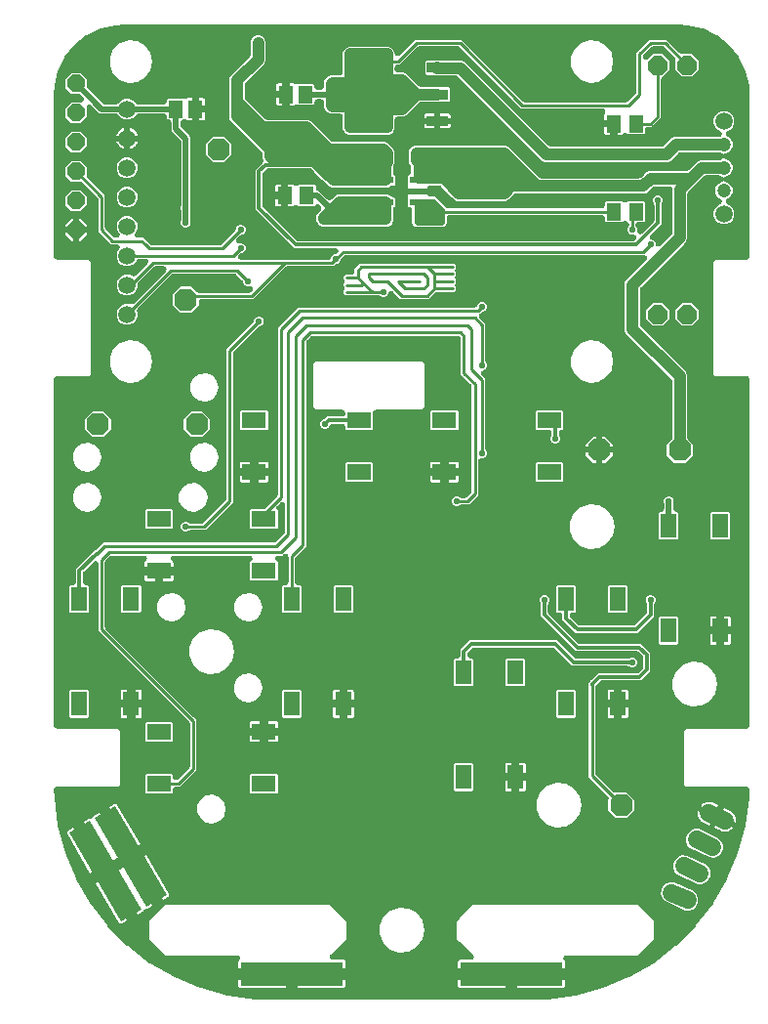
<source format=gbr>
G04 EAGLE Gerber X2 export*
G75*
%MOMM*%
%FSLAX34Y34*%
%LPD*%
%AMOC8*
5,1,8,0,0,1.08239X$1,22.5*%
G01*
%ADD10R,8.890000X2.032000*%
%ADD11R,2.100000X1.400000*%
%ADD12R,1.400000X2.100000*%
%ADD13R,1.320800X0.558800*%
%ADD14R,1.300000X1.500000*%
%ADD15P,1.814519X8X202.500000*%
%ADD16C,1.500000*%
%ADD17C,1.200000*%
%ADD18R,1.850000X0.900000*%
%ADD19R,1.850000X3.200000*%
%ADD20P,2.089446X8X22.500000*%
%ADD21P,2.089446X8X202.500000*%
%ADD22C,1.524000*%
%ADD23P,1.649562X8X22.500000*%
%ADD24C,0.550000*%
%ADD25C,1.270000*%
%ADD26C,1.016000*%
%ADD27C,0.508000*%
%ADD28C,0.254000*%
%ADD29C,0.609600*%
%ADD30C,0.304800*%

G36*
X114332Y-555796D02*
X114332Y-555796D01*
X114383Y-555798D01*
X126480Y-555402D01*
X126539Y-555395D01*
X126728Y-555382D01*
X150715Y-552224D01*
X150725Y-552221D01*
X150735Y-552221D01*
X151041Y-552159D01*
X174411Y-545897D01*
X174420Y-545894D01*
X174430Y-545892D01*
X174725Y-545790D01*
X197077Y-536532D01*
X197086Y-536527D01*
X197096Y-536524D01*
X197375Y-536385D01*
X218328Y-524288D01*
X218336Y-524282D01*
X218345Y-524278D01*
X218604Y-524103D01*
X237798Y-509375D01*
X237806Y-509368D01*
X237814Y-509363D01*
X238048Y-509156D01*
X255156Y-492048D01*
X255162Y-492041D01*
X255170Y-492034D01*
X255375Y-491798D01*
X270103Y-472604D01*
X270109Y-472596D01*
X270115Y-472588D01*
X270288Y-472328D01*
X282385Y-451375D01*
X282389Y-451366D01*
X282394Y-451358D01*
X282532Y-451077D01*
X291790Y-428725D01*
X291793Y-428716D01*
X291798Y-428707D01*
X291897Y-428411D01*
X298159Y-405041D01*
X298160Y-405031D01*
X298164Y-405022D01*
X298224Y-404715D01*
X301382Y-380728D01*
X301384Y-380669D01*
X301402Y-380480D01*
X301617Y-373923D01*
X301612Y-373847D01*
X301617Y-373771D01*
X301600Y-373622D01*
X301591Y-373474D01*
X301574Y-373400D01*
X301565Y-373324D01*
X301522Y-373180D01*
X301487Y-373035D01*
X301457Y-372966D01*
X301435Y-372893D01*
X301367Y-372760D01*
X301307Y-372623D01*
X301265Y-372559D01*
X301230Y-372491D01*
X301140Y-372372D01*
X301057Y-372248D01*
X301004Y-372193D01*
X300958Y-372133D01*
X300848Y-372031D01*
X300745Y-371924D01*
X300683Y-371879D01*
X300627Y-371827D01*
X300501Y-371747D01*
X300380Y-371660D01*
X300312Y-371627D01*
X300247Y-371586D01*
X300109Y-371529D01*
X299975Y-371464D01*
X299901Y-371444D01*
X299831Y-371415D01*
X299685Y-371383D01*
X299541Y-371343D01*
X299465Y-371336D01*
X299391Y-371320D01*
X299118Y-371303D01*
X299093Y-371301D01*
X299087Y-371301D01*
X299079Y-371301D01*
X246407Y-371301D01*
X244649Y-369543D01*
X244649Y-322607D01*
X246407Y-320849D01*
X299260Y-320849D01*
X299295Y-320846D01*
X299329Y-320848D01*
X299518Y-320826D01*
X299709Y-320809D01*
X299742Y-320800D01*
X299776Y-320796D01*
X299959Y-320741D01*
X300143Y-320691D01*
X300174Y-320676D01*
X300207Y-320666D01*
X300378Y-320579D01*
X300550Y-320497D01*
X300578Y-320477D01*
X300609Y-320462D01*
X300761Y-320346D01*
X300916Y-320235D01*
X300940Y-320210D01*
X300967Y-320190D01*
X301096Y-320050D01*
X301230Y-319913D01*
X301249Y-319884D01*
X301273Y-319858D01*
X301375Y-319697D01*
X301482Y-319540D01*
X301496Y-319508D01*
X301514Y-319479D01*
X301587Y-319302D01*
X301664Y-319128D01*
X301672Y-319094D01*
X301685Y-319062D01*
X301725Y-318875D01*
X301771Y-318690D01*
X301773Y-318656D01*
X301780Y-318622D01*
X301799Y-318310D01*
X301799Y-18240D01*
X301796Y-18205D01*
X301798Y-18171D01*
X301776Y-17982D01*
X301759Y-17791D01*
X301750Y-17758D01*
X301746Y-17724D01*
X301691Y-17541D01*
X301641Y-17357D01*
X301626Y-17326D01*
X301616Y-17293D01*
X301529Y-17122D01*
X301447Y-16950D01*
X301427Y-16922D01*
X301412Y-16891D01*
X301296Y-16739D01*
X301185Y-16584D01*
X301160Y-16560D01*
X301140Y-16533D01*
X301000Y-16404D01*
X300863Y-16270D01*
X300834Y-16251D01*
X300808Y-16227D01*
X300647Y-16125D01*
X300490Y-16018D01*
X300458Y-16004D01*
X300429Y-15986D01*
X300252Y-15913D01*
X300078Y-15836D01*
X300044Y-15828D01*
X300012Y-15815D01*
X299825Y-15775D01*
X299640Y-15729D01*
X299606Y-15727D01*
X299572Y-15720D01*
X299260Y-15701D01*
X271807Y-15701D01*
X270049Y-13943D01*
X270049Y83793D01*
X271807Y85551D01*
X299260Y85551D01*
X299295Y85554D01*
X299329Y85552D01*
X299518Y85574D01*
X299709Y85591D01*
X299742Y85600D01*
X299776Y85604D01*
X299959Y85659D01*
X300143Y85709D01*
X300174Y85724D01*
X300207Y85734D01*
X300378Y85821D01*
X300550Y85903D01*
X300578Y85923D01*
X300609Y85938D01*
X300761Y86054D01*
X300916Y86165D01*
X300940Y86190D01*
X300967Y86210D01*
X301096Y86350D01*
X301230Y86487D01*
X301249Y86516D01*
X301273Y86542D01*
X301375Y86703D01*
X301482Y86860D01*
X301496Y86892D01*
X301514Y86921D01*
X301587Y87098D01*
X301664Y87272D01*
X301672Y87306D01*
X301685Y87338D01*
X301725Y87525D01*
X301771Y87710D01*
X301773Y87744D01*
X301780Y87778D01*
X301799Y88090D01*
X301799Y228600D01*
X301795Y228651D01*
X301795Y228742D01*
X301431Y235232D01*
X301423Y235289D01*
X301422Y235346D01*
X301371Y235654D01*
X298483Y248308D01*
X298443Y248430D01*
X298413Y248555D01*
X298363Y248678D01*
X298344Y248736D01*
X298324Y248775D01*
X298295Y248845D01*
X292664Y260538D01*
X292598Y260649D01*
X292541Y260764D01*
X292465Y260872D01*
X292433Y260925D01*
X292405Y260958D01*
X292361Y261020D01*
X284269Y271167D01*
X284180Y271260D01*
X284099Y271360D01*
X284001Y271448D01*
X283958Y271493D01*
X283923Y271519D01*
X283867Y271569D01*
X273720Y279661D01*
X273612Y279732D01*
X273511Y279811D01*
X273395Y279876D01*
X273344Y279910D01*
X273304Y279927D01*
X273238Y279964D01*
X261545Y285595D01*
X261424Y285641D01*
X261308Y285695D01*
X261181Y285732D01*
X261123Y285754D01*
X261080Y285762D01*
X261008Y285783D01*
X248354Y288671D01*
X248297Y288679D01*
X248242Y288694D01*
X247932Y288731D01*
X241442Y289095D01*
X241392Y289094D01*
X241300Y289099D01*
X-241300Y289099D01*
X-241351Y289095D01*
X-241442Y289095D01*
X-247932Y288731D01*
X-247989Y288723D01*
X-248046Y288722D01*
X-248354Y288671D01*
X-261008Y285783D01*
X-261130Y285743D01*
X-261255Y285713D01*
X-261378Y285663D01*
X-261436Y285644D01*
X-261475Y285624D01*
X-261545Y285595D01*
X-273238Y279964D01*
X-273349Y279898D01*
X-273464Y279841D01*
X-273572Y279765D01*
X-273625Y279733D01*
X-273658Y279705D01*
X-273720Y279661D01*
X-283867Y271569D01*
X-283960Y271480D01*
X-284060Y271399D01*
X-284148Y271301D01*
X-284193Y271258D01*
X-284219Y271223D01*
X-284269Y271167D01*
X-292361Y261020D01*
X-292432Y260912D01*
X-292511Y260811D01*
X-292576Y260695D01*
X-292610Y260644D01*
X-292627Y260604D01*
X-292664Y260538D01*
X-298295Y248845D01*
X-298341Y248724D01*
X-298395Y248608D01*
X-298432Y248481D01*
X-298454Y248423D01*
X-298462Y248380D01*
X-298483Y248308D01*
X-301371Y235654D01*
X-301379Y235597D01*
X-301394Y235542D01*
X-301431Y235232D01*
X-301795Y228742D01*
X-301794Y228692D01*
X-301799Y228600D01*
X-301799Y88090D01*
X-301796Y88055D01*
X-301798Y88021D01*
X-301776Y87832D01*
X-301759Y87641D01*
X-301750Y87608D01*
X-301746Y87574D01*
X-301691Y87391D01*
X-301641Y87207D01*
X-301626Y87176D01*
X-301616Y87143D01*
X-301529Y86972D01*
X-301447Y86800D01*
X-301427Y86772D01*
X-301412Y86741D01*
X-301296Y86589D01*
X-301185Y86434D01*
X-301160Y86410D01*
X-301140Y86383D01*
X-301000Y86254D01*
X-300863Y86120D01*
X-300834Y86101D01*
X-300808Y86077D01*
X-300647Y85975D01*
X-300490Y85868D01*
X-300458Y85854D01*
X-300429Y85836D01*
X-300252Y85763D01*
X-300078Y85686D01*
X-300044Y85678D01*
X-300012Y85665D01*
X-299825Y85625D01*
X-299640Y85579D01*
X-299606Y85577D01*
X-299572Y85570D01*
X-299260Y85551D01*
X-271807Y85551D01*
X-270049Y83793D01*
X-270049Y-13943D01*
X-271807Y-15701D01*
X-299260Y-15701D01*
X-299295Y-15704D01*
X-299329Y-15702D01*
X-299518Y-15724D01*
X-299709Y-15741D01*
X-299742Y-15750D01*
X-299776Y-15754D01*
X-299959Y-15809D01*
X-300143Y-15859D01*
X-300174Y-15874D01*
X-300207Y-15884D01*
X-300378Y-15971D01*
X-300550Y-16053D01*
X-300578Y-16073D01*
X-300609Y-16088D01*
X-300761Y-16204D01*
X-300916Y-16315D01*
X-300940Y-16340D01*
X-300967Y-16360D01*
X-301096Y-16500D01*
X-301230Y-16637D01*
X-301249Y-16666D01*
X-301273Y-16692D01*
X-301375Y-16853D01*
X-301482Y-17010D01*
X-301496Y-17042D01*
X-301514Y-17071D01*
X-301587Y-17248D01*
X-301664Y-17422D01*
X-301672Y-17456D01*
X-301685Y-17488D01*
X-301725Y-17675D01*
X-301771Y-17860D01*
X-301773Y-17894D01*
X-301780Y-17928D01*
X-301799Y-18240D01*
X-301799Y-318310D01*
X-301796Y-318345D01*
X-301798Y-318379D01*
X-301776Y-318568D01*
X-301759Y-318759D01*
X-301750Y-318792D01*
X-301746Y-318826D01*
X-301691Y-319009D01*
X-301641Y-319193D01*
X-301626Y-319224D01*
X-301616Y-319257D01*
X-301529Y-319428D01*
X-301447Y-319600D01*
X-301427Y-319628D01*
X-301412Y-319659D01*
X-301296Y-319811D01*
X-301185Y-319966D01*
X-301160Y-319990D01*
X-301140Y-320017D01*
X-301000Y-320146D01*
X-300863Y-320280D01*
X-300834Y-320299D01*
X-300808Y-320323D01*
X-300647Y-320425D01*
X-300490Y-320532D01*
X-300458Y-320546D01*
X-300429Y-320564D01*
X-300252Y-320637D01*
X-300078Y-320714D01*
X-300044Y-320722D01*
X-300012Y-320735D01*
X-299825Y-320775D01*
X-299640Y-320821D01*
X-299606Y-320823D01*
X-299572Y-320830D01*
X-299260Y-320849D01*
X-246407Y-320849D01*
X-244649Y-322607D01*
X-244649Y-369543D01*
X-246407Y-371301D01*
X-299079Y-371301D01*
X-299155Y-371307D01*
X-299231Y-371305D01*
X-299378Y-371327D01*
X-299527Y-371341D01*
X-299601Y-371361D01*
X-299676Y-371372D01*
X-299817Y-371420D01*
X-299962Y-371459D01*
X-300030Y-371492D01*
X-300103Y-371516D01*
X-300233Y-371589D01*
X-300368Y-371653D01*
X-300430Y-371697D01*
X-300497Y-371734D01*
X-300613Y-371828D01*
X-300734Y-371915D01*
X-300787Y-371969D01*
X-300847Y-372017D01*
X-300944Y-372130D01*
X-301048Y-372237D01*
X-301091Y-372301D01*
X-301141Y-372358D01*
X-301217Y-372487D01*
X-301300Y-372610D01*
X-301331Y-372680D01*
X-301370Y-372746D01*
X-301422Y-372886D01*
X-301483Y-373022D01*
X-301501Y-373096D01*
X-301527Y-373168D01*
X-301554Y-373315D01*
X-301589Y-373460D01*
X-301594Y-373536D01*
X-301608Y-373611D01*
X-301615Y-373883D01*
X-301617Y-373909D01*
X-301616Y-373915D01*
X-301617Y-373923D01*
X-301402Y-380480D01*
X-301395Y-380539D01*
X-301382Y-380728D01*
X-298224Y-404715D01*
X-298221Y-404725D01*
X-298221Y-404735D01*
X-298159Y-405041D01*
X-291897Y-428411D01*
X-291894Y-428420D01*
X-291892Y-428430D01*
X-291790Y-428725D01*
X-282532Y-451077D01*
X-282527Y-451086D01*
X-282524Y-451096D01*
X-282385Y-451375D01*
X-270288Y-472328D01*
X-270282Y-472336D01*
X-270278Y-472345D01*
X-270103Y-472604D01*
X-255375Y-491798D01*
X-255368Y-491806D01*
X-255363Y-491814D01*
X-255156Y-492048D01*
X-238048Y-509156D01*
X-238041Y-509162D01*
X-238034Y-509170D01*
X-237798Y-509375D01*
X-218604Y-524103D01*
X-218596Y-524109D01*
X-218588Y-524115D01*
X-218328Y-524288D01*
X-197375Y-536385D01*
X-197366Y-536389D01*
X-197358Y-536394D01*
X-197077Y-536532D01*
X-174725Y-545790D01*
X-174716Y-545793D01*
X-174707Y-545798D01*
X-174411Y-545897D01*
X-151041Y-552159D01*
X-151031Y-552160D01*
X-151022Y-552164D01*
X-150715Y-552224D01*
X-126728Y-555382D01*
X-126669Y-555384D01*
X-126480Y-555402D01*
X-114383Y-555798D01*
X-114351Y-555796D01*
X-114300Y-555799D01*
X114300Y-555799D01*
X114332Y-555796D01*
G37*
%LPC*%
G36*
X236670Y-90552D02*
X236670Y-90552D01*
X230123Y-84005D01*
X230123Y-74745D01*
X233952Y-70917D01*
X234057Y-70791D01*
X234169Y-70670D01*
X234201Y-70619D01*
X234240Y-70572D01*
X234322Y-70429D01*
X234410Y-70290D01*
X234434Y-70234D01*
X234464Y-70181D01*
X234519Y-70026D01*
X234581Y-69874D01*
X234594Y-69814D01*
X234615Y-69757D01*
X234641Y-69594D01*
X234676Y-69434D01*
X234681Y-69357D01*
X234688Y-69312D01*
X234687Y-69251D01*
X234695Y-69122D01*
X234695Y-19663D01*
X234681Y-19499D01*
X234674Y-19334D01*
X234661Y-19275D01*
X234655Y-19214D01*
X234612Y-19055D01*
X234576Y-18895D01*
X234553Y-18839D01*
X234537Y-18780D01*
X234466Y-18632D01*
X234403Y-18479D01*
X234370Y-18428D01*
X234343Y-18373D01*
X234248Y-18240D01*
X234158Y-18101D01*
X234107Y-18043D01*
X234081Y-18007D01*
X234038Y-17964D01*
X233952Y-17867D01*
X194426Y21659D01*
X193420Y24086D01*
X193420Y64814D01*
X194426Y67241D01*
X196641Y69456D01*
X212130Y84945D01*
X212213Y85045D01*
X212304Y85138D01*
X212358Y85218D01*
X212419Y85291D01*
X212483Y85404D01*
X212556Y85511D01*
X212595Y85599D01*
X212642Y85682D01*
X212686Y85804D01*
X212738Y85923D01*
X212761Y86016D01*
X212793Y86106D01*
X212814Y86235D01*
X212845Y86361D01*
X212851Y86456D01*
X212867Y86550D01*
X212865Y86681D01*
X212873Y86810D01*
X212862Y86905D01*
X212860Y87001D01*
X212836Y87128D01*
X212821Y87257D01*
X212793Y87349D01*
X212775Y87443D01*
X212728Y87564D01*
X212690Y87688D01*
X212647Y87773D01*
X212613Y87863D01*
X212545Y87974D01*
X212486Y88090D01*
X212428Y88166D01*
X212379Y88247D01*
X212293Y88345D01*
X212214Y88448D01*
X212144Y88513D01*
X212080Y88585D01*
X211979Y88665D01*
X211883Y88754D01*
X211802Y88805D01*
X211727Y88864D01*
X211613Y88925D01*
X211503Y88995D01*
X211415Y89032D01*
X211331Y89077D01*
X211207Y89117D01*
X211087Y89166D01*
X210993Y89186D01*
X210902Y89216D01*
X210774Y89234D01*
X210646Y89261D01*
X210517Y89269D01*
X210456Y89277D01*
X210411Y89276D01*
X210334Y89280D01*
X-48591Y89280D01*
X-48754Y89266D01*
X-48919Y89259D01*
X-48978Y89246D01*
X-49039Y89240D01*
X-49198Y89197D01*
X-49358Y89161D01*
X-49415Y89138D01*
X-49473Y89122D01*
X-49622Y89051D01*
X-49774Y88988D01*
X-49825Y88955D01*
X-49880Y88928D01*
X-50014Y88833D01*
X-50152Y88743D01*
X-50210Y88692D01*
X-50246Y88666D01*
X-50289Y88623D01*
X-50386Y88537D01*
X-52132Y86791D01*
X-52237Y86665D01*
X-52349Y86544D01*
X-52381Y86493D01*
X-52420Y86446D01*
X-52502Y86303D01*
X-52590Y86164D01*
X-52614Y86108D01*
X-52644Y86055D01*
X-52699Y85900D01*
X-52761Y85748D01*
X-52774Y85688D01*
X-52795Y85631D01*
X-52821Y85468D01*
X-52856Y85307D01*
X-52861Y85231D01*
X-52868Y85186D01*
X-52867Y85125D01*
X-52875Y84996D01*
X-52875Y84875D01*
X-53526Y83304D01*
X-54729Y82101D01*
X-56300Y81450D01*
X-56421Y81450D01*
X-56584Y81436D01*
X-56749Y81429D01*
X-56808Y81416D01*
X-56869Y81410D01*
X-57028Y81367D01*
X-57188Y81331D01*
X-57245Y81308D01*
X-57303Y81292D01*
X-57452Y81221D01*
X-57604Y81158D01*
X-57655Y81125D01*
X-57710Y81098D01*
X-57844Y81003D01*
X-57982Y80913D01*
X-58040Y80862D01*
X-58076Y80836D01*
X-58119Y80793D01*
X-58216Y80707D01*
X-59167Y79755D01*
X-99391Y79755D01*
X-99554Y79741D01*
X-99719Y79734D01*
X-99778Y79721D01*
X-99839Y79715D01*
X-99998Y79672D01*
X-100158Y79636D01*
X-100215Y79613D01*
X-100273Y79597D01*
X-100422Y79526D01*
X-100574Y79463D01*
X-100625Y79430D01*
X-100680Y79403D01*
X-100814Y79308D01*
X-100952Y79218D01*
X-101010Y79167D01*
X-101046Y79141D01*
X-101089Y79098D01*
X-101186Y79012D01*
X-129017Y51180D01*
X-173609Y51180D01*
X-173644Y51177D01*
X-173678Y51179D01*
X-173867Y51157D01*
X-174058Y51140D01*
X-174091Y51131D01*
X-174125Y51127D01*
X-174308Y51072D01*
X-174492Y51022D01*
X-174523Y51007D01*
X-174556Y50997D01*
X-174727Y50910D01*
X-174899Y50828D01*
X-174927Y50808D01*
X-174958Y50793D01*
X-175110Y50677D01*
X-175265Y50566D01*
X-175289Y50541D01*
X-175316Y50521D01*
X-175445Y50381D01*
X-175579Y50244D01*
X-175598Y50215D01*
X-175622Y50189D01*
X-175724Y50028D01*
X-175831Y49871D01*
X-175845Y49839D01*
X-175863Y49810D01*
X-175936Y49633D01*
X-176013Y49459D01*
X-176021Y49425D01*
X-176034Y49393D01*
X-176074Y49206D01*
X-176120Y49021D01*
X-176122Y48987D01*
X-176129Y48953D01*
X-176148Y48641D01*
X-176148Y46170D01*
X-182695Y39623D01*
X-191955Y39623D01*
X-198502Y46170D01*
X-198502Y55430D01*
X-191955Y61977D01*
X-182695Y61977D01*
X-178232Y57513D01*
X-178106Y57408D01*
X-177985Y57296D01*
X-177934Y57264D01*
X-177887Y57225D01*
X-177744Y57143D01*
X-177605Y57055D01*
X-177549Y57031D01*
X-177496Y57001D01*
X-177341Y56946D01*
X-177189Y56884D01*
X-177129Y56871D01*
X-177072Y56850D01*
X-176909Y56824D01*
X-176749Y56789D01*
X-176672Y56784D01*
X-176627Y56777D01*
X-176566Y56778D01*
X-176437Y56770D01*
X-132384Y56770D01*
X-132221Y56784D01*
X-132056Y56791D01*
X-131997Y56804D01*
X-131936Y56810D01*
X-131777Y56853D01*
X-131617Y56889D01*
X-131560Y56912D01*
X-131502Y56928D01*
X-131353Y56999D01*
X-131201Y57062D01*
X-131150Y57095D01*
X-131095Y57122D01*
X-130961Y57217D01*
X-130823Y57307D01*
X-130765Y57358D01*
X-130729Y57384D01*
X-130686Y57427D01*
X-130589Y57513D01*
X-129922Y58180D01*
X-129808Y58316D01*
X-129689Y58448D01*
X-129664Y58489D01*
X-129633Y58526D01*
X-129545Y58680D01*
X-129451Y58831D01*
X-129434Y58875D01*
X-129410Y58917D01*
X-129350Y59084D01*
X-129285Y59249D01*
X-129275Y59296D01*
X-129259Y59341D01*
X-129230Y59516D01*
X-129194Y59690D01*
X-129193Y59738D01*
X-129186Y59785D01*
X-129188Y59963D01*
X-129184Y60140D01*
X-129191Y60187D01*
X-129192Y60235D01*
X-129225Y60410D01*
X-129253Y60585D01*
X-129268Y60630D01*
X-129277Y60677D01*
X-129341Y60843D01*
X-129399Y61011D01*
X-129422Y61053D01*
X-129440Y61097D01*
X-129532Y61250D01*
X-129618Y61404D01*
X-129649Y61441D01*
X-129673Y61482D01*
X-129791Y61615D01*
X-129904Y61753D01*
X-129940Y61784D01*
X-129972Y61819D01*
X-130110Y61929D01*
X-130246Y62045D01*
X-130287Y62069D01*
X-130325Y62099D01*
X-130481Y62183D01*
X-130635Y62273D01*
X-130679Y62289D01*
X-130722Y62312D01*
X-130891Y62367D01*
X-131057Y62428D01*
X-131104Y62436D01*
X-131150Y62451D01*
X-131326Y62475D01*
X-131501Y62506D01*
X-131548Y62506D01*
X-131596Y62512D01*
X-131774Y62505D01*
X-131951Y62504D01*
X-131998Y62496D01*
X-132046Y62494D01*
X-132219Y62455D01*
X-132394Y62423D01*
X-132450Y62404D01*
X-132467Y62400D01*
X-134200Y62400D01*
X-135771Y63051D01*
X-136974Y64254D01*
X-137625Y65825D01*
X-137625Y65946D01*
X-137639Y66109D01*
X-137646Y66274D01*
X-137659Y66333D01*
X-137665Y66394D01*
X-137708Y66553D01*
X-137744Y66713D01*
X-137767Y66770D01*
X-137783Y66828D01*
X-137854Y66977D01*
X-137917Y67129D01*
X-137950Y67180D01*
X-137977Y67235D01*
X-138072Y67369D01*
X-138162Y67507D01*
X-138213Y67565D01*
X-138239Y67601D01*
X-138282Y67644D01*
X-138368Y67741D01*
X-143289Y72662D01*
X-143415Y72767D01*
X-143536Y72879D01*
X-143587Y72911D01*
X-143634Y72950D01*
X-143777Y73032D01*
X-143916Y73120D01*
X-143972Y73144D01*
X-144025Y73174D01*
X-144180Y73229D01*
X-144332Y73291D01*
X-144392Y73304D01*
X-144449Y73325D01*
X-144612Y73351D01*
X-144773Y73386D01*
X-144849Y73391D01*
X-144894Y73398D01*
X-144955Y73397D01*
X-145084Y73405D01*
X-197891Y73405D01*
X-198054Y73391D01*
X-198219Y73384D01*
X-198278Y73371D01*
X-198339Y73365D01*
X-198498Y73322D01*
X-198658Y73286D01*
X-198715Y73263D01*
X-198773Y73247D01*
X-198922Y73176D01*
X-199074Y73113D01*
X-199125Y73080D01*
X-199180Y73053D01*
X-199314Y72958D01*
X-199452Y72868D01*
X-199510Y72817D01*
X-199546Y72791D01*
X-199589Y72748D01*
X-199686Y72662D01*
X-228935Y43412D01*
X-229072Y43248D01*
X-229209Y43088D01*
X-229216Y43077D01*
X-229224Y43067D01*
X-229330Y42882D01*
X-229437Y42700D01*
X-229441Y42687D01*
X-229448Y42676D01*
X-229519Y42477D01*
X-229592Y42277D01*
X-229594Y42264D01*
X-229598Y42252D01*
X-229633Y42042D01*
X-229670Y41834D01*
X-229670Y41821D01*
X-229672Y41807D01*
X-229669Y41594D01*
X-229668Y41383D01*
X-229666Y41371D01*
X-229666Y41357D01*
X-229625Y41148D01*
X-229587Y40940D01*
X-229582Y40926D01*
X-229580Y40915D01*
X-229566Y40878D01*
X-229486Y40645D01*
X-229175Y39895D01*
X-229175Y36305D01*
X-230549Y32988D01*
X-233088Y30449D01*
X-236405Y29075D01*
X-239995Y29075D01*
X-243312Y30449D01*
X-245851Y32988D01*
X-247225Y36305D01*
X-247225Y39895D01*
X-245851Y43212D01*
X-243312Y45751D01*
X-239995Y47125D01*
X-236405Y47125D01*
X-235655Y46814D01*
X-235452Y46750D01*
X-235251Y46685D01*
X-235238Y46683D01*
X-235225Y46679D01*
X-235014Y46653D01*
X-234805Y46624D01*
X-234792Y46624D01*
X-234779Y46623D01*
X-234568Y46633D01*
X-234355Y46642D01*
X-234342Y46645D01*
X-234329Y46646D01*
X-234123Y46694D01*
X-233916Y46740D01*
X-233903Y46745D01*
X-233890Y46748D01*
X-233696Y46832D01*
X-233500Y46913D01*
X-233489Y46921D01*
X-233477Y46926D01*
X-233300Y47043D01*
X-233122Y47158D01*
X-233110Y47168D01*
X-233101Y47174D01*
X-233072Y47201D01*
X-232888Y47365D01*
X-204832Y75420D01*
X-204748Y75520D01*
X-204658Y75613D01*
X-204604Y75693D01*
X-204543Y75766D01*
X-204478Y75879D01*
X-204406Y75986D01*
X-204367Y76074D01*
X-204320Y76157D01*
X-204276Y76279D01*
X-204223Y76398D01*
X-204201Y76491D01*
X-204169Y76581D01*
X-204148Y76710D01*
X-204117Y76836D01*
X-204111Y76931D01*
X-204095Y77025D01*
X-204097Y77156D01*
X-204089Y77285D01*
X-204100Y77380D01*
X-204101Y77476D01*
X-204126Y77603D01*
X-204141Y77732D01*
X-204169Y77824D01*
X-204187Y77918D01*
X-204234Y78039D01*
X-204271Y78163D01*
X-204315Y78248D01*
X-204349Y78338D01*
X-204417Y78449D01*
X-204476Y78565D01*
X-204533Y78640D01*
X-204583Y78722D01*
X-204669Y78820D01*
X-204748Y78923D01*
X-204818Y78988D01*
X-204881Y79060D01*
X-204983Y79140D01*
X-205079Y79229D01*
X-205160Y79280D01*
X-205234Y79339D01*
X-205349Y79400D01*
X-205459Y79470D01*
X-205547Y79507D01*
X-205631Y79552D01*
X-205755Y79592D01*
X-205875Y79641D01*
X-205969Y79661D01*
X-206060Y79691D01*
X-206188Y79709D01*
X-206315Y79736D01*
X-206445Y79744D01*
X-206506Y79752D01*
X-206550Y79751D01*
X-206627Y79755D01*
X-213691Y79755D01*
X-213854Y79741D01*
X-214019Y79734D01*
X-214078Y79721D01*
X-214139Y79715D01*
X-214298Y79672D01*
X-214458Y79636D01*
X-214515Y79613D01*
X-214573Y79597D01*
X-214722Y79526D01*
X-214874Y79463D01*
X-214925Y79430D01*
X-214980Y79403D01*
X-215114Y79308D01*
X-215252Y79218D01*
X-215310Y79167D01*
X-215346Y79141D01*
X-215389Y79098D01*
X-215486Y79012D01*
X-228432Y66066D01*
X-228537Y65940D01*
X-228649Y65819D01*
X-228681Y65768D01*
X-228720Y65721D01*
X-228802Y65578D01*
X-228890Y65439D01*
X-228914Y65383D01*
X-228944Y65330D01*
X-228999Y65175D01*
X-229061Y65023D01*
X-229074Y64963D01*
X-229095Y64906D01*
X-229121Y64743D01*
X-229156Y64583D01*
X-229161Y64506D01*
X-229168Y64461D01*
X-229167Y64400D01*
X-229175Y64271D01*
X-229175Y61705D01*
X-230549Y58388D01*
X-233088Y55849D01*
X-236405Y54475D01*
X-239995Y54475D01*
X-243312Y55849D01*
X-245851Y58388D01*
X-247225Y61705D01*
X-247225Y65295D01*
X-245851Y68612D01*
X-243312Y71151D01*
X-239995Y72525D01*
X-236405Y72525D01*
X-233357Y71262D01*
X-233154Y71198D01*
X-232953Y71133D01*
X-232940Y71131D01*
X-232927Y71127D01*
X-232716Y71101D01*
X-232507Y71072D01*
X-232494Y71072D01*
X-232481Y71071D01*
X-232270Y71082D01*
X-232057Y71090D01*
X-232044Y71093D01*
X-232031Y71094D01*
X-231825Y71142D01*
X-231617Y71188D01*
X-231605Y71193D01*
X-231592Y71196D01*
X-231398Y71280D01*
X-231202Y71361D01*
X-231191Y71369D01*
X-231179Y71374D01*
X-231001Y71491D01*
X-230824Y71606D01*
X-230812Y71616D01*
X-230803Y71622D01*
X-230774Y71649D01*
X-230590Y71813D01*
X-220632Y81770D01*
X-220548Y81870D01*
X-220458Y81963D01*
X-220404Y82043D01*
X-220343Y82116D01*
X-220278Y82229D01*
X-220206Y82336D01*
X-220167Y82424D01*
X-220120Y82507D01*
X-220076Y82629D01*
X-220023Y82748D01*
X-220001Y82841D01*
X-219969Y82931D01*
X-219948Y83059D01*
X-219917Y83186D01*
X-219911Y83281D01*
X-219895Y83375D01*
X-219897Y83505D01*
X-219889Y83635D01*
X-219900Y83730D01*
X-219901Y83826D01*
X-219926Y83953D01*
X-219941Y84082D01*
X-219969Y84174D01*
X-219987Y84268D01*
X-220034Y84389D01*
X-220071Y84513D01*
X-220115Y84598D01*
X-220149Y84688D01*
X-220217Y84799D01*
X-220276Y84915D01*
X-220333Y84991D01*
X-220383Y85072D01*
X-220469Y85170D01*
X-220548Y85273D01*
X-220618Y85338D01*
X-220681Y85410D01*
X-220783Y85490D01*
X-220879Y85579D01*
X-220960Y85630D01*
X-221034Y85689D01*
X-221149Y85750D01*
X-221259Y85820D01*
X-221347Y85857D01*
X-221431Y85902D01*
X-221555Y85942D01*
X-221675Y85991D01*
X-221769Y86011D01*
X-221860Y86041D01*
X-221988Y86059D01*
X-222115Y86086D01*
X-222245Y86094D01*
X-222306Y86102D01*
X-222350Y86101D01*
X-222427Y86105D01*
X-227893Y86105D01*
X-228104Y86086D01*
X-228315Y86070D01*
X-228328Y86067D01*
X-228341Y86065D01*
X-228546Y86009D01*
X-228751Y85956D01*
X-228763Y85950D01*
X-228776Y85947D01*
X-228965Y85857D01*
X-229159Y85767D01*
X-229170Y85759D01*
X-229182Y85753D01*
X-229354Y85631D01*
X-229528Y85508D01*
X-229537Y85499D01*
X-229548Y85491D01*
X-229697Y85339D01*
X-229846Y85189D01*
X-229853Y85178D01*
X-229862Y85169D01*
X-229981Y84992D01*
X-230101Y84819D01*
X-230108Y84804D01*
X-230114Y84796D01*
X-230130Y84759D01*
X-230239Y84538D01*
X-230549Y83788D01*
X-233088Y81249D01*
X-236405Y79875D01*
X-239995Y79875D01*
X-243312Y81249D01*
X-245851Y83788D01*
X-247225Y87105D01*
X-247225Y90695D01*
X-245851Y94012D01*
X-245392Y94470D01*
X-245309Y94570D01*
X-245218Y94663D01*
X-245165Y94743D01*
X-245104Y94816D01*
X-245039Y94929D01*
X-244966Y95036D01*
X-244928Y95124D01*
X-244880Y95207D01*
X-244837Y95329D01*
X-244784Y95448D01*
X-244761Y95541D01*
X-244729Y95631D01*
X-244708Y95759D01*
X-244677Y95886D01*
X-244671Y95981D01*
X-244656Y96075D01*
X-244658Y96205D01*
X-244650Y96335D01*
X-244661Y96430D01*
X-244662Y96525D01*
X-244687Y96653D01*
X-244702Y96782D01*
X-244729Y96874D01*
X-244748Y96968D01*
X-244794Y97089D01*
X-244832Y97213D01*
X-244875Y97298D01*
X-244910Y97388D01*
X-244977Y97499D01*
X-245036Y97615D01*
X-245094Y97691D01*
X-245144Y97772D01*
X-245230Y97870D01*
X-245308Y97973D01*
X-245379Y98038D01*
X-245442Y98110D01*
X-245544Y98190D01*
X-245639Y98279D01*
X-245720Y98330D01*
X-245795Y98389D01*
X-245909Y98450D01*
X-246019Y98520D01*
X-246108Y98557D01*
X-246192Y98602D01*
X-246315Y98642D01*
X-246436Y98691D01*
X-246529Y98711D01*
X-246620Y98741D01*
X-246749Y98759D01*
X-246876Y98786D01*
X-247006Y98794D01*
X-247066Y98802D01*
X-247111Y98801D01*
X-247188Y98805D01*
X-251983Y98805D01*
X-260764Y107587D01*
X-263145Y109967D01*
X-263145Y137491D01*
X-263159Y137654D01*
X-263166Y137819D01*
X-263179Y137878D01*
X-263185Y137939D01*
X-263228Y138098D01*
X-263264Y138258D01*
X-263287Y138315D01*
X-263303Y138373D01*
X-263374Y138522D01*
X-263437Y138674D01*
X-263470Y138725D01*
X-263497Y138780D01*
X-263592Y138914D01*
X-263682Y139052D01*
X-263733Y139110D01*
X-263759Y139146D01*
X-263802Y139189D01*
X-263888Y139286D01*
X-276639Y152037D01*
X-276765Y152142D01*
X-276886Y152254D01*
X-276937Y152286D01*
X-276984Y152325D01*
X-277127Y152407D01*
X-277266Y152495D01*
X-277322Y152519D01*
X-277375Y152549D01*
X-277530Y152604D01*
X-277682Y152666D01*
X-277742Y152679D01*
X-277799Y152700D01*
X-277962Y152726D01*
X-278122Y152761D01*
X-278199Y152766D01*
X-278244Y152773D01*
X-278305Y152772D01*
X-278434Y152780D01*
X-286363Y152780D01*
X-291720Y158137D01*
X-291720Y165713D01*
X-286363Y171070D01*
X-278787Y171070D01*
X-273430Y165713D01*
X-273430Y157784D01*
X-273416Y157621D01*
X-273409Y157456D01*
X-273396Y157397D01*
X-273390Y157336D01*
X-273347Y157177D01*
X-273311Y157017D01*
X-273288Y156960D01*
X-273272Y156902D01*
X-273201Y156753D01*
X-273138Y156601D01*
X-273105Y156550D01*
X-273078Y156495D01*
X-272983Y156361D01*
X-272893Y156223D01*
X-272842Y156165D01*
X-272816Y156129D01*
X-272773Y156086D01*
X-272687Y155989D01*
X-257555Y140858D01*
X-257555Y113334D01*
X-257541Y113171D01*
X-257534Y113006D01*
X-257521Y112947D01*
X-257515Y112886D01*
X-257472Y112727D01*
X-257436Y112567D01*
X-257413Y112510D01*
X-257397Y112452D01*
X-257326Y112303D01*
X-257263Y112151D01*
X-257230Y112100D01*
X-257203Y112045D01*
X-257108Y111911D01*
X-257018Y111773D01*
X-256967Y111715D01*
X-256941Y111679D01*
X-256898Y111636D01*
X-256812Y111539D01*
X-250411Y105138D01*
X-250285Y105033D01*
X-250164Y104921D01*
X-250113Y104889D01*
X-250066Y104850D01*
X-249923Y104768D01*
X-249784Y104680D01*
X-249728Y104656D01*
X-249675Y104626D01*
X-249520Y104571D01*
X-249368Y104509D01*
X-249308Y104496D01*
X-249251Y104475D01*
X-249088Y104449D01*
X-248927Y104414D01*
X-248851Y104409D01*
X-248806Y104402D01*
X-248745Y104403D01*
X-248616Y104395D01*
X-247188Y104395D01*
X-247058Y104406D01*
X-246928Y104408D01*
X-246835Y104426D01*
X-246739Y104435D01*
X-246614Y104469D01*
X-246486Y104494D01*
X-246397Y104528D01*
X-246305Y104553D01*
X-246188Y104609D01*
X-246066Y104656D01*
X-245985Y104706D01*
X-245898Y104747D01*
X-245793Y104822D01*
X-245682Y104890D01*
X-245610Y104953D01*
X-245532Y105009D01*
X-245442Y105102D01*
X-245344Y105188D01*
X-245285Y105263D01*
X-245218Y105331D01*
X-245145Y105439D01*
X-245065Y105541D01*
X-245020Y105625D01*
X-244966Y105704D01*
X-244914Y105823D01*
X-244852Y105938D01*
X-244823Y106029D01*
X-244784Y106116D01*
X-244753Y106242D01*
X-244713Y106366D01*
X-244700Y106461D01*
X-244677Y106554D01*
X-244669Y106683D01*
X-244652Y106812D01*
X-244655Y106908D01*
X-244650Y107003D01*
X-244665Y107132D01*
X-244670Y107262D01*
X-244691Y107355D01*
X-244702Y107450D01*
X-244739Y107575D01*
X-244768Y107702D01*
X-244804Y107790D01*
X-244832Y107881D01*
X-244891Y107997D01*
X-244941Y108117D01*
X-244993Y108197D01*
X-245036Y108283D01*
X-245115Y108386D01*
X-245185Y108495D01*
X-245272Y108593D01*
X-245308Y108641D01*
X-245317Y108650D01*
X-245319Y108652D01*
X-245345Y108676D01*
X-245392Y108730D01*
X-245851Y109188D01*
X-247225Y112505D01*
X-247225Y116095D01*
X-245851Y119412D01*
X-243312Y121951D01*
X-239995Y123325D01*
X-236405Y123325D01*
X-233088Y121951D01*
X-230549Y119412D01*
X-229175Y116095D01*
X-229175Y112505D01*
X-230549Y109188D01*
X-231008Y108730D01*
X-231091Y108630D01*
X-231182Y108537D01*
X-231235Y108457D01*
X-231296Y108384D01*
X-231361Y108271D01*
X-231434Y108164D01*
X-231472Y108076D01*
X-231520Y107993D01*
X-231563Y107871D01*
X-231616Y107752D01*
X-231639Y107659D01*
X-231671Y107569D01*
X-231692Y107441D01*
X-231723Y107314D01*
X-231729Y107219D01*
X-231744Y107125D01*
X-231742Y106995D01*
X-231750Y106865D01*
X-231739Y106770D01*
X-231738Y106675D01*
X-231713Y106547D01*
X-231698Y106418D01*
X-231671Y106326D01*
X-231652Y106232D01*
X-231606Y106111D01*
X-231568Y105987D01*
X-231525Y105902D01*
X-231490Y105812D01*
X-231423Y105701D01*
X-231364Y105585D01*
X-231306Y105509D01*
X-231256Y105428D01*
X-231170Y105330D01*
X-231092Y105227D01*
X-231021Y105162D01*
X-230958Y105090D01*
X-230856Y105010D01*
X-230761Y104921D01*
X-230680Y104870D01*
X-230605Y104811D01*
X-230491Y104750D01*
X-230381Y104680D01*
X-230292Y104643D01*
X-230208Y104598D01*
X-230085Y104558D01*
X-229964Y104509D01*
X-229871Y104489D01*
X-229780Y104459D01*
X-229651Y104441D01*
X-229524Y104414D01*
X-229394Y104406D01*
X-229334Y104398D01*
X-229289Y104399D01*
X-229212Y104395D01*
X-224267Y104395D01*
X-218661Y98788D01*
X-218535Y98683D01*
X-218414Y98571D01*
X-218363Y98539D01*
X-218316Y98500D01*
X-218173Y98418D01*
X-218034Y98330D01*
X-217978Y98306D01*
X-217925Y98276D01*
X-217770Y98221D01*
X-217618Y98159D01*
X-217558Y98146D01*
X-217501Y98125D01*
X-217338Y98099D01*
X-217177Y98064D01*
X-217101Y98059D01*
X-217056Y98052D01*
X-216995Y98053D01*
X-216866Y98045D01*
X-157784Y98045D01*
X-157621Y98059D01*
X-157456Y98066D01*
X-157397Y98079D01*
X-157336Y98085D01*
X-157177Y98128D01*
X-157017Y98164D01*
X-156960Y98187D01*
X-156902Y98203D01*
X-156753Y98274D01*
X-156601Y98337D01*
X-156550Y98370D01*
X-156495Y98397D01*
X-156361Y98492D01*
X-156223Y98582D01*
X-156165Y98633D01*
X-156129Y98659D01*
X-156086Y98702D01*
X-155989Y98788D01*
X-144718Y110059D01*
X-144613Y110185D01*
X-144501Y110306D01*
X-144469Y110357D01*
X-144430Y110404D01*
X-144348Y110547D01*
X-144260Y110686D01*
X-144236Y110742D01*
X-144206Y110795D01*
X-144151Y110950D01*
X-144089Y111102D01*
X-144076Y111162D01*
X-144055Y111219D01*
X-144029Y111382D01*
X-143994Y111543D01*
X-143989Y111619D01*
X-143982Y111664D01*
X-143983Y111725D01*
X-143975Y111854D01*
X-143975Y111975D01*
X-143324Y113546D01*
X-142121Y114749D01*
X-140550Y115400D01*
X-138850Y115400D01*
X-137279Y114749D01*
X-136076Y113546D01*
X-135425Y111975D01*
X-135425Y110275D01*
X-136076Y108704D01*
X-137279Y107501D01*
X-138850Y106850D01*
X-138971Y106850D01*
X-139134Y106836D01*
X-139299Y106829D01*
X-139358Y106816D01*
X-139419Y106810D01*
X-139578Y106767D01*
X-139738Y106731D01*
X-139795Y106708D01*
X-139853Y106692D01*
X-140002Y106621D01*
X-140154Y106558D01*
X-140205Y106525D01*
X-140260Y106498D01*
X-140394Y106403D01*
X-140532Y106313D01*
X-140590Y106262D01*
X-140626Y106236D01*
X-140669Y106193D01*
X-140766Y106107D01*
X-143128Y103745D01*
X-143242Y103609D01*
X-143361Y103477D01*
X-143386Y103436D01*
X-143417Y103399D01*
X-143505Y103245D01*
X-143599Y103094D01*
X-143616Y103050D01*
X-143640Y103008D01*
X-143700Y102841D01*
X-143765Y102676D01*
X-143775Y102629D01*
X-143791Y102584D01*
X-143820Y102409D01*
X-143856Y102235D01*
X-143857Y102187D01*
X-143864Y102140D01*
X-143862Y101962D01*
X-143866Y101785D01*
X-143859Y101738D01*
X-143858Y101690D01*
X-143824Y101515D01*
X-143797Y101340D01*
X-143782Y101295D01*
X-143773Y101248D01*
X-143709Y101082D01*
X-143651Y100914D01*
X-143628Y100872D01*
X-143610Y100828D01*
X-143518Y100675D01*
X-143432Y100521D01*
X-143401Y100484D01*
X-143377Y100443D01*
X-143259Y100310D01*
X-143146Y100172D01*
X-143110Y100141D01*
X-143078Y100106D01*
X-142940Y99996D01*
X-142804Y99880D01*
X-142763Y99856D01*
X-142725Y99826D01*
X-142569Y99742D01*
X-142415Y99652D01*
X-142371Y99636D01*
X-142328Y99613D01*
X-142159Y99558D01*
X-141993Y99497D01*
X-141946Y99489D01*
X-141900Y99474D01*
X-141724Y99450D01*
X-141549Y99419D01*
X-141502Y99419D01*
X-141454Y99413D01*
X-141276Y99420D01*
X-141099Y99421D01*
X-141052Y99429D01*
X-141004Y99431D01*
X-140831Y99470D01*
X-140656Y99502D01*
X-140600Y99521D01*
X-140583Y99525D01*
X-138850Y99525D01*
X-137279Y98874D01*
X-136076Y97671D01*
X-135425Y96100D01*
X-135425Y94400D01*
X-136076Y92829D01*
X-137279Y91626D01*
X-138850Y90975D01*
X-138971Y90975D01*
X-139135Y90961D01*
X-139299Y90954D01*
X-139358Y90941D01*
X-139419Y90935D01*
X-139578Y90892D01*
X-139738Y90856D01*
X-139795Y90833D01*
X-139853Y90817D01*
X-140002Y90746D01*
X-140154Y90683D01*
X-140205Y90650D01*
X-140260Y90623D01*
X-140393Y90528D01*
X-140532Y90439D01*
X-140590Y90387D01*
X-140626Y90361D01*
X-140669Y90318D01*
X-140766Y90232D01*
X-141318Y89680D01*
X-141401Y89580D01*
X-141492Y89487D01*
X-141546Y89407D01*
X-141607Y89334D01*
X-141672Y89221D01*
X-141744Y89114D01*
X-141783Y89026D01*
X-141830Y88943D01*
X-141874Y88821D01*
X-141927Y88702D01*
X-141949Y88609D01*
X-141981Y88519D01*
X-142002Y88391D01*
X-142033Y88264D01*
X-142039Y88169D01*
X-142055Y88075D01*
X-142053Y87945D01*
X-142061Y87815D01*
X-142050Y87720D01*
X-142049Y87625D01*
X-142024Y87497D01*
X-142009Y87368D01*
X-141981Y87276D01*
X-141963Y87182D01*
X-141916Y87061D01*
X-141879Y86937D01*
X-141835Y86852D01*
X-141801Y86762D01*
X-141733Y86651D01*
X-141674Y86535D01*
X-141617Y86459D01*
X-141567Y86378D01*
X-141481Y86280D01*
X-141402Y86177D01*
X-141332Y86112D01*
X-141269Y86040D01*
X-141167Y85960D01*
X-141071Y85871D01*
X-140990Y85820D01*
X-140916Y85761D01*
X-140801Y85700D01*
X-140691Y85630D01*
X-140603Y85593D01*
X-140519Y85548D01*
X-140395Y85508D01*
X-140275Y85459D01*
X-140181Y85439D01*
X-140091Y85409D01*
X-139962Y85391D01*
X-139835Y85364D01*
X-139705Y85356D01*
X-139644Y85348D01*
X-139600Y85349D01*
X-139523Y85345D01*
X-63631Y85345D01*
X-63420Y85364D01*
X-63209Y85380D01*
X-63196Y85383D01*
X-63183Y85385D01*
X-62977Y85441D01*
X-62773Y85494D01*
X-62761Y85500D01*
X-62748Y85503D01*
X-62558Y85594D01*
X-62364Y85683D01*
X-62353Y85691D01*
X-62342Y85697D01*
X-62170Y85819D01*
X-61996Y85942D01*
X-61986Y85951D01*
X-61976Y85959D01*
X-61828Y86111D01*
X-61678Y86261D01*
X-61671Y86272D01*
X-61661Y86281D01*
X-61543Y86456D01*
X-61422Y86631D01*
X-61415Y86646D01*
X-61409Y86654D01*
X-61393Y86690D01*
X-61285Y86912D01*
X-60774Y88146D01*
X-59571Y89349D01*
X-58000Y90000D01*
X-57879Y90000D01*
X-57715Y90014D01*
X-57551Y90021D01*
X-57492Y90034D01*
X-57431Y90040D01*
X-57272Y90083D01*
X-57112Y90119D01*
X-57055Y90142D01*
X-56997Y90158D01*
X-56849Y90229D01*
X-56696Y90292D01*
X-56645Y90325D01*
X-56590Y90352D01*
X-56457Y90447D01*
X-56318Y90536D01*
X-56260Y90588D01*
X-56224Y90614D01*
X-56181Y90657D01*
X-56084Y90743D01*
X-55786Y91041D01*
X-55702Y91141D01*
X-55612Y91234D01*
X-55558Y91314D01*
X-55497Y91387D01*
X-55433Y91500D01*
X-55360Y91607D01*
X-55321Y91695D01*
X-55274Y91778D01*
X-55230Y91900D01*
X-55177Y92019D01*
X-55155Y92112D01*
X-55123Y92202D01*
X-55102Y92330D01*
X-55071Y92457D01*
X-55065Y92552D01*
X-55049Y92646D01*
X-55051Y92776D01*
X-55043Y92906D01*
X-55054Y93001D01*
X-55055Y93096D01*
X-55080Y93224D01*
X-55095Y93353D01*
X-55123Y93445D01*
X-55141Y93538D01*
X-55188Y93660D01*
X-55225Y93784D01*
X-55269Y93869D01*
X-55303Y93958D01*
X-55371Y94070D01*
X-55430Y94186D01*
X-55487Y94262D01*
X-55537Y94343D01*
X-55623Y94441D01*
X-55702Y94544D01*
X-55772Y94609D01*
X-55835Y94681D01*
X-55937Y94761D01*
X-56033Y94850D01*
X-56113Y94901D01*
X-56188Y94960D01*
X-56303Y95021D01*
X-56413Y95091D01*
X-56501Y95128D01*
X-56585Y95173D01*
X-56709Y95213D01*
X-56829Y95262D01*
X-56923Y95282D01*
X-57013Y95312D01*
X-57142Y95330D01*
X-57269Y95357D01*
X-57399Y95365D01*
X-57459Y95373D01*
X-57504Y95372D01*
X-57581Y95376D01*
X-93338Y95376D01*
X-126874Y128912D01*
X-126874Y163188D01*
X-120888Y169174D01*
X-120752Y169336D01*
X-120614Y169498D01*
X-120607Y169509D01*
X-120599Y169519D01*
X-120494Y169702D01*
X-120386Y169886D01*
X-120382Y169899D01*
X-120375Y169910D01*
X-120305Y170109D01*
X-120231Y170309D01*
X-120229Y170322D01*
X-120225Y170334D01*
X-120190Y170543D01*
X-120153Y170752D01*
X-120153Y170766D01*
X-120151Y170779D01*
X-120154Y170991D01*
X-120155Y171203D01*
X-120157Y171216D01*
X-120157Y171229D01*
X-120198Y171437D01*
X-120236Y171646D01*
X-120241Y171661D01*
X-120243Y171671D01*
X-120257Y171708D01*
X-120337Y171941D01*
X-120905Y173311D01*
X-120905Y177187D01*
X-120919Y177351D01*
X-120926Y177516D01*
X-120939Y177575D01*
X-120945Y177636D01*
X-120988Y177795D01*
X-121024Y177955D01*
X-121047Y178011D01*
X-121063Y178070D01*
X-121134Y178218D01*
X-121197Y178371D01*
X-121230Y178422D01*
X-121257Y178477D01*
X-121352Y178610D01*
X-121442Y178749D01*
X-121493Y178807D01*
X-121519Y178843D01*
X-121562Y178886D01*
X-121648Y178983D01*
X-148474Y205809D01*
X-149480Y208236D01*
X-149480Y241979D01*
X-148474Y244406D01*
X-131808Y261072D01*
X-131703Y261198D01*
X-131591Y261319D01*
X-131559Y261371D01*
X-131520Y261417D01*
X-131438Y261560D01*
X-131350Y261699D01*
X-131326Y261755D01*
X-131296Y261808D01*
X-131241Y261963D01*
X-131179Y262115D01*
X-131166Y262175D01*
X-131145Y262233D01*
X-131119Y262395D01*
X-131084Y262556D01*
X-131079Y262633D01*
X-131072Y262677D01*
X-131073Y262738D01*
X-131065Y262868D01*
X-131065Y274364D01*
X-130059Y276791D01*
X-128201Y278649D01*
X-125774Y279655D01*
X-123146Y279655D01*
X-120719Y278649D01*
X-118861Y276791D01*
X-117855Y274364D01*
X-117855Y257766D01*
X-118861Y255339D01*
X-135527Y238673D01*
X-135632Y238547D01*
X-135744Y238426D01*
X-135776Y238374D01*
X-135815Y238328D01*
X-135897Y238185D01*
X-135985Y238046D01*
X-136009Y237990D01*
X-136039Y237937D01*
X-136094Y237782D01*
X-136156Y237630D01*
X-136169Y237570D01*
X-136190Y237512D01*
X-136216Y237350D01*
X-136251Y237189D01*
X-136256Y237112D01*
X-136263Y237068D01*
X-136262Y237007D01*
X-136270Y236877D01*
X-136270Y226038D01*
X-136256Y225874D01*
X-136249Y225709D01*
X-136236Y225650D01*
X-136230Y225589D01*
X-136187Y225430D01*
X-136151Y225270D01*
X-136128Y225214D01*
X-136112Y225155D01*
X-136041Y225007D01*
X-135978Y224854D01*
X-135945Y224803D01*
X-135918Y224748D01*
X-135823Y224615D01*
X-135733Y224476D01*
X-135682Y224418D01*
X-135656Y224382D01*
X-135613Y224339D01*
X-135527Y224242D01*
X-118658Y207373D01*
X-118532Y207268D01*
X-118411Y207156D01*
X-118359Y207124D01*
X-118313Y207085D01*
X-118170Y207003D01*
X-118031Y206915D01*
X-117975Y206891D01*
X-117922Y206861D01*
X-117767Y206806D01*
X-117615Y206744D01*
X-117555Y206731D01*
X-117497Y206710D01*
X-117335Y206684D01*
X-117174Y206649D01*
X-117097Y206644D01*
X-117053Y206637D01*
X-116992Y206638D01*
X-116862Y206630D01*
X-81236Y206630D01*
X-78809Y205624D01*
X-61508Y188323D01*
X-61382Y188218D01*
X-61261Y188106D01*
X-61209Y188074D01*
X-61163Y188035D01*
X-61020Y187953D01*
X-60881Y187865D01*
X-60825Y187841D01*
X-60772Y187811D01*
X-60617Y187756D01*
X-60465Y187694D01*
X-60405Y187681D01*
X-60347Y187660D01*
X-60185Y187634D01*
X-60024Y187599D01*
X-59947Y187594D01*
X-59903Y187587D01*
X-59842Y187588D01*
X-59712Y187580D01*
X-14561Y187580D01*
X-12134Y186574D01*
X-7101Y181541D01*
X-6095Y179114D01*
X-6095Y168866D01*
X-7172Y166267D01*
X-7193Y166200D01*
X-7208Y166166D01*
X-7216Y166133D01*
X-7251Y166047D01*
X-7274Y165941D01*
X-7307Y165837D01*
X-7321Y165721D01*
X-7346Y165607D01*
X-7356Y165453D01*
X-7363Y165391D01*
X-7362Y165354D01*
X-7365Y165295D01*
X-7365Y160433D01*
X-7351Y160269D01*
X-7344Y160105D01*
X-7331Y160046D01*
X-7325Y159985D01*
X-7282Y159826D01*
X-7246Y159666D01*
X-7223Y159609D01*
X-7207Y159550D01*
X-7136Y159402D01*
X-7073Y159250D01*
X-7040Y159199D01*
X-7013Y159144D01*
X-6918Y159010D01*
X-6828Y158872D01*
X-6777Y158814D01*
X-6751Y158778D01*
X-6708Y158735D01*
X-6622Y158638D01*
X-5587Y157604D01*
X-5587Y150752D01*
X-6480Y149859D01*
X-7642Y149859D01*
X-7806Y149845D01*
X-7971Y149838D01*
X-8030Y149825D01*
X-8091Y149819D01*
X-8250Y149776D01*
X-8410Y149740D01*
X-8466Y149717D01*
X-8525Y149701D01*
X-8673Y149630D01*
X-8826Y149567D01*
X-8877Y149534D01*
X-8932Y149507D01*
X-9065Y149412D01*
X-9204Y149322D01*
X-9262Y149271D01*
X-9298Y149245D01*
X-9341Y149202D01*
X-9438Y149116D01*
X-9975Y148579D01*
X-12402Y147573D01*
X-60242Y147573D01*
X-62669Y148579D01*
X-68789Y154699D01*
X-71361Y157271D01*
X-75774Y161684D01*
X-77938Y163848D01*
X-78064Y163953D01*
X-78185Y164065D01*
X-78237Y164097D01*
X-78283Y164136D01*
X-78426Y164218D01*
X-78565Y164306D01*
X-78621Y164330D01*
X-78674Y164360D01*
X-78829Y164415D01*
X-78981Y164477D01*
X-79041Y164490D01*
X-79099Y164511D01*
X-79261Y164537D01*
X-79422Y164572D01*
X-79499Y164577D01*
X-79543Y164584D01*
X-79604Y164583D01*
X-79734Y164591D01*
X-115795Y164591D01*
X-115959Y164577D01*
X-116123Y164570D01*
X-116183Y164557D01*
X-116244Y164551D01*
X-116403Y164508D01*
X-116563Y164472D01*
X-116619Y164449D01*
X-116678Y164433D01*
X-116826Y164362D01*
X-116979Y164299D01*
X-117030Y164266D01*
X-117085Y164239D01*
X-117218Y164144D01*
X-117357Y164054D01*
X-117415Y164003D01*
X-117451Y163977D01*
X-117493Y163934D01*
X-117591Y163848D01*
X-120033Y161406D01*
X-120138Y161280D01*
X-120250Y161159D01*
X-120282Y161107D01*
X-120321Y161061D01*
X-120403Y160918D01*
X-120491Y160779D01*
X-120515Y160722D01*
X-120545Y160670D01*
X-120600Y160515D01*
X-120662Y160362D01*
X-120675Y160303D01*
X-120696Y160245D01*
X-120722Y160083D01*
X-120757Y159922D01*
X-120762Y159845D01*
X-120769Y159801D01*
X-120768Y159740D01*
X-120776Y159610D01*
X-120776Y132490D01*
X-120762Y132326D01*
X-120755Y132162D01*
X-120742Y132102D01*
X-120736Y132041D01*
X-120693Y131882D01*
X-120657Y131722D01*
X-120634Y131666D01*
X-120618Y131607D01*
X-120547Y131459D01*
X-120484Y131306D01*
X-120451Y131255D01*
X-120424Y131200D01*
X-120329Y131067D01*
X-120239Y130928D01*
X-120188Y130870D01*
X-120162Y130834D01*
X-120119Y130792D01*
X-120033Y130694D01*
X-91556Y102217D01*
X-91430Y102112D01*
X-91309Y102000D01*
X-91257Y101968D01*
X-91211Y101929D01*
X-91068Y101847D01*
X-90929Y101759D01*
X-90872Y101735D01*
X-90820Y101705D01*
X-90665Y101650D01*
X-90512Y101588D01*
X-90453Y101575D01*
X-90395Y101554D01*
X-90233Y101528D01*
X-90072Y101493D01*
X-89995Y101488D01*
X-89951Y101481D01*
X-89890Y101482D01*
X-89760Y101474D01*
X200885Y101474D01*
X201049Y101488D01*
X201213Y101495D01*
X201273Y101508D01*
X201334Y101514D01*
X201492Y101557D01*
X201653Y101593D01*
X201709Y101616D01*
X201768Y101632D01*
X201916Y101703D01*
X202068Y101766D01*
X202120Y101799D01*
X202175Y101826D01*
X202308Y101921D01*
X202447Y102010D01*
X202505Y102062D01*
X202541Y102088D01*
X202583Y102131D01*
X202681Y102217D01*
X202979Y102515D01*
X203062Y102615D01*
X203153Y102708D01*
X203207Y102788D01*
X203268Y102861D01*
X203332Y102974D01*
X203405Y103081D01*
X203444Y103169D01*
X203491Y103252D01*
X203535Y103374D01*
X203587Y103493D01*
X203610Y103586D01*
X203642Y103676D01*
X203663Y103804D01*
X203694Y103931D01*
X203700Y104026D01*
X203715Y104120D01*
X203714Y104250D01*
X203722Y104380D01*
X203711Y104475D01*
X203709Y104570D01*
X203685Y104698D01*
X203670Y104827D01*
X203642Y104919D01*
X203624Y105012D01*
X203577Y105134D01*
X203539Y105258D01*
X203496Y105343D01*
X203462Y105432D01*
X203394Y105544D01*
X203335Y105660D01*
X203277Y105736D01*
X203228Y105817D01*
X203142Y105915D01*
X203063Y106018D01*
X202993Y106083D01*
X202930Y106155D01*
X202828Y106235D01*
X202732Y106324D01*
X202651Y106375D01*
X202576Y106434D01*
X202462Y106495D01*
X202352Y106565D01*
X202264Y106602D01*
X202180Y106647D01*
X202056Y106687D01*
X201936Y106736D01*
X201842Y106756D01*
X201751Y106786D01*
X201623Y106804D01*
X201495Y106831D01*
X201365Y106839D01*
X201305Y106847D01*
X201261Y106846D01*
X201183Y106850D01*
X199175Y106850D01*
X197604Y107501D01*
X196401Y108704D01*
X195750Y110275D01*
X195750Y111975D01*
X196401Y113546D01*
X196487Y113632D01*
X196592Y113758D01*
X196704Y113879D01*
X196736Y113930D01*
X196775Y113977D01*
X196857Y114120D01*
X196945Y114259D01*
X196969Y114315D01*
X196999Y114368D01*
X197054Y114523D01*
X197116Y114675D01*
X197129Y114735D01*
X197150Y114793D01*
X197176Y114955D01*
X197211Y115116D01*
X197216Y115192D01*
X197223Y115237D01*
X197222Y115298D01*
X197230Y115427D01*
X197230Y115737D01*
X197216Y115901D01*
X197209Y116065D01*
X197196Y116124D01*
X197190Y116185D01*
X197147Y116344D01*
X197111Y116504D01*
X197088Y116561D01*
X197072Y116620D01*
X197001Y116768D01*
X196938Y116920D01*
X196905Y116971D01*
X196878Y117026D01*
X196783Y117160D01*
X196694Y117298D01*
X196642Y117356D01*
X196616Y117392D01*
X196573Y117435D01*
X196487Y117532D01*
X195471Y118548D01*
X195444Y118571D01*
X195421Y118596D01*
X195272Y118714D01*
X195125Y118837D01*
X195095Y118854D01*
X195068Y118876D01*
X194900Y118966D01*
X194734Y119060D01*
X194702Y119072D01*
X194671Y119088D01*
X194490Y119147D01*
X194310Y119211D01*
X194276Y119217D01*
X194243Y119228D01*
X194053Y119254D01*
X193866Y119285D01*
X193831Y119284D01*
X193797Y119289D01*
X193606Y119281D01*
X193416Y119279D01*
X193382Y119272D01*
X193347Y119271D01*
X193161Y119229D01*
X192973Y119193D01*
X192941Y119181D01*
X192907Y119173D01*
X192731Y119099D01*
X192553Y119031D01*
X192524Y119013D01*
X192492Y118999D01*
X192331Y118896D01*
X192169Y118797D01*
X192143Y118774D01*
X192114Y118755D01*
X191879Y118548D01*
X191307Y117975D01*
X177043Y117975D01*
X176150Y118868D01*
X176150Y121666D01*
X176147Y121701D01*
X176149Y121735D01*
X176127Y121924D01*
X176110Y122115D01*
X176101Y122148D01*
X176097Y122182D01*
X176042Y122365D01*
X175992Y122549D01*
X175977Y122580D01*
X175967Y122613D01*
X175880Y122784D01*
X175798Y122956D01*
X175778Y122984D01*
X175763Y123015D01*
X175647Y123167D01*
X175536Y123322D01*
X175511Y123346D01*
X175491Y123373D01*
X175351Y123502D01*
X175214Y123636D01*
X175185Y123655D01*
X175159Y123679D01*
X174998Y123781D01*
X174841Y123888D01*
X174809Y123902D01*
X174780Y123920D01*
X174603Y123993D01*
X174429Y124070D01*
X174395Y124078D01*
X174363Y124091D01*
X174176Y124131D01*
X173991Y124177D01*
X173957Y124179D01*
X173923Y124186D01*
X173611Y124205D01*
X41402Y124205D01*
X41367Y124202D01*
X41333Y124204D01*
X41144Y124182D01*
X40953Y124165D01*
X40920Y124156D01*
X40886Y124152D01*
X40703Y124097D01*
X40519Y124047D01*
X40488Y124032D01*
X40455Y124022D01*
X40284Y123935D01*
X40112Y123853D01*
X40084Y123833D01*
X40053Y123818D01*
X39901Y123702D01*
X39746Y123591D01*
X39722Y123566D01*
X39695Y123546D01*
X39566Y123406D01*
X39432Y123269D01*
X39413Y123240D01*
X39389Y123214D01*
X39287Y123053D01*
X39180Y122896D01*
X39166Y122864D01*
X39148Y122835D01*
X39075Y122658D01*
X38998Y122484D01*
X38990Y122450D01*
X38977Y122418D01*
X38937Y122231D01*
X38891Y122046D01*
X38889Y122012D01*
X38882Y121978D01*
X38863Y121666D01*
X38863Y117200D01*
X38167Y115520D01*
X36880Y114233D01*
X35200Y113537D01*
X13060Y113537D01*
X11380Y114233D01*
X9839Y115774D01*
X9143Y117454D01*
X9143Y128524D01*
X9140Y128559D01*
X9142Y128593D01*
X9120Y128782D01*
X9103Y128973D01*
X9094Y129006D01*
X9090Y129040D01*
X9035Y129223D01*
X8985Y129407D01*
X8970Y129438D01*
X8960Y129471D01*
X8873Y129642D01*
X8791Y129814D01*
X8771Y129842D01*
X8756Y129873D01*
X8640Y130025D01*
X8529Y130180D01*
X8504Y130204D01*
X8484Y130231D01*
X8344Y130360D01*
X8207Y130494D01*
X8178Y130513D01*
X8152Y130537D01*
X7991Y130639D01*
X7834Y130746D01*
X7802Y130760D01*
X7773Y130778D01*
X7596Y130851D01*
X7422Y130928D01*
X7388Y130936D01*
X7356Y130949D01*
X7169Y130989D01*
X6984Y131035D01*
X6950Y131037D01*
X6916Y131044D01*
X6604Y131063D01*
X6480Y131063D01*
X5587Y131956D01*
X5587Y139515D01*
X5597Y139556D01*
X5600Y139628D01*
X5611Y139699D01*
X5609Y139852D01*
X5616Y140006D01*
X5606Y140077D01*
X5606Y140149D01*
X5576Y140300D01*
X5556Y140452D01*
X5534Y140521D01*
X5520Y140591D01*
X5465Y140735D01*
X5418Y140881D01*
X5377Y140963D01*
X5358Y141011D01*
X5328Y141060D01*
X5278Y141161D01*
X5248Y141214D01*
X5111Y141723D01*
X5111Y142241D01*
X13716Y142241D01*
X22343Y142241D01*
X22344Y142236D01*
X22361Y142045D01*
X22370Y142012D01*
X22374Y141978D01*
X22429Y141795D01*
X22479Y141611D01*
X22494Y141580D01*
X22504Y141547D01*
X22591Y141376D01*
X22673Y141204D01*
X22693Y141176D01*
X22708Y141145D01*
X22824Y140993D01*
X22935Y140838D01*
X22960Y140814D01*
X22980Y140787D01*
X23120Y140658D01*
X23257Y140524D01*
X23286Y140505D01*
X23312Y140481D01*
X23473Y140379D01*
X23630Y140272D01*
X23662Y140258D01*
X23691Y140240D01*
X23868Y140167D01*
X24042Y140090D01*
X24076Y140082D01*
X24108Y140069D01*
X24294Y140029D01*
X24480Y139983D01*
X24514Y139981D01*
X24548Y139974D01*
X24860Y139955D01*
X28088Y139955D01*
X29768Y139259D01*
X38488Y130538D01*
X38615Y130433D01*
X38735Y130321D01*
X38787Y130289D01*
X38834Y130250D01*
X38976Y130168D01*
X39115Y130080D01*
X39172Y130056D01*
X39225Y130026D01*
X39380Y129971D01*
X39532Y129909D01*
X39591Y129896D01*
X39649Y129875D01*
X39811Y129849D01*
X39972Y129814D01*
X40049Y129809D01*
X40093Y129802D01*
X40154Y129803D01*
X40284Y129795D01*
X173611Y129795D01*
X173646Y129798D01*
X173680Y129796D01*
X173869Y129818D01*
X174060Y129835D01*
X174093Y129844D01*
X174127Y129848D01*
X174310Y129903D01*
X174494Y129953D01*
X174525Y129968D01*
X174558Y129978D01*
X174729Y130065D01*
X174901Y130147D01*
X174929Y130167D01*
X174960Y130182D01*
X175112Y130298D01*
X175267Y130409D01*
X175291Y130434D01*
X175318Y130454D01*
X175447Y130594D01*
X175581Y130731D01*
X175600Y130760D01*
X175624Y130786D01*
X175726Y130947D01*
X175833Y131104D01*
X175847Y131136D01*
X175865Y131165D01*
X175938Y131342D01*
X176015Y131516D01*
X176023Y131550D01*
X176036Y131582D01*
X176076Y131769D01*
X176122Y131954D01*
X176124Y131988D01*
X176131Y132022D01*
X176150Y132334D01*
X176150Y135132D01*
X177043Y136025D01*
X191307Y136025D01*
X191879Y135452D01*
X191906Y135430D01*
X191929Y135404D01*
X192078Y135285D01*
X192225Y135163D01*
X192255Y135146D01*
X192282Y135124D01*
X192450Y135034D01*
X192616Y134940D01*
X192648Y134928D01*
X192679Y134912D01*
X192860Y134853D01*
X193040Y134789D01*
X193074Y134783D01*
X193107Y134772D01*
X193296Y134746D01*
X193484Y134715D01*
X193519Y134716D01*
X193553Y134711D01*
X193744Y134719D01*
X193935Y134721D01*
X193969Y134728D01*
X194003Y134729D01*
X194189Y134771D01*
X194377Y134807D01*
X194409Y134819D01*
X194443Y134827D01*
X194618Y134900D01*
X194797Y134969D01*
X194826Y134987D01*
X194858Y135001D01*
X195018Y135104D01*
X195181Y135203D01*
X195207Y135226D01*
X195236Y135245D01*
X195471Y135452D01*
X196043Y136025D01*
X210307Y136025D01*
X211200Y135132D01*
X211200Y118868D01*
X210307Y117975D01*
X205359Y117975D01*
X205324Y117972D01*
X205290Y117974D01*
X205112Y117954D01*
X205099Y117953D01*
X205088Y117951D01*
X204910Y117935D01*
X204877Y117926D01*
X204843Y117922D01*
X204672Y117871D01*
X204657Y117868D01*
X204644Y117863D01*
X204476Y117817D01*
X204445Y117802D01*
X204412Y117792D01*
X204257Y117713D01*
X204237Y117706D01*
X204220Y117695D01*
X204069Y117623D01*
X204041Y117603D01*
X204010Y117588D01*
X203877Y117487D01*
X203853Y117472D01*
X203832Y117453D01*
X203703Y117361D01*
X203679Y117336D01*
X203652Y117316D01*
X203544Y117199D01*
X203515Y117173D01*
X203492Y117145D01*
X203389Y117039D01*
X203370Y117010D01*
X203346Y116984D01*
X203267Y116860D01*
X203236Y116820D01*
X203213Y116778D01*
X203137Y116666D01*
X203123Y116634D01*
X203105Y116605D01*
X203053Y116480D01*
X203023Y116423D01*
X203004Y116365D01*
X202955Y116254D01*
X202947Y116220D01*
X202934Y116188D01*
X202908Y116069D01*
X202884Y115995D01*
X202874Y115920D01*
X202848Y115816D01*
X202846Y115782D01*
X202839Y115748D01*
X202830Y115603D01*
X202823Y115549D01*
X202824Y115510D01*
X202820Y115436D01*
X202820Y115427D01*
X202822Y115396D01*
X202821Y115367D01*
X202835Y115242D01*
X202841Y115099D01*
X202854Y115040D01*
X202860Y114979D01*
X202870Y114939D01*
X202873Y114920D01*
X202903Y114819D01*
X202939Y114660D01*
X202962Y114603D01*
X202978Y114545D01*
X203000Y114498D01*
X203003Y114489D01*
X203029Y114438D01*
X203049Y114396D01*
X203112Y114244D01*
X203145Y114193D01*
X203172Y114138D01*
X203207Y114089D01*
X203207Y114087D01*
X203212Y114081D01*
X203267Y114004D01*
X203357Y113866D01*
X203408Y113808D01*
X203434Y113772D01*
X203477Y113729D01*
X203563Y113632D01*
X203649Y113546D01*
X204300Y111975D01*
X204300Y109967D01*
X204311Y109837D01*
X204313Y109707D01*
X204331Y109613D01*
X204340Y109518D01*
X204374Y109393D01*
X204399Y109265D01*
X204433Y109176D01*
X204458Y109084D01*
X204514Y108967D01*
X204561Y108845D01*
X204611Y108763D01*
X204652Y108677D01*
X204727Y108571D01*
X204795Y108460D01*
X204858Y108389D01*
X204914Y108311D01*
X205007Y108220D01*
X205093Y108123D01*
X205168Y108064D01*
X205236Y107997D01*
X205344Y107924D01*
X205446Y107843D01*
X205530Y107798D01*
X205609Y107745D01*
X205728Y107692D01*
X205843Y107631D01*
X205934Y107601D01*
X206021Y107563D01*
X206148Y107532D01*
X206271Y107492D01*
X206366Y107479D01*
X206459Y107456D01*
X206588Y107448D01*
X206717Y107430D01*
X206813Y107434D01*
X206908Y107428D01*
X207037Y107443D01*
X207167Y107449D01*
X207260Y107469D01*
X207355Y107480D01*
X207480Y107518D01*
X207607Y107546D01*
X207695Y107583D01*
X207786Y107611D01*
X207902Y107670D01*
X208022Y107720D01*
X208103Y107772D01*
X208188Y107815D01*
X208291Y107893D01*
X208400Y107964D01*
X208498Y108050D01*
X208546Y108087D01*
X208577Y108120D01*
X208635Y108171D01*
X218458Y117994D01*
X218563Y118120D01*
X218675Y118241D01*
X218707Y118293D01*
X218746Y118339D01*
X218828Y118482D01*
X218916Y118621D01*
X218940Y118678D01*
X218970Y118730D01*
X219025Y118885D01*
X219087Y119038D01*
X219100Y119097D01*
X219121Y119155D01*
X219147Y119317D01*
X219182Y119478D01*
X219187Y119555D01*
X219194Y119599D01*
X219193Y119660D01*
X219201Y119790D01*
X219201Y132477D01*
X219187Y132640D01*
X219180Y132805D01*
X219167Y132864D01*
X219161Y132925D01*
X219118Y133084D01*
X219082Y133244D01*
X219059Y133301D01*
X219043Y133359D01*
X218972Y133508D01*
X218909Y133660D01*
X218876Y133711D01*
X218849Y133766D01*
X218754Y133900D01*
X218664Y134038D01*
X218643Y134062D01*
X217975Y135675D01*
X217975Y137375D01*
X218626Y138946D01*
X219829Y140149D01*
X221400Y140800D01*
X223100Y140800D01*
X224671Y140149D01*
X225874Y138946D01*
X226525Y137375D01*
X226525Y135675D01*
X225854Y134056D01*
X225825Y134025D01*
X225793Y133974D01*
X225754Y133927D01*
X225672Y133784D01*
X225584Y133645D01*
X225560Y133589D01*
X225530Y133536D01*
X225475Y133381D01*
X225413Y133229D01*
X225400Y133169D01*
X225379Y133111D01*
X225352Y132949D01*
X225318Y132788D01*
X225313Y132712D01*
X225306Y132667D01*
X225307Y132606D01*
X225299Y132477D01*
X225299Y116212D01*
X215927Y106841D01*
X215874Y106778D01*
X215815Y106721D01*
X215731Y106605D01*
X215638Y106495D01*
X215598Y106424D01*
X215549Y106357D01*
X215486Y106229D01*
X215415Y106105D01*
X215388Y106027D01*
X215351Y105953D01*
X215312Y105815D01*
X215264Y105680D01*
X215251Y105599D01*
X215228Y105520D01*
X215214Y105377D01*
X215191Y105236D01*
X215192Y105154D01*
X215184Y105072D01*
X215195Y104929D01*
X215197Y104786D01*
X215213Y104705D01*
X215219Y104623D01*
X215255Y104484D01*
X215283Y104344D01*
X215312Y104267D01*
X215333Y104187D01*
X215393Y104057D01*
X215445Y103924D01*
X215488Y103853D01*
X215522Y103779D01*
X215604Y103662D01*
X215679Y103539D01*
X215733Y103477D01*
X215781Y103410D01*
X215882Y103309D01*
X215977Y103202D01*
X216042Y103150D01*
X216100Y103092D01*
X216218Y103011D01*
X216330Y102922D01*
X216403Y102883D01*
X216470Y102836D01*
X216692Y102728D01*
X216727Y102710D01*
X216737Y102706D01*
X216751Y102699D01*
X218321Y102049D01*
X219524Y100846D01*
X220175Y99275D01*
X220175Y99121D01*
X220186Y98991D01*
X220188Y98861D01*
X220206Y98767D01*
X220215Y98672D01*
X220249Y98547D01*
X220274Y98419D01*
X220308Y98330D01*
X220333Y98238D01*
X220389Y98120D01*
X220436Y97999D01*
X220486Y97917D01*
X220527Y97831D01*
X220602Y97725D01*
X220670Y97614D01*
X220733Y97543D01*
X220789Y97465D01*
X220882Y97374D01*
X220968Y97277D01*
X221043Y97218D01*
X221111Y97151D01*
X221219Y97078D01*
X221321Y96997D01*
X221405Y96952D01*
X221484Y96899D01*
X221603Y96846D01*
X221718Y96785D01*
X221809Y96755D01*
X221896Y96717D01*
X222023Y96686D01*
X222146Y96646D01*
X222241Y96633D01*
X222334Y96610D01*
X222463Y96602D01*
X222592Y96584D01*
X222688Y96588D01*
X222783Y96582D01*
X222912Y96597D01*
X223042Y96603D01*
X223135Y96623D01*
X223230Y96634D01*
X223355Y96672D01*
X223482Y96700D01*
X223570Y96737D01*
X223661Y96765D01*
X223777Y96824D01*
X223897Y96874D01*
X223978Y96926D01*
X224063Y96969D01*
X224166Y97047D01*
X224275Y97118D01*
X224373Y97204D01*
X224421Y97241D01*
X224452Y97274D01*
X224510Y97325D01*
X233952Y106767D01*
X234057Y106893D01*
X234169Y107014D01*
X234201Y107066D01*
X234240Y107112D01*
X234322Y107255D01*
X234410Y107394D01*
X234434Y107450D01*
X234464Y107503D01*
X234519Y107658D01*
X234581Y107810D01*
X234594Y107870D01*
X234615Y107928D01*
X234641Y108090D01*
X234676Y108251D01*
X234681Y108328D01*
X234688Y108372D01*
X234687Y108433D01*
X234695Y108563D01*
X234695Y146431D01*
X234692Y146466D01*
X234694Y146500D01*
X234672Y146689D01*
X234655Y146880D01*
X234646Y146913D01*
X234642Y146947D01*
X234587Y147130D01*
X234537Y147314D01*
X234522Y147345D01*
X234512Y147378D01*
X234425Y147549D01*
X234343Y147721D01*
X234323Y147749D01*
X234308Y147780D01*
X234192Y147932D01*
X234081Y148087D01*
X234056Y148111D01*
X234036Y148138D01*
X233896Y148267D01*
X233759Y148401D01*
X233730Y148420D01*
X233704Y148444D01*
X233543Y148546D01*
X233386Y148653D01*
X233354Y148667D01*
X233325Y148685D01*
X233148Y148758D01*
X232974Y148835D01*
X232940Y148843D01*
X232908Y148856D01*
X232721Y148896D01*
X232536Y148942D01*
X232502Y148944D01*
X232468Y148951D01*
X232156Y148970D01*
X219688Y148970D01*
X219524Y148956D01*
X219359Y148949D01*
X219300Y148936D01*
X219239Y148930D01*
X219080Y148887D01*
X218920Y148851D01*
X218864Y148828D01*
X218805Y148812D01*
X218656Y148741D01*
X218504Y148678D01*
X218453Y148645D01*
X218398Y148618D01*
X218264Y148523D01*
X218126Y148433D01*
X218068Y148382D01*
X218032Y148356D01*
X217989Y148313D01*
X217892Y148227D01*
X215506Y145841D01*
X213291Y143626D01*
X210864Y142620D01*
X99038Y142620D01*
X98874Y142606D01*
X98709Y142599D01*
X98650Y142586D01*
X98589Y142580D01*
X98430Y142537D01*
X98270Y142501D01*
X98214Y142478D01*
X98155Y142462D01*
X98006Y142391D01*
X97854Y142328D01*
X97803Y142295D01*
X97748Y142268D01*
X97614Y142173D01*
X97476Y142083D01*
X97418Y142032D01*
X97382Y142006D01*
X97339Y141963D01*
X97242Y141877D01*
X94857Y139491D01*
X94856Y139491D01*
X92641Y137276D01*
X90214Y136270D01*
X48089Y136270D01*
X45662Y137276D01*
X43447Y139491D01*
X34076Y148862D01*
X33950Y148967D01*
X33829Y149079D01*
X33777Y149111D01*
X33731Y149150D01*
X33588Y149232D01*
X33449Y149320D01*
X33393Y149344D01*
X33340Y149374D01*
X33185Y149429D01*
X33033Y149491D01*
X32973Y149504D01*
X32915Y149525D01*
X32753Y149551D01*
X32592Y149586D01*
X32515Y149591D01*
X32471Y149598D01*
X32410Y149597D01*
X32280Y149605D01*
X24860Y149605D01*
X24825Y149602D01*
X24791Y149604D01*
X24602Y149582D01*
X24411Y149565D01*
X24378Y149556D01*
X24344Y149552D01*
X24161Y149497D01*
X23977Y149447D01*
X23946Y149432D01*
X23913Y149422D01*
X23742Y149335D01*
X23570Y149253D01*
X23542Y149233D01*
X23511Y149218D01*
X23359Y149102D01*
X23204Y148991D01*
X23180Y148966D01*
X23153Y148946D01*
X23024Y148806D01*
X22890Y148669D01*
X22871Y148640D01*
X22847Y148614D01*
X22745Y148453D01*
X22638Y148296D01*
X22624Y148264D01*
X22606Y148235D01*
X22533Y148058D01*
X22456Y147884D01*
X22448Y147850D01*
X22435Y147818D01*
X22395Y147631D01*
X22349Y147446D01*
X22347Y147412D01*
X22340Y147378D01*
X22336Y147319D01*
X13716Y147319D01*
X5111Y147319D01*
X5111Y147837D01*
X5248Y148346D01*
X5278Y148400D01*
X5343Y148539D01*
X5415Y148673D01*
X5438Y148742D01*
X5468Y148808D01*
X5507Y148956D01*
X5554Y149101D01*
X5564Y149173D01*
X5583Y149243D01*
X5595Y149396D01*
X5616Y149548D01*
X5613Y149620D01*
X5619Y149692D01*
X5604Y149844D01*
X5597Y149997D01*
X5587Y150043D01*
X5587Y157604D01*
X6791Y158808D01*
X6878Y158849D01*
X6906Y158869D01*
X6937Y158884D01*
X7089Y159000D01*
X7244Y159111D01*
X7268Y159136D01*
X7295Y159156D01*
X7424Y159296D01*
X7558Y159433D01*
X7577Y159462D01*
X7601Y159488D01*
X7703Y159649D01*
X7810Y159806D01*
X7824Y159838D01*
X7842Y159867D01*
X7915Y160044D01*
X7992Y160218D01*
X8000Y160252D01*
X8013Y160284D01*
X8053Y160471D01*
X8099Y160656D01*
X8101Y160690D01*
X8108Y160724D01*
X8127Y161036D01*
X8127Y165630D01*
X8113Y165795D01*
X8106Y165959D01*
X8093Y166018D01*
X8087Y166079D01*
X8044Y166238D01*
X8008Y166398D01*
X7985Y166455D01*
X7969Y166513D01*
X7898Y166661D01*
X7835Y166814D01*
X7802Y166865D01*
X7775Y166920D01*
X7680Y167053D01*
X7590Y167192D01*
X7539Y167250D01*
X7513Y167286D01*
X7470Y167329D01*
X7383Y167426D01*
X7101Y167709D01*
X6095Y170136D01*
X6095Y179114D01*
X7101Y181541D01*
X8959Y183399D01*
X11386Y184405D01*
X90214Y184405D01*
X92641Y183399D01*
X119467Y156573D01*
X119593Y156468D01*
X119714Y156356D01*
X119766Y156324D01*
X119812Y156285D01*
X119955Y156203D01*
X120094Y156115D01*
X120150Y156091D01*
X120203Y156061D01*
X120358Y156006D01*
X120510Y155944D01*
X120570Y155931D01*
X120628Y155910D01*
X120790Y155884D01*
X120951Y155849D01*
X121028Y155844D01*
X121072Y155837D01*
X121133Y155838D01*
X121263Y155830D01*
X205762Y155830D01*
X205926Y155844D01*
X206091Y155851D01*
X206150Y155864D01*
X206211Y155870D01*
X206370Y155913D01*
X206530Y155949D01*
X206586Y155972D01*
X206645Y155988D01*
X206794Y156059D01*
X206946Y156122D01*
X206997Y156155D01*
X207052Y156182D01*
X207186Y156277D01*
X207324Y156367D01*
X207382Y156418D01*
X207418Y156444D01*
X207461Y156487D01*
X207558Y156573D01*
X209943Y158959D01*
X209944Y158959D01*
X212159Y161174D01*
X214586Y162180D01*
X247037Y162180D01*
X247201Y162194D01*
X247366Y162201D01*
X247425Y162214D01*
X247486Y162220D01*
X247645Y162263D01*
X247805Y162299D01*
X247861Y162322D01*
X247920Y162338D01*
X248068Y162409D01*
X248221Y162472D01*
X248272Y162505D01*
X248327Y162532D01*
X248460Y162627D01*
X248599Y162717D01*
X248657Y162768D01*
X248693Y162794D01*
X248736Y162837D01*
X248833Y162923D01*
X256609Y170699D01*
X259036Y171705D01*
X275177Y171705D01*
X275294Y171715D01*
X275410Y171715D01*
X275517Y171735D01*
X275626Y171745D01*
X275738Y171775D01*
X275853Y171796D01*
X275999Y171847D01*
X276060Y171863D01*
X276093Y171879D01*
X276149Y171898D01*
X278215Y172754D01*
X278331Y172814D01*
X278450Y172866D01*
X278530Y172918D01*
X278615Y172963D01*
X278717Y173042D01*
X278826Y173114D01*
X278895Y173180D01*
X278970Y173238D01*
X279057Y173335D01*
X279152Y173425D01*
X279208Y173502D01*
X279272Y173573D01*
X279341Y173683D01*
X279402Y173767D01*
X279410Y173755D01*
X279457Y173672D01*
X279539Y173571D01*
X279614Y173464D01*
X279682Y173397D01*
X279742Y173323D01*
X279841Y173239D01*
X279933Y173147D01*
X280012Y173093D01*
X280085Y173031D01*
X280197Y172965D01*
X280304Y172891D01*
X280421Y172834D01*
X280473Y172803D01*
X280515Y172788D01*
X280585Y172754D01*
X283662Y171479D01*
X285779Y169362D01*
X286925Y166597D01*
X286925Y163603D01*
X285779Y160838D01*
X283662Y158721D01*
X280585Y157446D01*
X280469Y157386D01*
X280350Y157334D01*
X280270Y157282D01*
X280185Y157237D01*
X280083Y157158D01*
X279974Y157086D01*
X279905Y157020D01*
X279830Y156962D01*
X279743Y156865D01*
X279648Y156775D01*
X279592Y156698D01*
X279528Y156627D01*
X279459Y156517D01*
X279398Y156433D01*
X279390Y156445D01*
X279343Y156528D01*
X279261Y156629D01*
X279186Y156736D01*
X279118Y156803D01*
X279058Y156877D01*
X278959Y156961D01*
X278867Y157053D01*
X278788Y157107D01*
X278715Y157169D01*
X278603Y157235D01*
X278496Y157309D01*
X278379Y157366D01*
X278327Y157397D01*
X278285Y157412D01*
X278215Y157446D01*
X276149Y158302D01*
X276037Y158337D01*
X275929Y158381D01*
X275823Y158404D01*
X275719Y158437D01*
X275603Y158451D01*
X275489Y158476D01*
X275335Y158486D01*
X275272Y158493D01*
X275236Y158492D01*
X275177Y158495D01*
X264138Y158495D01*
X263974Y158481D01*
X263809Y158474D01*
X263750Y158461D01*
X263689Y158455D01*
X263530Y158412D01*
X263370Y158376D01*
X263314Y158353D01*
X263255Y158337D01*
X263107Y158266D01*
X262954Y158203D01*
X262903Y158170D01*
X262848Y158143D01*
X262715Y158048D01*
X262576Y157958D01*
X262518Y157907D01*
X262482Y157881D01*
X262439Y157838D01*
X262342Y157752D01*
X248648Y144058D01*
X248543Y143932D01*
X248431Y143811D01*
X248399Y143759D01*
X248360Y143713D01*
X248278Y143570D01*
X248190Y143431D01*
X248166Y143375D01*
X248136Y143322D01*
X248081Y143167D01*
X248019Y143015D01*
X248006Y142955D01*
X247985Y142897D01*
X247959Y142735D01*
X247924Y142574D01*
X247919Y142497D01*
X247912Y142453D01*
X247913Y142392D01*
X247905Y142262D01*
X247905Y103461D01*
X246899Y101034D01*
X244684Y98819D01*
X207373Y61508D01*
X207268Y61382D01*
X207156Y61261D01*
X207124Y61209D01*
X207085Y61163D01*
X207003Y61020D01*
X206915Y60881D01*
X206891Y60825D01*
X206861Y60772D01*
X206806Y60617D01*
X206744Y60465D01*
X206731Y60405D01*
X206710Y60347D01*
X206684Y60185D01*
X206649Y60024D01*
X206644Y59947D01*
X206637Y59903D01*
X206638Y59842D01*
X206630Y59712D01*
X206630Y29188D01*
X206644Y29024D01*
X206651Y28859D01*
X206664Y28800D01*
X206670Y28739D01*
X206713Y28580D01*
X206749Y28420D01*
X206772Y28364D01*
X206788Y28305D01*
X206859Y28157D01*
X206922Y28004D01*
X206955Y27953D01*
X206982Y27898D01*
X207077Y27765D01*
X207167Y27626D01*
X207218Y27568D01*
X207244Y27532D01*
X207287Y27489D01*
X207373Y27392D01*
X244684Y-9919D01*
X246899Y-12134D01*
X247905Y-14561D01*
X247905Y-69122D01*
X247919Y-69285D01*
X247926Y-69450D01*
X247939Y-69509D01*
X247945Y-69570D01*
X247988Y-69729D01*
X248024Y-69889D01*
X248047Y-69946D01*
X248063Y-70005D01*
X248134Y-70153D01*
X248197Y-70305D01*
X248230Y-70356D01*
X248257Y-70411D01*
X248352Y-70545D01*
X248442Y-70683D01*
X248493Y-70741D01*
X248519Y-70777D01*
X248562Y-70820D01*
X248648Y-70917D01*
X252477Y-74745D01*
X252477Y-84005D01*
X245930Y-90552D01*
X236670Y-90552D01*
G37*
%LPD*%
%LPC*%
G36*
X-221732Y-377100D02*
X-221732Y-377100D01*
X-222625Y-376207D01*
X-222625Y-360943D01*
X-221732Y-360050D01*
X-199468Y-360050D01*
X-198575Y-360943D01*
X-198575Y-363118D01*
X-198564Y-363247D01*
X-198562Y-363377D01*
X-198544Y-363471D01*
X-198535Y-363566D01*
X-198501Y-363692D01*
X-198476Y-363819D01*
X-198442Y-363908D01*
X-198417Y-364001D01*
X-198361Y-364118D01*
X-198314Y-364239D01*
X-198264Y-364321D01*
X-198223Y-364407D01*
X-198148Y-364513D01*
X-198080Y-364624D01*
X-198017Y-364695D01*
X-197961Y-364773D01*
X-197868Y-364864D01*
X-197782Y-364961D01*
X-197707Y-365020D01*
X-197639Y-365087D01*
X-197531Y-365160D01*
X-197429Y-365241D01*
X-197345Y-365286D01*
X-197266Y-365339D01*
X-197147Y-365392D01*
X-197032Y-365453D01*
X-196941Y-365483D01*
X-196854Y-365522D01*
X-196727Y-365552D01*
X-196604Y-365593D01*
X-196509Y-365606D01*
X-196416Y-365628D01*
X-196287Y-365636D01*
X-196158Y-365654D01*
X-196062Y-365650D01*
X-195967Y-365656D01*
X-195838Y-365641D01*
X-195708Y-365636D01*
X-195615Y-365615D01*
X-195520Y-365604D01*
X-195395Y-365566D01*
X-195268Y-365538D01*
X-195180Y-365501D01*
X-195089Y-365474D01*
X-194973Y-365415D01*
X-194853Y-365364D01*
X-194772Y-365312D01*
X-194687Y-365269D01*
X-194584Y-365191D01*
X-194475Y-365120D01*
X-194377Y-365034D01*
X-194329Y-364997D01*
X-194298Y-364964D01*
X-194240Y-364913D01*
X-184513Y-355186D01*
X-184408Y-355060D01*
X-184296Y-354939D01*
X-184264Y-354888D01*
X-184225Y-354841D01*
X-184143Y-354698D01*
X-184055Y-354559D01*
X-184031Y-354503D01*
X-184001Y-354450D01*
X-183946Y-354295D01*
X-183884Y-354143D01*
X-183871Y-354083D01*
X-183850Y-354026D01*
X-183824Y-353863D01*
X-183789Y-353702D01*
X-183784Y-353626D01*
X-183777Y-353581D01*
X-183778Y-353520D01*
X-183770Y-353391D01*
X-183770Y-316534D01*
X-183784Y-316371D01*
X-183791Y-316206D01*
X-183804Y-316147D01*
X-183810Y-316086D01*
X-183853Y-315927D01*
X-183889Y-315767D01*
X-183912Y-315710D01*
X-183928Y-315652D01*
X-183999Y-315503D01*
X-184062Y-315351D01*
X-184095Y-315300D01*
X-184122Y-315245D01*
X-184217Y-315111D01*
X-184307Y-314973D01*
X-184358Y-314915D01*
X-184384Y-314879D01*
X-184427Y-314836D01*
X-184513Y-314739D01*
X-260764Y-238488D01*
X-263145Y-236108D01*
X-263145Y-178337D01*
X-263156Y-178207D01*
X-263158Y-178077D01*
X-263176Y-177983D01*
X-263185Y-177888D01*
X-263219Y-177763D01*
X-263244Y-177635D01*
X-263278Y-177546D01*
X-263303Y-177454D01*
X-263359Y-177337D01*
X-263406Y-177215D01*
X-263456Y-177133D01*
X-263497Y-177047D01*
X-263572Y-176941D01*
X-263640Y-176830D01*
X-263703Y-176759D01*
X-263759Y-176681D01*
X-263852Y-176590D01*
X-263938Y-176493D01*
X-264013Y-176434D01*
X-264081Y-176367D01*
X-264189Y-176294D01*
X-264291Y-176213D01*
X-264375Y-176168D01*
X-264454Y-176115D01*
X-264573Y-176062D01*
X-264688Y-176001D01*
X-264779Y-175971D01*
X-264866Y-175933D01*
X-264993Y-175902D01*
X-265116Y-175862D01*
X-265211Y-175849D01*
X-265304Y-175826D01*
X-265433Y-175818D01*
X-265562Y-175800D01*
X-265658Y-175804D01*
X-265753Y-175798D01*
X-265882Y-175813D01*
X-266012Y-175819D01*
X-266105Y-175839D01*
X-266200Y-175850D01*
X-266325Y-175888D01*
X-266452Y-175916D01*
X-266540Y-175953D01*
X-266631Y-175981D01*
X-266747Y-176040D01*
X-266867Y-176090D01*
X-266947Y-176142D01*
X-267033Y-176185D01*
X-267136Y-176264D01*
X-267245Y-176334D01*
X-267343Y-176420D01*
X-267391Y-176457D01*
X-267422Y-176490D01*
X-267480Y-176541D01*
X-275883Y-184944D01*
X-275988Y-185070D01*
X-276100Y-185191D01*
X-276132Y-185243D01*
X-276171Y-185289D01*
X-276253Y-185432D01*
X-276341Y-185571D01*
X-276365Y-185628D01*
X-276395Y-185680D01*
X-276450Y-185835D01*
X-276512Y-185988D01*
X-276525Y-186047D01*
X-276546Y-186105D01*
X-276572Y-186267D01*
X-276607Y-186428D01*
X-276612Y-186505D01*
X-276619Y-186549D01*
X-276618Y-186610D01*
X-276626Y-186740D01*
X-276626Y-193936D01*
X-276623Y-193971D01*
X-276625Y-194005D01*
X-276603Y-194194D01*
X-276586Y-194385D01*
X-276577Y-194418D01*
X-276573Y-194452D01*
X-276518Y-194635D01*
X-276468Y-194819D01*
X-276453Y-194850D01*
X-276443Y-194883D01*
X-276356Y-195054D01*
X-276274Y-195226D01*
X-276254Y-195254D01*
X-276239Y-195285D01*
X-276123Y-195437D01*
X-276012Y-195592D01*
X-275987Y-195616D01*
X-275967Y-195643D01*
X-275827Y-195772D01*
X-275690Y-195906D01*
X-275661Y-195925D01*
X-275635Y-195949D01*
X-275474Y-196051D01*
X-275317Y-196158D01*
X-275285Y-196172D01*
X-275256Y-196190D01*
X-275079Y-196263D01*
X-274905Y-196340D01*
X-274871Y-196348D01*
X-274839Y-196361D01*
X-274652Y-196401D01*
X-274467Y-196447D01*
X-274433Y-196449D01*
X-274399Y-196456D01*
X-274087Y-196475D01*
X-272043Y-196475D01*
X-271150Y-197368D01*
X-271150Y-219632D01*
X-272043Y-220525D01*
X-287307Y-220525D01*
X-288200Y-219632D01*
X-288200Y-197368D01*
X-287307Y-196475D01*
X-285263Y-196475D01*
X-285228Y-196472D01*
X-285194Y-196474D01*
X-285005Y-196452D01*
X-284814Y-196435D01*
X-284781Y-196426D01*
X-284747Y-196422D01*
X-284564Y-196367D01*
X-284380Y-196317D01*
X-284349Y-196302D01*
X-284316Y-196292D01*
X-284145Y-196205D01*
X-283973Y-196123D01*
X-283945Y-196103D01*
X-283914Y-196088D01*
X-283762Y-195972D01*
X-283607Y-195861D01*
X-283583Y-195836D01*
X-283556Y-195816D01*
X-283427Y-195676D01*
X-283293Y-195539D01*
X-283274Y-195510D01*
X-283250Y-195484D01*
X-283148Y-195323D01*
X-283041Y-195166D01*
X-283027Y-195134D01*
X-283009Y-195105D01*
X-282936Y-194928D01*
X-282859Y-194754D01*
X-282851Y-194720D01*
X-282838Y-194688D01*
X-282798Y-194501D01*
X-282752Y-194316D01*
X-282750Y-194282D01*
X-282743Y-194248D01*
X-282724Y-193936D01*
X-282724Y-183162D01*
X-266229Y-166667D01*
X-266185Y-166655D01*
X-266037Y-166585D01*
X-265885Y-166521D01*
X-265833Y-166488D01*
X-265778Y-166462D01*
X-265645Y-166366D01*
X-265507Y-166277D01*
X-265449Y-166226D01*
X-265412Y-166200D01*
X-265370Y-166156D01*
X-265272Y-166070D01*
X-259126Y-159924D01*
X-110953Y-159924D01*
X-110789Y-159909D01*
X-110625Y-159903D01*
X-110566Y-159890D01*
X-110505Y-159884D01*
X-110346Y-159841D01*
X-110185Y-159805D01*
X-110129Y-159782D01*
X-110070Y-159766D01*
X-109922Y-159695D01*
X-109770Y-159632D01*
X-109719Y-159598D01*
X-109664Y-159572D01*
X-109530Y-159477D01*
X-109392Y-159387D01*
X-109334Y-159336D01*
X-109298Y-159310D01*
X-109255Y-159266D01*
X-109158Y-159180D01*
X-101963Y-151986D01*
X-101858Y-151860D01*
X-101746Y-151739D01*
X-101714Y-151688D01*
X-101675Y-151641D01*
X-101593Y-151498D01*
X-101505Y-151359D01*
X-101481Y-151303D01*
X-101451Y-151250D01*
X-101396Y-151095D01*
X-101334Y-150943D01*
X-101321Y-150883D01*
X-101300Y-150826D01*
X-101274Y-150663D01*
X-101239Y-150502D01*
X-101234Y-150426D01*
X-101227Y-150381D01*
X-101228Y-150320D01*
X-101220Y-150191D01*
X-101220Y-127177D01*
X-101231Y-127048D01*
X-101233Y-126918D01*
X-101251Y-126824D01*
X-101260Y-126729D01*
X-101294Y-126603D01*
X-101319Y-126476D01*
X-101353Y-126387D01*
X-101378Y-126294D01*
X-101434Y-126177D01*
X-101481Y-126056D01*
X-101531Y-125974D01*
X-101572Y-125888D01*
X-101647Y-125782D01*
X-101715Y-125671D01*
X-101778Y-125599D01*
X-101834Y-125522D01*
X-101927Y-125431D01*
X-102013Y-125334D01*
X-102088Y-125274D01*
X-102156Y-125208D01*
X-102264Y-125135D01*
X-102366Y-125054D01*
X-102450Y-125009D01*
X-102529Y-124956D01*
X-102648Y-124903D01*
X-102763Y-124842D01*
X-102854Y-124812D01*
X-102941Y-124773D01*
X-103068Y-124743D01*
X-103191Y-124702D01*
X-103286Y-124689D01*
X-103379Y-124667D01*
X-103508Y-124659D01*
X-103637Y-124641D01*
X-103733Y-124645D01*
X-103828Y-124639D01*
X-103957Y-124654D01*
X-104087Y-124659D01*
X-104180Y-124680D01*
X-104275Y-124691D01*
X-104400Y-124729D01*
X-104527Y-124757D01*
X-104615Y-124794D01*
X-104706Y-124821D01*
X-104822Y-124881D01*
X-104942Y-124931D01*
X-105022Y-124982D01*
X-105108Y-125026D01*
X-105211Y-125104D01*
X-105320Y-125175D01*
X-105418Y-125261D01*
X-105466Y-125298D01*
X-105497Y-125331D01*
X-105555Y-125382D01*
X-107975Y-127803D01*
X-107997Y-127829D01*
X-108023Y-127852D01*
X-108142Y-128002D01*
X-108264Y-128148D01*
X-108281Y-128178D01*
X-108303Y-128205D01*
X-108393Y-128373D01*
X-108487Y-128539D01*
X-108499Y-128571D01*
X-108515Y-128602D01*
X-108574Y-128784D01*
X-108638Y-128963D01*
X-108644Y-128997D01*
X-108655Y-129030D01*
X-108681Y-129219D01*
X-108712Y-129407D01*
X-108711Y-129442D01*
X-108716Y-129476D01*
X-108708Y-129667D01*
X-108706Y-129858D01*
X-108699Y-129891D01*
X-108698Y-129926D01*
X-108656Y-130113D01*
X-108620Y-130300D01*
X-108608Y-130332D01*
X-108600Y-130366D01*
X-108527Y-130542D01*
X-108458Y-130720D01*
X-108440Y-130749D01*
X-108426Y-130781D01*
X-108323Y-130941D01*
X-108224Y-131104D01*
X-108201Y-131130D01*
X-108182Y-131159D01*
X-107975Y-131394D01*
X-107575Y-131793D01*
X-107575Y-147057D01*
X-108468Y-147950D01*
X-130732Y-147950D01*
X-131625Y-147057D01*
X-131625Y-131793D01*
X-130732Y-130900D01*
X-120029Y-130900D01*
X-119866Y-130886D01*
X-119701Y-130879D01*
X-119642Y-130866D01*
X-119581Y-130860D01*
X-119422Y-130817D01*
X-119262Y-130781D01*
X-119205Y-130758D01*
X-119147Y-130742D01*
X-118998Y-130671D01*
X-118846Y-130608D01*
X-118795Y-130575D01*
X-118740Y-130548D01*
X-118606Y-130453D01*
X-118468Y-130363D01*
X-118410Y-130312D01*
X-118374Y-130286D01*
X-118331Y-130243D01*
X-118234Y-130157D01*
X-108313Y-120236D01*
X-108208Y-120110D01*
X-108096Y-119989D01*
X-108064Y-119938D01*
X-108025Y-119891D01*
X-107943Y-119748D01*
X-107855Y-119609D01*
X-107831Y-119553D01*
X-107801Y-119500D01*
X-107746Y-119345D01*
X-107684Y-119193D01*
X-107671Y-119133D01*
X-107650Y-119076D01*
X-107624Y-118913D01*
X-107589Y-118752D01*
X-107584Y-118676D01*
X-107577Y-118631D01*
X-107578Y-118570D01*
X-107570Y-118441D01*
X-107570Y26558D01*
X-90058Y44070D01*
X63369Y44070D01*
X63580Y44089D01*
X63791Y44105D01*
X63804Y44108D01*
X63817Y44110D01*
X64023Y44166D01*
X64227Y44219D01*
X64239Y44225D01*
X64252Y44228D01*
X64442Y44319D01*
X64636Y44408D01*
X64647Y44416D01*
X64658Y44422D01*
X64830Y44544D01*
X65004Y44667D01*
X65014Y44676D01*
X65024Y44684D01*
X65172Y44836D01*
X65322Y44986D01*
X65329Y44997D01*
X65339Y45006D01*
X65457Y45181D01*
X65578Y45356D01*
X65585Y45371D01*
X65591Y45379D01*
X65607Y45415D01*
X65715Y45637D01*
X66226Y46871D01*
X67429Y48074D01*
X69000Y48725D01*
X70700Y48725D01*
X72271Y48074D01*
X73474Y46871D01*
X74125Y45300D01*
X74125Y43600D01*
X73474Y42029D01*
X72271Y40826D01*
X70700Y40175D01*
X70579Y40175D01*
X70416Y40161D01*
X70251Y40154D01*
X70192Y40141D01*
X70131Y40135D01*
X69972Y40092D01*
X69812Y40056D01*
X69755Y40033D01*
X69697Y40017D01*
X69548Y39946D01*
X69396Y39883D01*
X69345Y39850D01*
X69290Y39823D01*
X69156Y39728D01*
X69018Y39638D01*
X68960Y39587D01*
X68924Y39561D01*
X68881Y39518D01*
X68784Y39432D01*
X67660Y38308D01*
X67638Y38281D01*
X67612Y38258D01*
X67494Y38109D01*
X67371Y37963D01*
X67354Y37933D01*
X67333Y37905D01*
X67242Y37737D01*
X67148Y37572D01*
X67137Y37539D01*
X67120Y37509D01*
X67061Y37327D01*
X66997Y37147D01*
X66992Y37113D01*
X66981Y37080D01*
X66955Y36892D01*
X66924Y36703D01*
X66924Y36669D01*
X66920Y36634D01*
X66927Y36444D01*
X66930Y36253D01*
X66937Y36219D01*
X66938Y36184D01*
X66979Y35998D01*
X67015Y35811D01*
X67028Y35779D01*
X67035Y35745D01*
X67109Y35569D01*
X67178Y35391D01*
X67196Y35361D01*
X67209Y35329D01*
X67312Y35169D01*
X67412Y35006D01*
X67435Y34980D01*
X67453Y34951D01*
X67660Y34717D01*
X70264Y32114D01*
X70264Y32113D01*
X72645Y29733D01*
X72645Y-2048D01*
X72659Y-2211D01*
X72666Y-2376D01*
X72679Y-2435D01*
X72685Y-2496D01*
X72728Y-2655D01*
X72764Y-2815D01*
X72787Y-2872D01*
X72803Y-2930D01*
X72874Y-3079D01*
X72937Y-3231D01*
X72970Y-3282D01*
X72997Y-3337D01*
X73092Y-3471D01*
X73182Y-3609D01*
X73233Y-3667D01*
X73259Y-3703D01*
X73302Y-3746D01*
X73388Y-3843D01*
X73474Y-3929D01*
X74125Y-5500D01*
X74125Y-7200D01*
X73474Y-8771D01*
X72271Y-9974D01*
X70447Y-10730D01*
X70374Y-10768D01*
X70297Y-10797D01*
X70175Y-10872D01*
X70048Y-10938D01*
X69983Y-10989D01*
X69913Y-11031D01*
X69806Y-11126D01*
X69692Y-11214D01*
X69637Y-11275D01*
X69575Y-11330D01*
X69487Y-11442D01*
X69390Y-11548D01*
X69347Y-11618D01*
X69296Y-11683D01*
X69228Y-11809D01*
X69153Y-11930D01*
X69122Y-12007D01*
X69083Y-12079D01*
X69039Y-12215D01*
X68986Y-12349D01*
X68969Y-12430D01*
X68944Y-12508D01*
X68924Y-12649D01*
X68896Y-12790D01*
X68894Y-12872D01*
X68883Y-12954D01*
X68888Y-13097D01*
X68885Y-13240D01*
X68898Y-13321D01*
X68901Y-13404D01*
X68932Y-13543D01*
X68954Y-13685D01*
X68981Y-13763D01*
X68999Y-13843D01*
X69054Y-13975D01*
X69100Y-14111D01*
X69140Y-14182D01*
X69172Y-14259D01*
X69250Y-14379D01*
X69320Y-14504D01*
X69372Y-14568D01*
X69416Y-14637D01*
X69580Y-14822D01*
X69605Y-14852D01*
X69613Y-14859D01*
X69623Y-14871D01*
X72645Y-17892D01*
X72645Y-78248D01*
X72659Y-78411D01*
X72666Y-78576D01*
X72679Y-78635D01*
X72685Y-78696D01*
X72728Y-78855D01*
X72764Y-79015D01*
X72787Y-79072D01*
X72803Y-79130D01*
X72874Y-79279D01*
X72937Y-79431D01*
X72970Y-79482D01*
X72997Y-79537D01*
X73092Y-79671D01*
X73182Y-79809D01*
X73233Y-79867D01*
X73259Y-79903D01*
X73302Y-79946D01*
X73388Y-80043D01*
X73474Y-80129D01*
X74125Y-81700D01*
X74125Y-83400D01*
X73474Y-84971D01*
X72271Y-86174D01*
X70700Y-86825D01*
X68834Y-86825D01*
X68799Y-86828D01*
X68765Y-86826D01*
X68576Y-86848D01*
X68385Y-86865D01*
X68352Y-86874D01*
X68318Y-86878D01*
X68135Y-86933D01*
X67951Y-86983D01*
X67920Y-86998D01*
X67887Y-87008D01*
X67716Y-87095D01*
X67544Y-87177D01*
X67516Y-87197D01*
X67485Y-87212D01*
X67333Y-87328D01*
X67178Y-87439D01*
X67154Y-87464D01*
X67127Y-87484D01*
X66998Y-87624D01*
X66864Y-87761D01*
X66845Y-87790D01*
X66821Y-87816D01*
X66719Y-87977D01*
X66612Y-88134D01*
X66598Y-88166D01*
X66580Y-88195D01*
X66507Y-88372D01*
X66430Y-88546D01*
X66422Y-88580D01*
X66409Y-88612D01*
X66369Y-88799D01*
X66323Y-88984D01*
X66321Y-89018D01*
X66314Y-89052D01*
X66295Y-89364D01*
X66295Y-118633D01*
X58308Y-126620D01*
X51927Y-126620D01*
X51764Y-126634D01*
X51599Y-126641D01*
X51540Y-126654D01*
X51479Y-126660D01*
X51320Y-126703D01*
X51160Y-126739D01*
X51103Y-126762D01*
X51045Y-126778D01*
X50896Y-126849D01*
X50744Y-126912D01*
X50693Y-126945D01*
X50638Y-126972D01*
X50504Y-127067D01*
X50366Y-127157D01*
X50308Y-127208D01*
X50272Y-127234D01*
X50230Y-127277D01*
X50226Y-127280D01*
X50220Y-127285D01*
X50132Y-127363D01*
X50046Y-127449D01*
X48475Y-128100D01*
X46775Y-128100D01*
X45204Y-127449D01*
X44001Y-126246D01*
X43350Y-124675D01*
X43350Y-122975D01*
X44001Y-121404D01*
X45204Y-120201D01*
X46775Y-119550D01*
X48475Y-119550D01*
X50046Y-120201D01*
X50132Y-120287D01*
X50258Y-120392D01*
X50379Y-120504D01*
X50430Y-120536D01*
X50477Y-120575D01*
X50620Y-120657D01*
X50759Y-120745D01*
X50815Y-120769D01*
X50868Y-120799D01*
X51023Y-120854D01*
X51175Y-120916D01*
X51235Y-120929D01*
X51293Y-120950D01*
X51455Y-120976D01*
X51616Y-121011D01*
X51692Y-121016D01*
X51737Y-121023D01*
X51798Y-121022D01*
X51927Y-121030D01*
X54941Y-121030D01*
X55104Y-121016D01*
X55269Y-121009D01*
X55328Y-120996D01*
X55389Y-120990D01*
X55548Y-120947D01*
X55708Y-120911D01*
X55765Y-120888D01*
X55823Y-120872D01*
X55972Y-120801D01*
X56124Y-120738D01*
X56175Y-120705D01*
X56230Y-120678D01*
X56364Y-120583D01*
X56502Y-120493D01*
X56560Y-120442D01*
X56596Y-120416D01*
X56639Y-120373D01*
X56736Y-120287D01*
X59962Y-117061D01*
X60067Y-116935D01*
X60179Y-116814D01*
X60211Y-116763D01*
X60250Y-116716D01*
X60332Y-116573D01*
X60420Y-116434D01*
X60444Y-116378D01*
X60474Y-116325D01*
X60529Y-116170D01*
X60591Y-116018D01*
X60604Y-115958D01*
X60625Y-115901D01*
X60651Y-115738D01*
X60686Y-115577D01*
X60691Y-115501D01*
X60698Y-115456D01*
X60697Y-115395D01*
X60705Y-115266D01*
X60705Y-24434D01*
X60691Y-24271D01*
X60684Y-24106D01*
X60671Y-24047D01*
X60665Y-23986D01*
X60622Y-23827D01*
X60586Y-23667D01*
X60563Y-23610D01*
X60547Y-23552D01*
X60476Y-23403D01*
X60413Y-23251D01*
X60380Y-23200D01*
X60353Y-23145D01*
X60258Y-23011D01*
X60168Y-22873D01*
X60117Y-22815D01*
X60091Y-22779D01*
X60048Y-22736D01*
X59962Y-22639D01*
X51180Y-13858D01*
X51180Y16841D01*
X51166Y17004D01*
X51159Y17169D01*
X51146Y17228D01*
X51140Y17289D01*
X51097Y17448D01*
X51061Y17608D01*
X51038Y17665D01*
X51022Y17723D01*
X50951Y17872D01*
X50888Y18024D01*
X50855Y18075D01*
X50828Y18130D01*
X50733Y18264D01*
X50643Y18402D01*
X50592Y18460D01*
X50566Y18496D01*
X50523Y18539D01*
X50472Y18597D01*
X50470Y18598D01*
X50469Y18600D01*
X50437Y18636D01*
X50386Y18687D01*
X50276Y18778D01*
X50244Y18810D01*
X50231Y18819D01*
X50139Y18904D01*
X50088Y18936D01*
X50041Y18975D01*
X49898Y19057D01*
X49759Y19145D01*
X49703Y19169D01*
X49650Y19199D01*
X49495Y19254D01*
X49343Y19316D01*
X49283Y19329D01*
X49226Y19350D01*
X49063Y19376D01*
X48902Y19411D01*
X48826Y19416D01*
X48781Y19423D01*
X48720Y19422D01*
X48591Y19430D01*
X-77166Y19430D01*
X-77329Y19416D01*
X-77494Y19409D01*
X-77553Y19396D01*
X-77614Y19390D01*
X-77773Y19347D01*
X-77933Y19311D01*
X-77990Y19288D01*
X-78048Y19272D01*
X-78197Y19201D01*
X-78349Y19138D01*
X-78400Y19105D01*
X-78455Y19078D01*
X-78589Y18983D01*
X-78727Y18893D01*
X-78785Y18842D01*
X-78821Y18816D01*
X-78864Y18773D01*
X-78961Y18687D01*
X-82187Y15461D01*
X-82292Y15335D01*
X-82404Y15214D01*
X-82436Y15163D01*
X-82475Y15116D01*
X-82557Y14973D01*
X-82645Y14834D01*
X-82669Y14778D01*
X-82699Y14725D01*
X-82754Y14570D01*
X-82816Y14418D01*
X-82829Y14358D01*
X-82850Y14301D01*
X-82876Y14138D01*
X-82911Y13977D01*
X-82916Y13901D01*
X-82923Y13856D01*
X-82922Y13795D01*
X-82930Y13666D01*
X-82930Y-163083D01*
X-91987Y-172139D01*
X-92092Y-172265D01*
X-92204Y-172386D01*
X-92236Y-172437D01*
X-92275Y-172484D01*
X-92357Y-172627D01*
X-92445Y-172766D01*
X-92469Y-172822D01*
X-92499Y-172875D01*
X-92554Y-173030D01*
X-92616Y-173182D01*
X-92629Y-173242D01*
X-92650Y-173299D01*
X-92676Y-173462D01*
X-92711Y-173623D01*
X-92716Y-173699D01*
X-92723Y-173744D01*
X-92722Y-173805D01*
X-92730Y-173934D01*
X-92730Y-193936D01*
X-92727Y-193971D01*
X-92729Y-194005D01*
X-92707Y-194194D01*
X-92690Y-194385D01*
X-92681Y-194418D01*
X-92677Y-194452D01*
X-92622Y-194635D01*
X-92572Y-194819D01*
X-92557Y-194850D01*
X-92547Y-194883D01*
X-92460Y-195054D01*
X-92378Y-195226D01*
X-92358Y-195254D01*
X-92343Y-195285D01*
X-92227Y-195437D01*
X-92116Y-195592D01*
X-92091Y-195616D01*
X-92071Y-195643D01*
X-91931Y-195772D01*
X-91794Y-195906D01*
X-91765Y-195925D01*
X-91739Y-195949D01*
X-91578Y-196051D01*
X-91421Y-196158D01*
X-91389Y-196172D01*
X-91360Y-196190D01*
X-91183Y-196263D01*
X-91009Y-196340D01*
X-90975Y-196348D01*
X-90943Y-196361D01*
X-90756Y-196401D01*
X-90571Y-196447D01*
X-90537Y-196449D01*
X-90503Y-196456D01*
X-90191Y-196475D01*
X-87893Y-196475D01*
X-87000Y-197368D01*
X-87000Y-219632D01*
X-87893Y-220525D01*
X-103157Y-220525D01*
X-104050Y-219632D01*
X-104050Y-197368D01*
X-103157Y-196475D01*
X-100859Y-196475D01*
X-100824Y-196472D01*
X-100790Y-196474D01*
X-100601Y-196452D01*
X-100410Y-196435D01*
X-100377Y-196426D01*
X-100343Y-196422D01*
X-100160Y-196367D01*
X-99976Y-196317D01*
X-99945Y-196302D01*
X-99912Y-196292D01*
X-99741Y-196205D01*
X-99569Y-196123D01*
X-99541Y-196103D01*
X-99510Y-196088D01*
X-99358Y-195972D01*
X-99203Y-195861D01*
X-99179Y-195836D01*
X-99152Y-195816D01*
X-99023Y-195676D01*
X-98889Y-195539D01*
X-98870Y-195510D01*
X-98846Y-195484D01*
X-98744Y-195323D01*
X-98637Y-195166D01*
X-98623Y-195134D01*
X-98605Y-195105D01*
X-98532Y-194928D01*
X-98455Y-194754D01*
X-98447Y-194720D01*
X-98434Y-194688D01*
X-98394Y-194501D01*
X-98348Y-194316D01*
X-98346Y-194282D01*
X-98339Y-194248D01*
X-98320Y-193936D01*
X-98320Y-171902D01*
X-98331Y-171773D01*
X-98333Y-171643D01*
X-98351Y-171549D01*
X-98360Y-171454D01*
X-98394Y-171328D01*
X-98419Y-171201D01*
X-98453Y-171112D01*
X-98478Y-171019D01*
X-98534Y-170902D01*
X-98581Y-170781D01*
X-98631Y-170699D01*
X-98672Y-170613D01*
X-98747Y-170507D01*
X-98815Y-170396D01*
X-98878Y-170324D01*
X-98934Y-170247D01*
X-99027Y-170156D01*
X-99113Y-170059D01*
X-99188Y-169999D01*
X-99256Y-169933D01*
X-99364Y-169860D01*
X-99466Y-169779D01*
X-99550Y-169734D01*
X-99629Y-169681D01*
X-99748Y-169628D01*
X-99863Y-169567D01*
X-99954Y-169537D01*
X-100041Y-169498D01*
X-100167Y-169468D01*
X-100291Y-169427D01*
X-100386Y-169414D01*
X-100479Y-169392D01*
X-100608Y-169384D01*
X-100737Y-169366D01*
X-100833Y-169370D01*
X-100928Y-169364D01*
X-101057Y-169379D01*
X-101187Y-169384D01*
X-101280Y-169405D01*
X-101375Y-169416D01*
X-101500Y-169454D01*
X-101627Y-169482D01*
X-101715Y-169519D01*
X-101806Y-169546D01*
X-101922Y-169606D01*
X-102042Y-169656D01*
X-102122Y-169707D01*
X-102208Y-169751D01*
X-102311Y-169829D01*
X-102420Y-169900D01*
X-102518Y-169986D01*
X-102566Y-170023D01*
X-102597Y-170056D01*
X-102655Y-170107D01*
X-103617Y-171070D01*
X-107169Y-171070D01*
X-107298Y-171081D01*
X-107428Y-171083D01*
X-107522Y-171101D01*
X-107617Y-171110D01*
X-107743Y-171144D01*
X-107870Y-171169D01*
X-107960Y-171203D01*
X-108052Y-171228D01*
X-108169Y-171284D01*
X-108290Y-171331D01*
X-108372Y-171381D01*
X-108458Y-171422D01*
X-108564Y-171497D01*
X-108675Y-171565D01*
X-108747Y-171628D01*
X-108824Y-171684D01*
X-108915Y-171777D01*
X-109012Y-171863D01*
X-109072Y-171938D01*
X-109138Y-172006D01*
X-109211Y-172114D01*
X-109292Y-172216D01*
X-109337Y-172300D01*
X-109390Y-172379D01*
X-109443Y-172498D01*
X-109504Y-172613D01*
X-109534Y-172704D01*
X-109573Y-172791D01*
X-109604Y-172918D01*
X-109644Y-173041D01*
X-109657Y-173136D01*
X-109679Y-173229D01*
X-109687Y-173358D01*
X-109705Y-173487D01*
X-109701Y-173583D01*
X-109707Y-173678D01*
X-109692Y-173807D01*
X-109687Y-173937D01*
X-109666Y-174030D01*
X-109655Y-174125D01*
X-109617Y-174250D01*
X-109589Y-174377D01*
X-109552Y-174465D01*
X-109525Y-174556D01*
X-109466Y-174672D01*
X-109415Y-174792D01*
X-109364Y-174872D01*
X-109320Y-174958D01*
X-109242Y-175061D01*
X-109171Y-175170D01*
X-109085Y-175268D01*
X-109048Y-175316D01*
X-109015Y-175347D01*
X-108964Y-175405D01*
X-107575Y-176793D01*
X-107575Y-192057D01*
X-108468Y-192950D01*
X-130732Y-192950D01*
X-131625Y-192057D01*
X-131625Y-176793D01*
X-130236Y-175405D01*
X-130152Y-175305D01*
X-130062Y-175212D01*
X-130008Y-175132D01*
X-129947Y-175059D01*
X-129882Y-174946D01*
X-129810Y-174839D01*
X-129771Y-174751D01*
X-129724Y-174668D01*
X-129680Y-174546D01*
X-129627Y-174427D01*
X-129605Y-174334D01*
X-129573Y-174244D01*
X-129551Y-174116D01*
X-129521Y-173989D01*
X-129515Y-173894D01*
X-129499Y-173800D01*
X-129501Y-173670D01*
X-129493Y-173540D01*
X-129504Y-173445D01*
X-129505Y-173349D01*
X-129530Y-173222D01*
X-129545Y-173093D01*
X-129573Y-173001D01*
X-129591Y-172907D01*
X-129638Y-172786D01*
X-129675Y-172662D01*
X-129719Y-172576D01*
X-129753Y-172487D01*
X-129821Y-172376D01*
X-129880Y-172260D01*
X-129937Y-172184D01*
X-129987Y-172103D01*
X-130073Y-172005D01*
X-130152Y-171902D01*
X-130222Y-171837D01*
X-130285Y-171765D01*
X-130387Y-171685D01*
X-130483Y-171596D01*
X-130563Y-171545D01*
X-130638Y-171486D01*
X-130753Y-171424D01*
X-130863Y-171355D01*
X-130951Y-171318D01*
X-131035Y-171273D01*
X-131159Y-171233D01*
X-131279Y-171184D01*
X-131373Y-171164D01*
X-131463Y-171134D01*
X-131592Y-171116D01*
X-131719Y-171089D01*
X-131849Y-171081D01*
X-131910Y-171073D01*
X-131954Y-171074D01*
X-132031Y-171070D01*
X-197630Y-171070D01*
X-197641Y-171071D01*
X-197653Y-171070D01*
X-197865Y-171091D01*
X-198078Y-171110D01*
X-198089Y-171113D01*
X-198101Y-171114D01*
X-198305Y-171172D01*
X-198512Y-171228D01*
X-198523Y-171233D01*
X-198534Y-171236D01*
X-198727Y-171330D01*
X-198919Y-171422D01*
X-198929Y-171428D01*
X-198939Y-171433D01*
X-199112Y-171560D01*
X-199285Y-171684D01*
X-199293Y-171692D01*
X-199303Y-171699D01*
X-199450Y-171853D01*
X-199599Y-172006D01*
X-199606Y-172016D01*
X-199614Y-172024D01*
X-199732Y-172203D01*
X-199851Y-172379D01*
X-199856Y-172390D01*
X-199862Y-172400D01*
X-199947Y-172596D01*
X-200034Y-172791D01*
X-200036Y-172803D01*
X-200041Y-172813D01*
X-200090Y-173021D01*
X-200140Y-173229D01*
X-200141Y-173240D01*
X-200144Y-173252D01*
X-200155Y-173465D01*
X-200168Y-173678D01*
X-200167Y-173690D01*
X-200167Y-173701D01*
X-200141Y-173912D01*
X-200116Y-174125D01*
X-200112Y-174136D01*
X-200111Y-174148D01*
X-200047Y-174352D01*
X-199986Y-174556D01*
X-199980Y-174567D01*
X-199977Y-174578D01*
X-199878Y-174768D01*
X-199781Y-174958D01*
X-199774Y-174967D01*
X-199769Y-174977D01*
X-199638Y-175147D01*
X-199509Y-175316D01*
X-199501Y-175324D01*
X-199494Y-175333D01*
X-199335Y-175477D01*
X-199178Y-175621D01*
X-199168Y-175628D01*
X-199160Y-175636D01*
X-198899Y-175808D01*
X-198872Y-175824D01*
X-198499Y-176197D01*
X-198236Y-176653D01*
X-198099Y-177162D01*
X-198099Y-180926D01*
X-209640Y-180926D01*
X-209674Y-180929D01*
X-209709Y-180927D01*
X-209898Y-180949D01*
X-210088Y-180966D01*
X-210122Y-180975D01*
X-210156Y-180979D01*
X-210339Y-181034D01*
X-210523Y-181084D01*
X-210554Y-181099D01*
X-210587Y-181109D01*
X-210609Y-181120D01*
X-210742Y-181061D01*
X-210776Y-181053D01*
X-210808Y-181040D01*
X-210995Y-180999D01*
X-211180Y-180954D01*
X-211214Y-180952D01*
X-211248Y-180945D01*
X-211560Y-180926D01*
X-223101Y-180926D01*
X-223101Y-177162D01*
X-222964Y-176653D01*
X-222701Y-176197D01*
X-222329Y-175824D01*
X-222301Y-175808D01*
X-222291Y-175801D01*
X-222281Y-175796D01*
X-222107Y-175672D01*
X-221932Y-175549D01*
X-221924Y-175541D01*
X-221915Y-175534D01*
X-221765Y-175381D01*
X-221615Y-175230D01*
X-221609Y-175220D01*
X-221601Y-175212D01*
X-221482Y-175036D01*
X-221360Y-174859D01*
X-221355Y-174848D01*
X-221349Y-174839D01*
X-221263Y-174644D01*
X-221174Y-174449D01*
X-221171Y-174437D01*
X-221166Y-174427D01*
X-221116Y-174219D01*
X-221063Y-174012D01*
X-221063Y-174001D01*
X-221060Y-173989D01*
X-221047Y-173776D01*
X-221032Y-173563D01*
X-221033Y-173552D01*
X-221032Y-173540D01*
X-221057Y-173328D01*
X-221080Y-173115D01*
X-221083Y-173104D01*
X-221084Y-173093D01*
X-221146Y-172889D01*
X-221206Y-172683D01*
X-221211Y-172673D01*
X-221214Y-172662D01*
X-221312Y-172470D01*
X-221407Y-172280D01*
X-221413Y-172271D01*
X-221419Y-172260D01*
X-221548Y-172091D01*
X-221675Y-171919D01*
X-221684Y-171911D01*
X-221691Y-171902D01*
X-221848Y-171757D01*
X-222004Y-171611D01*
X-222013Y-171604D01*
X-222022Y-171596D01*
X-222203Y-171481D01*
X-222381Y-171365D01*
X-222392Y-171361D01*
X-222402Y-171355D01*
X-222600Y-171273D01*
X-222796Y-171191D01*
X-222807Y-171188D01*
X-222818Y-171184D01*
X-223028Y-171139D01*
X-223235Y-171092D01*
X-223247Y-171091D01*
X-223258Y-171089D01*
X-223570Y-171070D01*
X-251791Y-171070D01*
X-251954Y-171084D01*
X-252119Y-171091D01*
X-252178Y-171104D01*
X-252239Y-171110D01*
X-252398Y-171153D01*
X-252558Y-171189D01*
X-252615Y-171212D01*
X-252673Y-171228D01*
X-252822Y-171299D01*
X-252974Y-171362D01*
X-253025Y-171395D01*
X-253080Y-171422D01*
X-253214Y-171517D01*
X-253352Y-171607D01*
X-253410Y-171658D01*
X-253446Y-171684D01*
X-253489Y-171727D01*
X-253586Y-171813D01*
X-256812Y-175039D01*
X-256917Y-175165D01*
X-257029Y-175286D01*
X-257061Y-175337D01*
X-257100Y-175384D01*
X-257182Y-175527D01*
X-257270Y-175666D01*
X-257294Y-175722D01*
X-257324Y-175775D01*
X-257379Y-175930D01*
X-257441Y-176082D01*
X-257454Y-176142D01*
X-257475Y-176199D01*
X-257501Y-176362D01*
X-257536Y-176523D01*
X-257541Y-176599D01*
X-257548Y-176644D01*
X-257547Y-176705D01*
X-257555Y-176834D01*
X-257555Y-232741D01*
X-257541Y-232904D01*
X-257534Y-233069D01*
X-257521Y-233128D01*
X-257515Y-233189D01*
X-257472Y-233348D01*
X-257436Y-233508D01*
X-257413Y-233565D01*
X-257397Y-233623D01*
X-257326Y-233772D01*
X-257263Y-233924D01*
X-257230Y-233975D01*
X-257203Y-234030D01*
X-257108Y-234164D01*
X-257018Y-234302D01*
X-256967Y-234360D01*
X-256941Y-234396D01*
X-256898Y-234439D01*
X-256812Y-234536D01*
X-180561Y-310787D01*
X-178180Y-313167D01*
X-178180Y-356758D01*
X-192792Y-371370D01*
X-196036Y-371370D01*
X-196071Y-371373D01*
X-196105Y-371371D01*
X-196294Y-371393D01*
X-196485Y-371410D01*
X-196518Y-371419D01*
X-196552Y-371423D01*
X-196735Y-371478D01*
X-196919Y-371528D01*
X-196950Y-371543D01*
X-196983Y-371553D01*
X-197154Y-371640D01*
X-197326Y-371722D01*
X-197354Y-371742D01*
X-197385Y-371757D01*
X-197537Y-371873D01*
X-197692Y-371984D01*
X-197716Y-372009D01*
X-197743Y-372029D01*
X-197872Y-372169D01*
X-198006Y-372306D01*
X-198025Y-372335D01*
X-198049Y-372361D01*
X-198151Y-372522D01*
X-198258Y-372679D01*
X-198272Y-372711D01*
X-198290Y-372740D01*
X-198363Y-372917D01*
X-198440Y-373091D01*
X-198448Y-373125D01*
X-198461Y-373157D01*
X-198501Y-373344D01*
X-198547Y-373529D01*
X-198549Y-373563D01*
X-198556Y-373597D01*
X-198575Y-373909D01*
X-198575Y-376207D01*
X-199468Y-377100D01*
X-221732Y-377100D01*
G37*
%LPD*%
%LPC*%
G36*
X-45764Y193420D02*
X-45764Y193420D01*
X-48191Y194426D01*
X-50049Y196284D01*
X-51055Y198711D01*
X-51055Y209296D01*
X-51058Y209331D01*
X-51056Y209365D01*
X-51078Y209554D01*
X-51095Y209745D01*
X-51104Y209778D01*
X-51108Y209812D01*
X-51163Y209995D01*
X-51213Y210179D01*
X-51228Y210210D01*
X-51238Y210243D01*
X-51325Y210414D01*
X-51407Y210586D01*
X-51427Y210614D01*
X-51442Y210645D01*
X-51558Y210797D01*
X-51669Y210952D01*
X-51694Y210976D01*
X-51714Y211003D01*
X-51854Y211132D01*
X-51991Y211266D01*
X-52020Y211285D01*
X-52046Y211309D01*
X-52207Y211411D01*
X-52364Y211518D01*
X-52396Y211532D01*
X-52425Y211550D01*
X-52602Y211623D01*
X-52776Y211700D01*
X-52810Y211708D01*
X-52842Y211721D01*
X-53029Y211761D01*
X-53214Y211807D01*
X-53248Y211809D01*
X-53282Y211816D01*
X-53594Y211835D01*
X-61256Y211835D01*
X-64151Y213034D01*
X-66366Y215249D01*
X-67565Y218144D01*
X-67565Y221996D01*
X-67568Y222031D01*
X-67566Y222065D01*
X-67588Y222254D01*
X-67605Y222445D01*
X-67614Y222478D01*
X-67618Y222512D01*
X-67673Y222695D01*
X-67723Y222879D01*
X-67738Y222910D01*
X-67748Y222943D01*
X-67835Y223114D01*
X-67917Y223286D01*
X-67937Y223314D01*
X-67952Y223345D01*
X-68068Y223497D01*
X-68179Y223652D01*
X-68204Y223676D01*
X-68224Y223703D01*
X-68364Y223832D01*
X-68501Y223966D01*
X-68530Y223985D01*
X-68556Y224009D01*
X-68717Y224111D01*
X-68874Y224218D01*
X-68906Y224232D01*
X-68935Y224250D01*
X-69112Y224323D01*
X-69286Y224400D01*
X-69320Y224408D01*
X-69352Y224421D01*
X-69539Y224461D01*
X-69724Y224507D01*
X-69758Y224509D01*
X-69792Y224516D01*
X-70104Y224535D01*
X-73011Y224535D01*
X-73046Y224532D01*
X-73080Y224534D01*
X-73269Y224512D01*
X-73460Y224495D01*
X-73493Y224486D01*
X-73527Y224482D01*
X-73710Y224427D01*
X-73894Y224377D01*
X-73925Y224362D01*
X-73958Y224352D01*
X-74129Y224265D01*
X-74301Y224183D01*
X-74329Y224163D01*
X-74360Y224148D01*
X-74512Y224032D01*
X-74667Y223921D01*
X-74691Y223896D01*
X-74718Y223876D01*
X-74847Y223736D01*
X-74981Y223599D01*
X-75000Y223570D01*
X-75024Y223544D01*
X-75126Y223383D01*
X-75233Y223226D01*
X-75247Y223194D01*
X-75265Y223165D01*
X-75338Y222988D01*
X-75415Y222814D01*
X-75423Y222780D01*
X-75436Y222748D01*
X-75476Y222561D01*
X-75522Y222376D01*
X-75524Y222342D01*
X-75531Y222308D01*
X-75550Y221996D01*
X-75550Y220468D01*
X-76443Y219575D01*
X-91167Y219575D01*
X-91224Y219595D01*
X-91375Y219621D01*
X-91525Y219654D01*
X-91597Y219657D01*
X-91668Y219669D01*
X-91822Y219667D01*
X-91974Y219674D01*
X-92046Y219664D01*
X-92118Y219663D01*
X-92269Y219634D01*
X-92421Y219613D01*
X-92489Y219591D01*
X-92560Y219577D01*
X-92703Y219522D01*
X-92849Y219475D01*
X-92933Y219434D01*
X-92980Y219415D01*
X-93029Y219386D01*
X-93129Y219336D01*
X-93303Y219236D01*
X-93812Y219099D01*
X-97326Y219099D01*
X-97326Y227890D01*
X-97329Y227924D01*
X-97327Y227959D01*
X-97349Y228148D01*
X-97366Y228338D01*
X-97375Y228372D01*
X-97379Y228406D01*
X-97433Y228587D01*
X-97399Y228745D01*
X-97354Y228930D01*
X-97352Y228964D01*
X-97345Y228998D01*
X-97326Y229310D01*
X-97326Y238101D01*
X-93812Y238101D01*
X-93303Y237964D01*
X-93129Y237864D01*
X-92990Y237800D01*
X-92855Y237727D01*
X-92786Y237705D01*
X-92721Y237674D01*
X-92573Y237635D01*
X-92427Y237588D01*
X-92355Y237578D01*
X-92285Y237560D01*
X-92132Y237548D01*
X-91981Y237527D01*
X-91908Y237530D01*
X-91836Y237524D01*
X-91684Y237539D01*
X-91531Y237545D01*
X-91460Y237561D01*
X-91388Y237568D01*
X-91241Y237610D01*
X-91172Y237625D01*
X-76443Y237625D01*
X-75550Y236732D01*
X-75550Y235204D01*
X-75547Y235169D01*
X-75549Y235135D01*
X-75527Y234946D01*
X-75510Y234755D01*
X-75501Y234722D01*
X-75497Y234688D01*
X-75442Y234505D01*
X-75392Y234321D01*
X-75377Y234290D01*
X-75367Y234257D01*
X-75280Y234086D01*
X-75198Y233914D01*
X-75178Y233886D01*
X-75163Y233855D01*
X-75047Y233703D01*
X-74936Y233548D01*
X-74911Y233524D01*
X-74891Y233497D01*
X-74751Y233368D01*
X-74614Y233234D01*
X-74585Y233215D01*
X-74559Y233191D01*
X-74398Y233089D01*
X-74241Y232982D01*
X-74209Y232968D01*
X-74180Y232950D01*
X-74003Y232877D01*
X-73829Y232800D01*
X-73795Y232792D01*
X-73763Y232779D01*
X-73576Y232739D01*
X-73391Y232693D01*
X-73357Y232691D01*
X-73323Y232684D01*
X-73011Y232665D01*
X-70104Y232665D01*
X-70069Y232668D01*
X-70035Y232666D01*
X-69846Y232688D01*
X-69655Y232705D01*
X-69622Y232714D01*
X-69588Y232718D01*
X-69405Y232773D01*
X-69221Y232823D01*
X-69190Y232838D01*
X-69157Y232848D01*
X-68986Y232935D01*
X-68814Y233017D01*
X-68786Y233037D01*
X-68755Y233052D01*
X-68603Y233168D01*
X-68448Y233279D01*
X-68424Y233304D01*
X-68397Y233324D01*
X-68268Y233464D01*
X-68134Y233601D01*
X-68115Y233630D01*
X-68091Y233656D01*
X-67989Y233817D01*
X-67882Y233974D01*
X-67868Y234006D01*
X-67850Y234035D01*
X-67777Y234212D01*
X-67700Y234386D01*
X-67692Y234420D01*
X-67679Y234452D01*
X-67639Y234639D01*
X-67593Y234824D01*
X-67591Y234858D01*
X-67584Y234892D01*
X-67565Y235204D01*
X-67565Y239056D01*
X-66366Y241951D01*
X-64151Y244166D01*
X-61256Y245365D01*
X-53594Y245365D01*
X-53559Y245368D01*
X-53525Y245366D01*
X-53336Y245388D01*
X-53145Y245405D01*
X-53112Y245414D01*
X-53078Y245418D01*
X-52895Y245473D01*
X-52711Y245523D01*
X-52680Y245538D01*
X-52647Y245548D01*
X-52476Y245635D01*
X-52304Y245717D01*
X-52276Y245737D01*
X-52245Y245752D01*
X-52093Y245868D01*
X-51938Y245979D01*
X-51914Y246004D01*
X-51887Y246024D01*
X-51758Y246164D01*
X-51624Y246301D01*
X-51605Y246330D01*
X-51581Y246356D01*
X-51479Y246517D01*
X-51372Y246674D01*
X-51358Y246706D01*
X-51340Y246735D01*
X-51267Y246912D01*
X-51190Y247086D01*
X-51182Y247120D01*
X-51169Y247152D01*
X-51129Y247339D01*
X-51083Y247524D01*
X-51081Y247558D01*
X-51074Y247592D01*
X-51055Y247904D01*
X-51055Y264839D01*
X-50049Y267266D01*
X-48191Y269124D01*
X-45764Y270130D01*
X-11386Y270130D01*
X-8959Y269124D01*
X-7101Y267266D01*
X-6095Y264839D01*
X-6095Y264337D01*
X-6094Y264320D01*
X-6094Y264309D01*
X-6088Y264253D01*
X-6084Y264208D01*
X-6082Y264078D01*
X-6064Y263984D01*
X-6055Y263889D01*
X-6021Y263763D01*
X-5996Y263636D01*
X-5962Y263547D01*
X-5937Y263454D01*
X-5881Y263337D01*
X-5834Y263216D01*
X-5784Y263134D01*
X-5743Y263048D01*
X-5668Y262942D01*
X-5600Y262831D01*
X-5537Y262759D01*
X-5481Y262682D01*
X-5388Y262591D01*
X-5302Y262494D01*
X-5227Y262434D01*
X-5159Y262368D01*
X-5051Y262295D01*
X-4949Y262214D01*
X-4865Y262169D01*
X-4786Y262116D01*
X-4667Y262063D01*
X-4552Y262002D01*
X-4461Y261972D01*
X-4374Y261933D01*
X-4247Y261903D01*
X-4124Y261862D01*
X-4029Y261849D01*
X-3936Y261827D01*
X-3807Y261819D01*
X-3678Y261801D01*
X-3582Y261805D01*
X-3487Y261799D01*
X-3358Y261814D01*
X-3228Y261819D01*
X-3135Y261840D01*
X-3040Y261851D01*
X-2915Y261889D01*
X-2788Y261917D01*
X-2700Y261954D01*
X-2609Y261981D01*
X-2493Y262041D01*
X-2373Y262091D01*
X-2293Y262142D01*
X-2207Y262186D01*
X-2104Y262264D01*
X-1995Y262335D01*
X-1897Y262421D01*
X-1849Y262458D01*
X-1818Y262491D01*
X-1760Y262542D01*
X11542Y275845D01*
X51958Y275845D01*
X105189Y222613D01*
X105315Y222508D01*
X105436Y222396D01*
X105487Y222364D01*
X105534Y222325D01*
X105677Y222243D01*
X105816Y222155D01*
X105872Y222131D01*
X105925Y222101D01*
X106080Y222046D01*
X106232Y221984D01*
X106292Y221971D01*
X106349Y221950D01*
X106512Y221924D01*
X106673Y221889D01*
X106749Y221884D01*
X106794Y221877D01*
X106855Y221878D01*
X106984Y221870D01*
X194641Y221870D01*
X194804Y221884D01*
X194969Y221891D01*
X195028Y221904D01*
X195089Y221910D01*
X195248Y221953D01*
X195408Y221989D01*
X195465Y222012D01*
X195523Y222028D01*
X195672Y222099D01*
X195824Y222162D01*
X195875Y222195D01*
X195930Y222222D01*
X196064Y222317D01*
X196202Y222407D01*
X196260Y222458D01*
X196296Y222484D01*
X196339Y222527D01*
X196436Y222613D01*
X202837Y229014D01*
X202942Y229140D01*
X203054Y229261D01*
X203086Y229312D01*
X203125Y229359D01*
X203207Y229502D01*
X203295Y229641D01*
X203319Y229697D01*
X203349Y229750D01*
X203404Y229905D01*
X203466Y230057D01*
X203479Y230117D01*
X203500Y230174D01*
X203526Y230337D01*
X203561Y230498D01*
X203566Y230574D01*
X203573Y230619D01*
X203572Y230680D01*
X203580Y230809D01*
X203580Y264683D01*
X214742Y275845D01*
X229758Y275845D01*
X240952Y264650D01*
X241078Y264545D01*
X241199Y264433D01*
X241250Y264401D01*
X241297Y264362D01*
X241440Y264280D01*
X241579Y264192D01*
X241635Y264168D01*
X241688Y264138D01*
X241843Y264083D01*
X241995Y264021D01*
X242055Y264008D01*
X242112Y263987D01*
X242275Y263961D01*
X242436Y263926D01*
X242512Y263921D01*
X242557Y263914D01*
X242618Y263915D01*
X242747Y263907D01*
X251753Y263907D01*
X257557Y258103D01*
X257557Y249897D01*
X251753Y244093D01*
X243547Y244093D01*
X237743Y249897D01*
X237743Y258903D01*
X237729Y259066D01*
X237722Y259231D01*
X237709Y259290D01*
X237703Y259351D01*
X237660Y259510D01*
X237624Y259670D01*
X237601Y259727D01*
X237585Y259785D01*
X237514Y259934D01*
X237451Y260086D01*
X237418Y260137D01*
X237391Y260192D01*
X237296Y260326D01*
X237206Y260464D01*
X237155Y260522D01*
X237129Y260558D01*
X237086Y260601D01*
X237000Y260698D01*
X228186Y269512D01*
X228060Y269617D01*
X227939Y269729D01*
X227888Y269761D01*
X227841Y269800D01*
X227698Y269882D01*
X227559Y269970D01*
X227503Y269994D01*
X227450Y270024D01*
X227295Y270079D01*
X227143Y270141D01*
X227083Y270154D01*
X227026Y270175D01*
X226863Y270201D01*
X226702Y270236D01*
X226626Y270241D01*
X226581Y270248D01*
X226520Y270247D01*
X226391Y270255D01*
X218109Y270255D01*
X217946Y270241D01*
X217781Y270234D01*
X217722Y270221D01*
X217661Y270215D01*
X217502Y270172D01*
X217342Y270136D01*
X217285Y270113D01*
X217227Y270097D01*
X217078Y270026D01*
X216926Y269963D01*
X216875Y269930D01*
X216820Y269903D01*
X216686Y269808D01*
X216548Y269718D01*
X216490Y269667D01*
X216454Y269641D01*
X216411Y269598D01*
X216314Y269512D01*
X209913Y263111D01*
X209808Y262985D01*
X209696Y262864D01*
X209664Y262813D01*
X209625Y262766D01*
X209543Y262623D01*
X209455Y262484D01*
X209431Y262428D01*
X209401Y262375D01*
X209346Y262220D01*
X209284Y262068D01*
X209271Y262008D01*
X209250Y261951D01*
X209224Y261788D01*
X209189Y261627D01*
X209184Y261551D01*
X209177Y261506D01*
X209178Y261445D01*
X209170Y261316D01*
X209170Y261060D01*
X209181Y260931D01*
X209183Y260801D01*
X209201Y260707D01*
X209210Y260612D01*
X209244Y260486D01*
X209269Y260359D01*
X209303Y260269D01*
X209328Y260177D01*
X209384Y260060D01*
X209431Y259939D01*
X209481Y259857D01*
X209522Y259771D01*
X209597Y259665D01*
X209665Y259554D01*
X209728Y259482D01*
X209784Y259405D01*
X209877Y259314D01*
X209963Y259217D01*
X210038Y259157D01*
X210106Y259091D01*
X210214Y259018D01*
X210316Y258937D01*
X210400Y258892D01*
X210479Y258839D01*
X210598Y258786D01*
X210713Y258724D01*
X210804Y258695D01*
X210891Y258656D01*
X211018Y258625D01*
X211141Y258585D01*
X211236Y258572D01*
X211329Y258550D01*
X211458Y258542D01*
X211587Y258524D01*
X211683Y258528D01*
X211778Y258522D01*
X211907Y258537D01*
X212037Y258542D01*
X212130Y258563D01*
X212225Y258574D01*
X212350Y258612D01*
X212477Y258640D01*
X212565Y258677D01*
X212656Y258704D01*
X212772Y258763D01*
X212892Y258813D01*
X212972Y258865D01*
X213058Y258909D01*
X213161Y258987D01*
X213270Y259058D01*
X213368Y259144D01*
X213416Y259181D01*
X213447Y259214D01*
X213505Y259265D01*
X218147Y263907D01*
X226353Y263907D01*
X232157Y258103D01*
X232157Y249897D01*
X225788Y243528D01*
X225683Y243402D01*
X225571Y243281D01*
X225539Y243230D01*
X225500Y243183D01*
X225418Y243040D01*
X225330Y242901D01*
X225306Y242845D01*
X225276Y242792D01*
X225221Y242637D01*
X225159Y242485D01*
X225146Y242425D01*
X225125Y242368D01*
X225099Y242205D01*
X225064Y242045D01*
X225059Y241968D01*
X225052Y241923D01*
X225053Y241862D01*
X225045Y241733D01*
X225045Y208392D01*
X217058Y200405D01*
X213739Y200405D01*
X213704Y200402D01*
X213670Y200404D01*
X213481Y200382D01*
X213290Y200365D01*
X213257Y200356D01*
X213223Y200352D01*
X213040Y200297D01*
X212856Y200247D01*
X212825Y200232D01*
X212792Y200222D01*
X212621Y200135D01*
X212449Y200053D01*
X212421Y200033D01*
X212390Y200018D01*
X212238Y199902D01*
X212083Y199791D01*
X212059Y199766D01*
X212032Y199746D01*
X211903Y199606D01*
X211769Y199469D01*
X211750Y199440D01*
X211726Y199414D01*
X211624Y199253D01*
X211517Y199096D01*
X211503Y199064D01*
X211485Y199035D01*
X211412Y198858D01*
X211335Y198684D01*
X211327Y198650D01*
X211314Y198618D01*
X211274Y198431D01*
X211228Y198246D01*
X211226Y198212D01*
X211219Y198178D01*
X211200Y197866D01*
X211200Y195068D01*
X210307Y194175D01*
X196043Y194175D01*
X195807Y194412D01*
X195780Y194434D01*
X195758Y194460D01*
X195608Y194578D01*
X195462Y194701D01*
X195432Y194718D01*
X195404Y194739D01*
X195236Y194829D01*
X195071Y194924D01*
X195038Y194936D01*
X195008Y194952D01*
X194826Y195011D01*
X194647Y195075D01*
X194612Y195080D01*
X194579Y195091D01*
X194390Y195117D01*
X194202Y195148D01*
X194168Y195148D01*
X194133Y195152D01*
X193943Y195145D01*
X193752Y195142D01*
X193718Y195135D01*
X193683Y195134D01*
X193497Y195093D01*
X193310Y195057D01*
X193278Y195044D01*
X193244Y195037D01*
X193067Y194963D01*
X192890Y194894D01*
X192860Y194876D01*
X192828Y194863D01*
X192668Y194759D01*
X192505Y194660D01*
X192479Y194637D01*
X192450Y194619D01*
X192216Y194412D01*
X191903Y194099D01*
X191447Y193836D01*
X190938Y193699D01*
X187424Y193699D01*
X187424Y202490D01*
X187421Y202524D01*
X187423Y202559D01*
X187401Y202748D01*
X187384Y202938D01*
X187375Y202972D01*
X187371Y203006D01*
X187316Y203189D01*
X187266Y203373D01*
X187251Y203404D01*
X187241Y203437D01*
X187154Y203608D01*
X187072Y203779D01*
X187052Y203807D01*
X187037Y203838D01*
X186921Y203990D01*
X186810Y204145D01*
X186785Y204170D01*
X186765Y204197D01*
X186625Y204326D01*
X186488Y204459D01*
X186459Y204479D01*
X186433Y204502D01*
X186272Y204605D01*
X186115Y204712D01*
X186083Y204726D01*
X186054Y204744D01*
X185877Y204817D01*
X185826Y204839D01*
X185821Y204857D01*
X185734Y205028D01*
X185652Y205200D01*
X185632Y205228D01*
X185616Y205259D01*
X185501Y205411D01*
X185390Y205566D01*
X185365Y205590D01*
X185344Y205617D01*
X185204Y205746D01*
X185067Y205880D01*
X185039Y205899D01*
X185013Y205923D01*
X184852Y206025D01*
X184694Y206132D01*
X184663Y206146D01*
X184633Y206164D01*
X184457Y206237D01*
X184283Y206314D01*
X184249Y206322D01*
X184217Y206335D01*
X184030Y206375D01*
X183845Y206421D01*
X183811Y206423D01*
X183777Y206430D01*
X183465Y206449D01*
X175674Y206449D01*
X175674Y210963D01*
X175811Y211472D01*
X176074Y211928D01*
X176091Y211945D01*
X176174Y212045D01*
X176265Y212138D01*
X176319Y212218D01*
X176380Y212291D01*
X176444Y212404D01*
X176517Y212511D01*
X176556Y212599D01*
X176603Y212682D01*
X176647Y212804D01*
X176700Y212923D01*
X176722Y213016D01*
X176754Y213106D01*
X176775Y213234D01*
X176806Y213361D01*
X176812Y213456D01*
X176828Y213550D01*
X176826Y213680D01*
X176834Y213810D01*
X176823Y213905D01*
X176822Y214000D01*
X176797Y214128D01*
X176782Y214257D01*
X176754Y214349D01*
X176736Y214442D01*
X176689Y214564D01*
X176651Y214688D01*
X176608Y214774D01*
X176574Y214862D01*
X176506Y214974D01*
X176447Y215090D01*
X176389Y215166D01*
X176340Y215247D01*
X176254Y215345D01*
X176175Y215448D01*
X176105Y215513D01*
X176042Y215585D01*
X175940Y215665D01*
X175844Y215754D01*
X175764Y215805D01*
X175689Y215864D01*
X175574Y215926D01*
X175464Y215995D01*
X175376Y216032D01*
X175292Y216077D01*
X175168Y216117D01*
X175048Y216166D01*
X174954Y216186D01*
X174864Y216216D01*
X174735Y216234D01*
X174607Y216261D01*
X174478Y216269D01*
X174417Y216277D01*
X174373Y216276D01*
X174296Y216280D01*
X103617Y216280D01*
X50386Y269512D01*
X50260Y269617D01*
X50139Y269729D01*
X50088Y269761D01*
X50041Y269800D01*
X49898Y269882D01*
X49759Y269970D01*
X49703Y269994D01*
X49650Y270024D01*
X49495Y270079D01*
X49343Y270141D01*
X49283Y270154D01*
X49226Y270175D01*
X49063Y270201D01*
X48902Y270236D01*
X48826Y270241D01*
X48781Y270248D01*
X48720Y270247D01*
X48591Y270255D01*
X14909Y270255D01*
X14746Y270241D01*
X14581Y270234D01*
X14522Y270221D01*
X14461Y270215D01*
X14302Y270172D01*
X14142Y270136D01*
X14085Y270113D01*
X14027Y270097D01*
X13878Y270026D01*
X13726Y269963D01*
X13675Y269930D01*
X13620Y269903D01*
X13486Y269808D01*
X13348Y269718D01*
X13290Y269667D01*
X13254Y269641D01*
X13211Y269598D01*
X13114Y269512D01*
X-2017Y254380D01*
X-3556Y254380D01*
X-3591Y254377D01*
X-3625Y254379D01*
X-3814Y254357D01*
X-4005Y254340D01*
X-4038Y254331D01*
X-4072Y254327D01*
X-4255Y254272D01*
X-4439Y254222D01*
X-4470Y254207D01*
X-4503Y254197D01*
X-4674Y254110D01*
X-4846Y254028D01*
X-4874Y254008D01*
X-4905Y253993D01*
X-5057Y253877D01*
X-5212Y253766D01*
X-5236Y253741D01*
X-5263Y253721D01*
X-5392Y253581D01*
X-5526Y253444D01*
X-5545Y253415D01*
X-5569Y253389D01*
X-5671Y253228D01*
X-5778Y253071D01*
X-5792Y253039D01*
X-5810Y253010D01*
X-5883Y252833D01*
X-5960Y252659D01*
X-5968Y252625D01*
X-5981Y252593D01*
X-6021Y252406D01*
X-6067Y252221D01*
X-6069Y252187D01*
X-6076Y252153D01*
X-6095Y251841D01*
X-6095Y250444D01*
X-6092Y250409D01*
X-6094Y250375D01*
X-6072Y250186D01*
X-6055Y249995D01*
X-6046Y249962D01*
X-6042Y249928D01*
X-5987Y249745D01*
X-5937Y249561D01*
X-5922Y249530D01*
X-5912Y249497D01*
X-5825Y249326D01*
X-5743Y249154D01*
X-5723Y249126D01*
X-5708Y249095D01*
X-5592Y248943D01*
X-5481Y248788D01*
X-5456Y248764D01*
X-5436Y248737D01*
X-5296Y248608D01*
X-5159Y248474D01*
X-5130Y248455D01*
X-5104Y248431D01*
X-4943Y248329D01*
X-4786Y248222D01*
X-4754Y248208D01*
X-4725Y248190D01*
X-4548Y248117D01*
X-4374Y248040D01*
X-4340Y248032D01*
X-4308Y248019D01*
X-4121Y247979D01*
X-3936Y247933D01*
X-3902Y247931D01*
X-3868Y247924D01*
X-3556Y247905D01*
X1314Y247905D01*
X3741Y246899D01*
X12306Y238334D01*
X14692Y235948D01*
X14818Y235843D01*
X14939Y235731D01*
X14991Y235699D01*
X15037Y235660D01*
X15180Y235578D01*
X15319Y235490D01*
X15375Y235466D01*
X15428Y235436D01*
X15583Y235381D01*
X15735Y235319D01*
X15795Y235306D01*
X15853Y235285D01*
X16015Y235259D01*
X16176Y235224D01*
X16253Y235219D01*
X16297Y235212D01*
X16358Y235213D01*
X16488Y235205D01*
X32314Y235205D01*
X33247Y234818D01*
X33359Y234783D01*
X33467Y234739D01*
X33573Y234716D01*
X33677Y234683D01*
X33793Y234669D01*
X33907Y234644D01*
X34061Y234634D01*
X34124Y234627D01*
X34160Y234628D01*
X34219Y234625D01*
X40882Y234625D01*
X41775Y233732D01*
X41775Y223468D01*
X40882Y222575D01*
X34219Y222575D01*
X34103Y222565D01*
X33986Y222565D01*
X33879Y222545D01*
X33771Y222535D01*
X33658Y222505D01*
X33543Y222484D01*
X33397Y222433D01*
X33336Y222417D01*
X33304Y222401D01*
X33247Y222382D01*
X32314Y221995D01*
X16488Y221995D01*
X16324Y221981D01*
X16159Y221974D01*
X16100Y221961D01*
X16039Y221955D01*
X15880Y221912D01*
X15720Y221876D01*
X15664Y221853D01*
X15605Y221837D01*
X15456Y221766D01*
X15304Y221703D01*
X15253Y221670D01*
X15198Y221643D01*
X15064Y221548D01*
X14926Y221458D01*
X14868Y221407D01*
X14832Y221381D01*
X14789Y221338D01*
X14692Y221252D01*
X5956Y212516D01*
X3741Y210301D01*
X1314Y209295D01*
X-3556Y209295D01*
X-3591Y209292D01*
X-3625Y209294D01*
X-3814Y209272D01*
X-4005Y209255D01*
X-4038Y209246D01*
X-4072Y209242D01*
X-4255Y209187D01*
X-4439Y209137D01*
X-4470Y209122D01*
X-4503Y209112D01*
X-4674Y209025D01*
X-4846Y208943D01*
X-4874Y208923D01*
X-4905Y208908D01*
X-5057Y208792D01*
X-5212Y208681D01*
X-5236Y208656D01*
X-5263Y208636D01*
X-5392Y208496D01*
X-5526Y208359D01*
X-5545Y208330D01*
X-5569Y208304D01*
X-5671Y208143D01*
X-5778Y207986D01*
X-5792Y207954D01*
X-5810Y207925D01*
X-5883Y207748D01*
X-5960Y207574D01*
X-5968Y207540D01*
X-5981Y207508D01*
X-6021Y207321D01*
X-6067Y207136D01*
X-6069Y207102D01*
X-6076Y207068D01*
X-6095Y206756D01*
X-6095Y198711D01*
X-7101Y196284D01*
X-8959Y194426D01*
X-11386Y193420D01*
X-45764Y193420D01*
G37*
%LPD*%
%LPC*%
G36*
X-95251Y-533401D02*
X-95251Y-533401D01*
X-95251Y-530860D01*
X-95254Y-530826D01*
X-95252Y-530791D01*
X-95274Y-530602D01*
X-95291Y-530412D01*
X-95300Y-530378D01*
X-95304Y-530344D01*
X-95359Y-530161D01*
X-95409Y-529977D01*
X-95424Y-529946D01*
X-95434Y-529913D01*
X-95521Y-529742D01*
X-95603Y-529571D01*
X-95623Y-529542D01*
X-95639Y-529512D01*
X-95754Y-529360D01*
X-95865Y-529204D01*
X-95890Y-529180D01*
X-95911Y-529153D01*
X-96051Y-529024D01*
X-96187Y-528890D01*
X-96216Y-528871D01*
X-96242Y-528848D01*
X-96403Y-528745D01*
X-96561Y-528638D01*
X-96592Y-528624D01*
X-96621Y-528606D01*
X-96798Y-528533D01*
X-96972Y-528456D01*
X-97006Y-528448D01*
X-97038Y-528435D01*
X-97225Y-528395D01*
X-97410Y-528349D01*
X-97444Y-528347D01*
X-97478Y-528340D01*
X-97790Y-528321D01*
X-141701Y-528321D01*
X-141701Y-522977D01*
X-141564Y-522468D01*
X-141301Y-522012D01*
X-140975Y-521686D01*
X-140892Y-521586D01*
X-140801Y-521493D01*
X-140747Y-521413D01*
X-140686Y-521340D01*
X-140622Y-521227D01*
X-140549Y-521120D01*
X-140510Y-521032D01*
X-140463Y-520949D01*
X-140419Y-520827D01*
X-140366Y-520708D01*
X-140344Y-520615D01*
X-140312Y-520525D01*
X-140291Y-520397D01*
X-140260Y-520270D01*
X-140254Y-520175D01*
X-140238Y-520081D01*
X-140240Y-519951D01*
X-140232Y-519821D01*
X-140243Y-519726D01*
X-140244Y-519631D01*
X-140269Y-519503D01*
X-140284Y-519374D01*
X-140312Y-519282D01*
X-140330Y-519188D01*
X-140377Y-519067D01*
X-140415Y-518943D01*
X-140458Y-518858D01*
X-140492Y-518768D01*
X-140560Y-518657D01*
X-140619Y-518541D01*
X-140677Y-518465D01*
X-140726Y-518384D01*
X-140812Y-518286D01*
X-140891Y-518183D01*
X-140961Y-518118D01*
X-141024Y-518046D01*
X-141126Y-517966D01*
X-141222Y-517877D01*
X-141303Y-517826D01*
X-141377Y-517767D01*
X-141492Y-517706D01*
X-141602Y-517636D01*
X-141690Y-517599D01*
X-141774Y-517554D01*
X-141898Y-517514D01*
X-142018Y-517465D01*
X-142112Y-517445D01*
X-142203Y-517415D01*
X-142331Y-517397D01*
X-142459Y-517370D01*
X-142588Y-517362D01*
X-142649Y-517354D01*
X-142693Y-517355D01*
X-142770Y-517351D01*
X-204443Y-517351D01*
X-218901Y-502893D01*
X-218901Y-487707D01*
X-205243Y-474050D01*
X-205167Y-473959D01*
X-205084Y-473875D01*
X-205023Y-473787D01*
X-204955Y-473704D01*
X-204896Y-473601D01*
X-204828Y-473504D01*
X-204784Y-473406D01*
X-204731Y-473313D01*
X-204700Y-473227D01*
X-204699Y-473227D01*
X-204687Y-473228D01*
X-204676Y-473230D01*
X-204364Y-473249D01*
X-62257Y-473249D01*
X-47799Y-487707D01*
X-47799Y-502893D01*
X-61811Y-516904D01*
X-61894Y-517004D01*
X-61985Y-517097D01*
X-62038Y-517177D01*
X-62100Y-517250D01*
X-62164Y-517363D01*
X-62237Y-517470D01*
X-62276Y-517558D01*
X-62323Y-517641D01*
X-62367Y-517763D01*
X-62419Y-517882D01*
X-62442Y-517975D01*
X-62474Y-518065D01*
X-62495Y-518194D01*
X-62526Y-518320D01*
X-62532Y-518415D01*
X-62547Y-518509D01*
X-62546Y-518640D01*
X-62554Y-518769D01*
X-62543Y-518864D01*
X-62541Y-518960D01*
X-62517Y-519087D01*
X-62502Y-519216D01*
X-62474Y-519308D01*
X-62456Y-519402D01*
X-62409Y-519523D01*
X-62371Y-519647D01*
X-62328Y-519732D01*
X-62293Y-519822D01*
X-62226Y-519933D01*
X-62167Y-520049D01*
X-62109Y-520125D01*
X-62060Y-520206D01*
X-61973Y-520304D01*
X-61895Y-520407D01*
X-61825Y-520472D01*
X-61761Y-520544D01*
X-61660Y-520624D01*
X-61564Y-520713D01*
X-61483Y-520764D01*
X-61408Y-520823D01*
X-61294Y-520884D01*
X-61184Y-520954D01*
X-61096Y-520991D01*
X-61011Y-521036D01*
X-60888Y-521076D01*
X-60767Y-521125D01*
X-60674Y-521145D01*
X-60583Y-521175D01*
X-60454Y-521193D01*
X-60327Y-521220D01*
X-60198Y-521228D01*
X-60137Y-521236D01*
X-60092Y-521235D01*
X-60015Y-521239D01*
X-50537Y-521239D01*
X-50028Y-521376D01*
X-49572Y-521639D01*
X-49199Y-522012D01*
X-48936Y-522468D01*
X-48799Y-522977D01*
X-48799Y-528321D01*
X-92710Y-528321D01*
X-92744Y-528324D01*
X-92779Y-528322D01*
X-92968Y-528344D01*
X-93158Y-528361D01*
X-93192Y-528370D01*
X-93226Y-528374D01*
X-93409Y-528429D01*
X-93593Y-528479D01*
X-93624Y-528494D01*
X-93657Y-528504D01*
X-93828Y-528591D01*
X-93999Y-528673D01*
X-94027Y-528693D01*
X-94058Y-528708D01*
X-94210Y-528824D01*
X-94365Y-528935D01*
X-94390Y-528960D01*
X-94417Y-528980D01*
X-94546Y-529121D01*
X-94680Y-529257D01*
X-94699Y-529286D01*
X-94722Y-529312D01*
X-94825Y-529473D01*
X-94932Y-529631D01*
X-94946Y-529662D01*
X-94964Y-529691D01*
X-95037Y-529868D01*
X-95114Y-530042D01*
X-95122Y-530076D01*
X-95135Y-530108D01*
X-95175Y-530295D01*
X-95220Y-530480D01*
X-95223Y-530514D01*
X-95230Y-530548D01*
X-95249Y-530860D01*
X-95249Y-533401D01*
X-95251Y-533401D01*
G37*
%LPD*%
%LPC*%
G36*
X95249Y-533401D02*
X95249Y-533401D01*
X95249Y-530860D01*
X95246Y-530826D01*
X95248Y-530791D01*
X95226Y-530602D01*
X95209Y-530412D01*
X95200Y-530378D01*
X95196Y-530344D01*
X95141Y-530161D01*
X95091Y-529977D01*
X95076Y-529946D01*
X95066Y-529913D01*
X94979Y-529742D01*
X94897Y-529571D01*
X94877Y-529542D01*
X94861Y-529512D01*
X94746Y-529360D01*
X94635Y-529204D01*
X94610Y-529180D01*
X94589Y-529153D01*
X94449Y-529024D01*
X94313Y-528890D01*
X94284Y-528871D01*
X94258Y-528848D01*
X94097Y-528745D01*
X93939Y-528638D01*
X93908Y-528624D01*
X93879Y-528606D01*
X93702Y-528533D01*
X93528Y-528456D01*
X93494Y-528448D01*
X93462Y-528435D01*
X93275Y-528395D01*
X93090Y-528349D01*
X93056Y-528347D01*
X93022Y-528340D01*
X92710Y-528321D01*
X48799Y-528321D01*
X48799Y-522977D01*
X48936Y-522468D01*
X49199Y-522012D01*
X49572Y-521639D01*
X50028Y-521376D01*
X50537Y-521239D01*
X60015Y-521239D01*
X60145Y-521228D01*
X60275Y-521226D01*
X60369Y-521208D01*
X60464Y-521199D01*
X60589Y-521165D01*
X60717Y-521140D01*
X60806Y-521106D01*
X60898Y-521081D01*
X61015Y-521025D01*
X61137Y-520978D01*
X61219Y-520928D01*
X61305Y-520887D01*
X61410Y-520812D01*
X61522Y-520744D01*
X61593Y-520681D01*
X61671Y-520625D01*
X61762Y-520532D01*
X61859Y-520446D01*
X61918Y-520371D01*
X61985Y-520303D01*
X62058Y-520195D01*
X62138Y-520093D01*
X62183Y-520009D01*
X62237Y-519930D01*
X62290Y-519811D01*
X62351Y-519696D01*
X62381Y-519605D01*
X62419Y-519518D01*
X62450Y-519391D01*
X62490Y-519268D01*
X62503Y-519173D01*
X62526Y-519080D01*
X62534Y-518951D01*
X62552Y-518822D01*
X62548Y-518726D01*
X62554Y-518631D01*
X62539Y-518502D01*
X62533Y-518372D01*
X62513Y-518279D01*
X62502Y-518184D01*
X62464Y-518059D01*
X62436Y-517932D01*
X62399Y-517844D01*
X62371Y-517753D01*
X62312Y-517637D01*
X62262Y-517517D01*
X62210Y-517436D01*
X62167Y-517351D01*
X62088Y-517248D01*
X62018Y-517139D01*
X61932Y-517041D01*
X61895Y-516993D01*
X61862Y-516962D01*
X61811Y-516904D01*
X50301Y-505394D01*
X47799Y-502893D01*
X47799Y-487707D01*
X50301Y-485206D01*
X59756Y-475751D01*
X62257Y-473249D01*
X204443Y-473249D01*
X206944Y-475751D01*
X218901Y-487707D01*
X218901Y-502893D01*
X204443Y-517351D01*
X142770Y-517351D01*
X142641Y-517362D01*
X142511Y-517364D01*
X142417Y-517382D01*
X142322Y-517391D01*
X142196Y-517425D01*
X142069Y-517450D01*
X141980Y-517484D01*
X141888Y-517509D01*
X141770Y-517565D01*
X141649Y-517612D01*
X141567Y-517662D01*
X141481Y-517703D01*
X141375Y-517778D01*
X141264Y-517846D01*
X141193Y-517909D01*
X141115Y-517965D01*
X141024Y-518058D01*
X140927Y-518144D01*
X140867Y-518219D01*
X140801Y-518287D01*
X140728Y-518395D01*
X140647Y-518497D01*
X140602Y-518581D01*
X140549Y-518660D01*
X140496Y-518779D01*
X140435Y-518894D01*
X140405Y-518985D01*
X140366Y-519072D01*
X140336Y-519199D01*
X140295Y-519322D01*
X140282Y-519417D01*
X140260Y-519510D01*
X140252Y-519639D01*
X140234Y-519768D01*
X140238Y-519864D01*
X140232Y-519959D01*
X140247Y-520088D01*
X140253Y-520218D01*
X140273Y-520311D01*
X140284Y-520406D01*
X140322Y-520531D01*
X140350Y-520658D01*
X140387Y-520746D01*
X140415Y-520837D01*
X140473Y-520953D01*
X140524Y-521073D01*
X140576Y-521154D01*
X140619Y-521239D01*
X140697Y-521342D01*
X140768Y-521451D01*
X140854Y-521549D01*
X140891Y-521597D01*
X140924Y-521628D01*
X140975Y-521686D01*
X141301Y-522012D01*
X141564Y-522468D01*
X141701Y-522977D01*
X141701Y-528321D01*
X97790Y-528321D01*
X97756Y-528324D01*
X97721Y-528322D01*
X97532Y-528344D01*
X97342Y-528361D01*
X97308Y-528370D01*
X97274Y-528374D01*
X97091Y-528429D01*
X96907Y-528479D01*
X96876Y-528494D01*
X96843Y-528504D01*
X96672Y-528591D01*
X96501Y-528673D01*
X96473Y-528693D01*
X96442Y-528708D01*
X96290Y-528824D01*
X96135Y-528935D01*
X96110Y-528960D01*
X96083Y-528980D01*
X95954Y-529121D01*
X95820Y-529257D01*
X95801Y-529286D01*
X95778Y-529312D01*
X95675Y-529473D01*
X95568Y-529631D01*
X95554Y-529662D01*
X95536Y-529691D01*
X95463Y-529868D01*
X95386Y-530042D01*
X95378Y-530076D01*
X95365Y-530108D01*
X95325Y-530295D01*
X95280Y-530480D01*
X95277Y-530514D01*
X95270Y-530548D01*
X95251Y-530860D01*
X95251Y-533401D01*
X95249Y-533401D01*
G37*
%LPD*%
%LPC*%
G36*
X-48182Y-62225D02*
X-48182Y-62225D01*
X-49075Y-61332D01*
X-49075Y-59288D01*
X-49078Y-59253D01*
X-49076Y-59219D01*
X-49098Y-59030D01*
X-49115Y-58839D01*
X-49124Y-58806D01*
X-49128Y-58772D01*
X-49183Y-58589D01*
X-49233Y-58405D01*
X-49248Y-58374D01*
X-49258Y-58341D01*
X-49345Y-58170D01*
X-49427Y-57998D01*
X-49447Y-57970D01*
X-49462Y-57939D01*
X-49578Y-57787D01*
X-49689Y-57632D01*
X-49714Y-57608D01*
X-49734Y-57581D01*
X-49874Y-57452D01*
X-50011Y-57318D01*
X-50040Y-57299D01*
X-50066Y-57275D01*
X-50227Y-57173D01*
X-50384Y-57066D01*
X-50416Y-57052D01*
X-50445Y-57034D01*
X-50622Y-56961D01*
X-50796Y-56884D01*
X-50830Y-56876D01*
X-50862Y-56863D01*
X-51049Y-56823D01*
X-51234Y-56777D01*
X-51268Y-56775D01*
X-51302Y-56768D01*
X-51614Y-56749D01*
X-60185Y-56749D01*
X-60397Y-56768D01*
X-60608Y-56784D01*
X-60620Y-56787D01*
X-60634Y-56789D01*
X-60839Y-56845D01*
X-61043Y-56898D01*
X-61055Y-56904D01*
X-61068Y-56907D01*
X-61258Y-56997D01*
X-61452Y-57087D01*
X-61463Y-57095D01*
X-61475Y-57101D01*
X-61646Y-57223D01*
X-61821Y-57346D01*
X-61830Y-57355D01*
X-61841Y-57363D01*
X-61989Y-57515D01*
X-62138Y-57665D01*
X-62146Y-57676D01*
X-62155Y-57685D01*
X-62274Y-57862D01*
X-62394Y-58035D01*
X-62401Y-58050D01*
X-62407Y-58058D01*
X-62423Y-58095D01*
X-62531Y-58316D01*
X-63051Y-59571D01*
X-64254Y-60774D01*
X-65825Y-61425D01*
X-67525Y-61425D01*
X-69096Y-60774D01*
X-70299Y-59571D01*
X-70950Y-58000D01*
X-70950Y-56300D01*
X-70299Y-54729D01*
X-69096Y-53526D01*
X-67478Y-52856D01*
X-67436Y-52854D01*
X-67376Y-52841D01*
X-67315Y-52835D01*
X-67156Y-52792D01*
X-66996Y-52756D01*
X-66940Y-52733D01*
X-66881Y-52717D01*
X-66733Y-52646D01*
X-66580Y-52583D01*
X-66529Y-52550D01*
X-66474Y-52523D01*
X-66341Y-52428D01*
X-66202Y-52338D01*
X-66144Y-52287D01*
X-66108Y-52261D01*
X-66066Y-52218D01*
X-65968Y-52132D01*
X-64488Y-50651D01*
X-51614Y-50651D01*
X-51579Y-50648D01*
X-51545Y-50650D01*
X-51356Y-50628D01*
X-51165Y-50611D01*
X-51132Y-50602D01*
X-51098Y-50598D01*
X-50915Y-50543D01*
X-50731Y-50493D01*
X-50700Y-50478D01*
X-50667Y-50468D01*
X-50496Y-50381D01*
X-50324Y-50299D01*
X-50296Y-50279D01*
X-50265Y-50264D01*
X-50113Y-50148D01*
X-49958Y-50037D01*
X-49934Y-50012D01*
X-49907Y-49992D01*
X-49778Y-49852D01*
X-49644Y-49715D01*
X-49625Y-49686D01*
X-49601Y-49660D01*
X-49499Y-49499D01*
X-49392Y-49342D01*
X-49378Y-49310D01*
X-49360Y-49281D01*
X-49287Y-49104D01*
X-49210Y-48930D01*
X-49202Y-48896D01*
X-49189Y-48864D01*
X-49149Y-48677D01*
X-49103Y-48492D01*
X-49101Y-48458D01*
X-49094Y-48424D01*
X-49075Y-48112D01*
X-49075Y-47323D01*
X-49078Y-47288D01*
X-49076Y-47254D01*
X-49098Y-47065D01*
X-49115Y-46874D01*
X-49124Y-46841D01*
X-49128Y-46807D01*
X-49183Y-46624D01*
X-49233Y-46440D01*
X-49248Y-46409D01*
X-49258Y-46376D01*
X-49345Y-46205D01*
X-49427Y-46033D01*
X-49447Y-46005D01*
X-49462Y-45974D01*
X-49578Y-45822D01*
X-49689Y-45667D01*
X-49714Y-45643D01*
X-49734Y-45616D01*
X-49874Y-45487D01*
X-50011Y-45353D01*
X-50040Y-45334D01*
X-50066Y-45310D01*
X-50227Y-45208D01*
X-50384Y-45101D01*
X-50416Y-45087D01*
X-50445Y-45069D01*
X-50622Y-44996D01*
X-50796Y-44919D01*
X-50830Y-44911D01*
X-50862Y-44898D01*
X-51049Y-44858D01*
X-51234Y-44812D01*
X-51268Y-44810D01*
X-51302Y-44803D01*
X-51614Y-44784D01*
X-74478Y-44784D01*
X-76534Y-42728D01*
X-76534Y-4897D01*
X-74478Y-2841D01*
X17328Y-2841D01*
X19384Y-4897D01*
X19384Y-42728D01*
X17328Y-44784D01*
X-22486Y-44784D01*
X-22521Y-44787D01*
X-22555Y-44785D01*
X-22744Y-44807D01*
X-22935Y-44824D01*
X-22968Y-44833D01*
X-23002Y-44837D01*
X-23185Y-44892D01*
X-23369Y-44942D01*
X-23400Y-44957D01*
X-23433Y-44967D01*
X-23604Y-45054D01*
X-23776Y-45136D01*
X-23804Y-45156D01*
X-23835Y-45171D01*
X-23987Y-45287D01*
X-24142Y-45398D01*
X-24166Y-45423D01*
X-24193Y-45443D01*
X-24322Y-45583D01*
X-24456Y-45720D01*
X-24475Y-45749D01*
X-24499Y-45775D01*
X-24601Y-45936D01*
X-24708Y-46093D01*
X-24722Y-46125D01*
X-24740Y-46154D01*
X-24813Y-46331D01*
X-24890Y-46505D01*
X-24898Y-46539D01*
X-24911Y-46571D01*
X-24951Y-46758D01*
X-24997Y-46943D01*
X-24999Y-46977D01*
X-25006Y-47011D01*
X-25025Y-47323D01*
X-25025Y-61332D01*
X-25918Y-62225D01*
X-48182Y-62225D01*
G37*
%LPD*%
%LPC*%
G36*
X124259Y170083D02*
X124259Y170083D01*
X121831Y171088D01*
X48808Y244112D01*
X48682Y244217D01*
X48561Y244329D01*
X48509Y244361D01*
X48463Y244400D01*
X48320Y244482D01*
X48181Y244570D01*
X48125Y244594D01*
X48072Y244624D01*
X47917Y244679D01*
X47765Y244741D01*
X47705Y244754D01*
X47647Y244775D01*
X47485Y244801D01*
X47324Y244836D01*
X47247Y244841D01*
X47203Y244848D01*
X47142Y244847D01*
X47012Y244855D01*
X29826Y244855D01*
X28555Y245382D01*
X28443Y245417D01*
X28335Y245461D01*
X28229Y245484D01*
X28125Y245517D01*
X28009Y245531D01*
X27895Y245556D01*
X27741Y245566D01*
X27678Y245573D01*
X27642Y245572D01*
X27583Y245575D01*
X21118Y245575D01*
X20225Y246468D01*
X20225Y256732D01*
X21118Y257625D01*
X27781Y257625D01*
X27897Y257635D01*
X28014Y257635D01*
X28121Y257655D01*
X28229Y257665D01*
X28342Y257695D01*
X28457Y257716D01*
X28603Y257767D01*
X28664Y257783D01*
X28696Y257799D01*
X28753Y257818D01*
X29686Y258205D01*
X32341Y258205D01*
X32405Y258179D01*
X32511Y258156D01*
X32615Y258123D01*
X32731Y258109D01*
X32845Y258084D01*
X32999Y258074D01*
X33061Y258067D01*
X33098Y258068D01*
X33157Y258065D01*
X52114Y258065D01*
X54541Y257059D01*
X127565Y184036D01*
X127691Y183930D01*
X127812Y183819D01*
X127863Y183786D01*
X127910Y183747D01*
X128053Y183666D01*
X128191Y183577D01*
X128248Y183554D01*
X128301Y183524D01*
X128456Y183469D01*
X128608Y183406D01*
X128668Y183393D01*
X128725Y183373D01*
X128887Y183346D01*
X129048Y183311D01*
X129125Y183307D01*
X129169Y183299D01*
X129230Y183300D01*
X129360Y183292D01*
X225925Y183292D01*
X226089Y183307D01*
X226253Y183314D01*
X226313Y183327D01*
X226373Y183332D01*
X226532Y183375D01*
X226693Y183411D01*
X226749Y183435D01*
X226808Y183451D01*
X226956Y183521D01*
X227108Y183585D01*
X227160Y183618D01*
X227214Y183644D01*
X227348Y183740D01*
X227486Y183829D01*
X227544Y183880D01*
X227581Y183906D01*
X227623Y183950D01*
X227720Y184036D01*
X234384Y190699D01*
X236811Y191705D01*
X275177Y191705D01*
X275293Y191715D01*
X275410Y191715D01*
X275517Y191735D01*
X275626Y191745D01*
X275738Y191775D01*
X275853Y191796D01*
X275999Y191847D01*
X276060Y191863D01*
X276092Y191879D01*
X276149Y191898D01*
X276255Y191942D01*
X276371Y192002D01*
X276490Y192054D01*
X276570Y192107D01*
X276654Y192151D01*
X276757Y192230D01*
X276866Y192302D01*
X276935Y192368D01*
X277010Y192426D01*
X277098Y192523D01*
X277192Y192613D01*
X277248Y192690D01*
X277312Y192761D01*
X277381Y192871D01*
X277458Y192976D01*
X277500Y193062D01*
X277550Y193143D01*
X277598Y193264D01*
X277655Y193381D01*
X277681Y193472D01*
X277717Y193561D01*
X277743Y193689D01*
X277778Y193814D01*
X277788Y193909D01*
X277807Y194002D01*
X277810Y194132D01*
X277823Y194262D01*
X277816Y194357D01*
X277818Y194452D01*
X277798Y194581D01*
X277788Y194711D01*
X277764Y194803D01*
X277749Y194897D01*
X277707Y195020D01*
X277674Y195146D01*
X277634Y195233D01*
X277603Y195323D01*
X277539Y195437D01*
X277485Y195555D01*
X277430Y195633D01*
X277383Y195716D01*
X277301Y195817D01*
X277226Y195924D01*
X277159Y195991D01*
X277098Y196065D01*
X276999Y196149D01*
X276907Y196241D01*
X276828Y196295D01*
X276756Y196357D01*
X276643Y196423D01*
X276536Y196497D01*
X276420Y196554D01*
X276367Y196585D01*
X276325Y196600D01*
X276256Y196634D01*
X274288Y197449D01*
X271749Y199988D01*
X270375Y203305D01*
X270375Y206895D01*
X271749Y210212D01*
X274288Y212751D01*
X277605Y214125D01*
X281195Y214125D01*
X284512Y212751D01*
X287051Y210212D01*
X288425Y206895D01*
X288425Y203305D01*
X287051Y199988D01*
X284512Y197449D01*
X282544Y196634D01*
X282429Y196574D01*
X282310Y196523D01*
X282230Y196470D01*
X282145Y196426D01*
X282043Y196346D01*
X281934Y196274D01*
X281865Y196208D01*
X281789Y196150D01*
X281702Y196054D01*
X281608Y195964D01*
X281552Y195886D01*
X281488Y195816D01*
X281419Y195706D01*
X281342Y195600D01*
X281300Y195514D01*
X281250Y195433D01*
X281202Y195313D01*
X281145Y195196D01*
X281118Y195104D01*
X281083Y195015D01*
X281057Y194888D01*
X281022Y194763D01*
X281012Y194668D01*
X280993Y194574D01*
X280990Y194444D01*
X280977Y194315D01*
X280984Y194219D01*
X280982Y194124D01*
X281002Y193995D01*
X281012Y193866D01*
X281036Y193773D01*
X281051Y193679D01*
X281093Y193556D01*
X281126Y193430D01*
X281166Y193343D01*
X281197Y193253D01*
X281261Y193140D01*
X281315Y193021D01*
X281370Y192943D01*
X281417Y192860D01*
X281499Y192759D01*
X281574Y192653D01*
X281641Y192585D01*
X281702Y192511D01*
X281801Y192427D01*
X281893Y192335D01*
X281972Y192281D01*
X282044Y192219D01*
X282157Y192153D01*
X282264Y192079D01*
X282380Y192022D01*
X282433Y191992D01*
X282475Y191976D01*
X282544Y191942D01*
X283662Y191479D01*
X285779Y189362D01*
X286925Y186597D01*
X286925Y183603D01*
X285779Y180838D01*
X283662Y178721D01*
X280585Y177446D01*
X280469Y177386D01*
X280350Y177334D01*
X280270Y177282D01*
X280186Y177237D01*
X280083Y177158D01*
X279974Y177086D01*
X279905Y177020D01*
X279830Y176962D01*
X279742Y176865D01*
X279648Y176776D01*
X279592Y176698D01*
X279528Y176627D01*
X279459Y176517D01*
X279398Y176433D01*
X279390Y176445D01*
X279343Y176528D01*
X279261Y176629D01*
X279186Y176736D01*
X279118Y176803D01*
X279058Y176877D01*
X278959Y176961D01*
X278867Y177053D01*
X278788Y177107D01*
X278715Y177169D01*
X278603Y177235D01*
X278496Y177309D01*
X278379Y177366D01*
X278327Y177397D01*
X278285Y177412D01*
X278215Y177446D01*
X276149Y178302D01*
X276037Y178337D01*
X275929Y178381D01*
X275823Y178404D01*
X275719Y178437D01*
X275603Y178451D01*
X275489Y178476D01*
X275335Y178486D01*
X275272Y178493D01*
X275236Y178492D01*
X275177Y178495D01*
X241913Y178495D01*
X241749Y178481D01*
X241584Y178474D01*
X241525Y178461D01*
X241464Y178455D01*
X241305Y178412D01*
X241145Y178376D01*
X241089Y178353D01*
X241030Y178337D01*
X240881Y178266D01*
X240729Y178203D01*
X240678Y178170D01*
X240623Y178143D01*
X240490Y178048D01*
X240351Y177958D01*
X240293Y177907D01*
X240257Y177881D01*
X240214Y177838D01*
X240117Y177752D01*
X235669Y173303D01*
X233454Y171088D01*
X231026Y170083D01*
X124259Y170083D01*
G37*
%LPD*%
%LPC*%
G36*
X-1158Y51180D02*
X-1158Y51180D01*
X-7354Y57377D01*
X-7417Y57430D01*
X-7474Y57489D01*
X-7590Y57574D01*
X-7699Y57666D01*
X-7771Y57706D01*
X-7837Y57755D01*
X-7966Y57818D01*
X-8090Y57889D01*
X-8168Y57917D01*
X-8242Y57953D01*
X-8379Y57992D01*
X-8515Y58040D01*
X-8596Y58053D01*
X-8675Y58076D01*
X-8818Y58090D01*
X-8959Y58113D01*
X-9041Y58112D01*
X-9123Y58120D01*
X-9266Y58109D01*
X-9409Y58107D01*
X-9490Y58091D01*
X-9572Y58085D01*
X-9710Y58049D01*
X-9851Y58022D01*
X-9928Y57992D01*
X-10008Y57971D01*
X-10138Y57911D01*
X-10271Y57859D01*
X-10341Y57816D01*
X-10416Y57782D01*
X-10533Y57700D01*
X-10656Y57625D01*
X-10718Y57571D01*
X-10785Y57523D01*
X-10886Y57422D01*
X-10993Y57327D01*
X-11044Y57262D01*
X-11102Y57204D01*
X-11184Y57086D01*
X-11273Y56974D01*
X-11312Y56901D01*
X-11358Y56834D01*
X-11466Y56612D01*
X-11485Y56577D01*
X-11489Y56567D01*
X-11495Y56553D01*
X-12251Y54729D01*
X-13454Y53526D01*
X-15025Y52875D01*
X-16725Y52875D01*
X-18296Y53526D01*
X-18382Y53612D01*
X-18508Y53717D01*
X-18629Y53829D01*
X-18680Y53861D01*
X-18727Y53900D01*
X-18870Y53982D01*
X-19009Y54070D01*
X-19065Y54094D01*
X-19118Y54124D01*
X-19273Y54179D01*
X-19425Y54241D01*
X-19485Y54254D01*
X-19543Y54275D01*
X-19705Y54301D01*
X-19866Y54336D01*
X-19942Y54341D01*
X-19987Y54348D01*
X-20048Y54347D01*
X-20177Y54355D01*
X-48783Y54355D01*
X-50420Y55992D01*
X-50420Y58308D01*
X-50198Y58529D01*
X-50176Y58556D01*
X-50150Y58579D01*
X-50032Y58728D01*
X-49909Y58875D01*
X-49892Y58905D01*
X-49870Y58932D01*
X-49781Y59100D01*
X-49686Y59266D01*
X-49674Y59298D01*
X-49658Y59329D01*
X-49599Y59510D01*
X-49535Y59690D01*
X-49529Y59724D01*
X-49518Y59757D01*
X-49492Y59947D01*
X-49461Y60134D01*
X-49462Y60169D01*
X-49457Y60203D01*
X-49465Y60394D01*
X-49467Y60584D01*
X-49474Y60618D01*
X-49475Y60653D01*
X-49517Y60839D01*
X-49553Y61027D01*
X-49565Y61059D01*
X-49573Y61093D01*
X-49647Y61269D01*
X-49715Y61447D01*
X-49733Y61476D01*
X-49747Y61508D01*
X-49850Y61669D01*
X-49949Y61831D01*
X-49972Y61857D01*
X-49991Y61886D01*
X-50198Y62121D01*
X-50420Y62342D01*
X-50420Y64658D01*
X-50198Y64879D01*
X-50175Y64906D01*
X-50150Y64929D01*
X-50032Y65078D01*
X-49909Y65225D01*
X-49892Y65255D01*
X-49870Y65282D01*
X-49780Y65450D01*
X-49686Y65616D01*
X-49674Y65648D01*
X-49658Y65679D01*
X-49599Y65860D01*
X-49535Y66040D01*
X-49529Y66074D01*
X-49518Y66107D01*
X-49492Y66296D01*
X-49461Y66484D01*
X-49462Y66519D01*
X-49457Y66553D01*
X-49465Y66744D01*
X-49467Y66935D01*
X-49474Y66969D01*
X-49475Y67003D01*
X-49517Y67189D01*
X-49553Y67377D01*
X-49565Y67409D01*
X-49573Y67443D01*
X-49646Y67619D01*
X-49715Y67797D01*
X-49733Y67826D01*
X-49747Y67858D01*
X-49850Y68018D01*
X-49949Y68181D01*
X-49972Y68207D01*
X-49991Y68236D01*
X-50198Y68471D01*
X-50420Y68692D01*
X-50420Y71008D01*
X-48783Y72645D01*
X-43434Y72645D01*
X-43399Y72648D01*
X-43365Y72646D01*
X-43176Y72668D01*
X-42985Y72685D01*
X-42952Y72694D01*
X-42918Y72698D01*
X-42735Y72753D01*
X-42551Y72803D01*
X-42520Y72818D01*
X-42487Y72828D01*
X-42316Y72915D01*
X-42144Y72997D01*
X-42116Y73017D01*
X-42085Y73032D01*
X-41933Y73148D01*
X-41778Y73259D01*
X-41754Y73284D01*
X-41727Y73304D01*
X-41598Y73444D01*
X-41464Y73581D01*
X-41445Y73610D01*
X-41421Y73636D01*
X-41319Y73797D01*
X-41212Y73954D01*
X-41198Y73986D01*
X-41180Y74015D01*
X-41107Y74192D01*
X-41030Y74366D01*
X-41022Y74400D01*
X-41009Y74432D01*
X-40969Y74619D01*
X-40923Y74804D01*
X-40921Y74838D01*
X-40914Y74872D01*
X-40895Y75184D01*
X-40895Y77358D01*
X-38514Y79738D01*
X-38463Y79789D01*
X-36083Y82170D01*
X45608Y82170D01*
X47245Y80533D01*
X47245Y78217D01*
X47023Y77996D01*
X47001Y77969D01*
X46975Y77946D01*
X46857Y77797D01*
X46734Y77650D01*
X46717Y77620D01*
X46695Y77593D01*
X46606Y77425D01*
X46511Y77259D01*
X46499Y77227D01*
X46483Y77196D01*
X46424Y77015D01*
X46360Y76835D01*
X46354Y76801D01*
X46343Y76768D01*
X46317Y76578D01*
X46286Y76391D01*
X46287Y76356D01*
X46282Y76322D01*
X46290Y76131D01*
X46292Y75941D01*
X46299Y75907D01*
X46300Y75872D01*
X46342Y75686D01*
X46378Y75498D01*
X46390Y75466D01*
X46398Y75432D01*
X46472Y75256D01*
X46540Y75078D01*
X46558Y75049D01*
X46572Y75017D01*
X46675Y74856D01*
X46774Y74694D01*
X46797Y74668D01*
X46816Y74639D01*
X47023Y74404D01*
X47245Y74183D01*
X47245Y71867D01*
X47023Y71646D01*
X47001Y71619D01*
X46975Y71596D01*
X46857Y71447D01*
X46734Y71300D01*
X46717Y71270D01*
X46695Y71243D01*
X46606Y71075D01*
X46511Y70909D01*
X46499Y70877D01*
X46483Y70846D01*
X46424Y70665D01*
X46360Y70485D01*
X46354Y70451D01*
X46343Y70418D01*
X46317Y70228D01*
X46286Y70041D01*
X46287Y70006D01*
X46282Y69972D01*
X46290Y69781D01*
X46292Y69591D01*
X46299Y69557D01*
X46300Y69522D01*
X46342Y69336D01*
X46378Y69148D01*
X46390Y69116D01*
X46398Y69082D01*
X46472Y68906D01*
X46540Y68728D01*
X46558Y68699D01*
X46572Y68667D01*
X46675Y68506D01*
X46774Y68344D01*
X46797Y68318D01*
X46816Y68289D01*
X47023Y68054D01*
X47245Y67833D01*
X47245Y65517D01*
X47023Y65296D01*
X47001Y65269D01*
X46975Y65246D01*
X46857Y65097D01*
X46734Y64950D01*
X46717Y64920D01*
X46695Y64893D01*
X46605Y64725D01*
X46511Y64559D01*
X46499Y64527D01*
X46483Y64496D01*
X46424Y64315D01*
X46360Y64135D01*
X46354Y64101D01*
X46343Y64068D01*
X46317Y63878D01*
X46286Y63691D01*
X46287Y63656D01*
X46282Y63622D01*
X46290Y63431D01*
X46292Y63241D01*
X46299Y63207D01*
X46300Y63172D01*
X46342Y62986D01*
X46378Y62798D01*
X46390Y62766D01*
X46398Y62732D01*
X46472Y62556D01*
X46540Y62378D01*
X46558Y62349D01*
X46572Y62317D01*
X46675Y62156D01*
X46774Y61994D01*
X46797Y61968D01*
X46816Y61939D01*
X47023Y61704D01*
X47245Y61483D01*
X47245Y59167D01*
X45608Y57530D01*
X30784Y57530D01*
X30621Y57516D01*
X30456Y57509D01*
X30397Y57496D01*
X30336Y57490D01*
X30177Y57447D01*
X30017Y57411D01*
X29960Y57388D01*
X29902Y57372D01*
X29753Y57301D01*
X29601Y57238D01*
X29550Y57205D01*
X29495Y57178D01*
X29361Y57083D01*
X29223Y56993D01*
X29165Y56942D01*
X29129Y56916D01*
X29086Y56873D01*
X28989Y56787D01*
X25764Y53561D01*
X25763Y53561D01*
X23383Y51180D01*
X-1158Y51180D01*
G37*
%LPD*%
%LPC*%
G36*
X-188175Y113200D02*
X-188175Y113200D01*
X-189746Y113851D01*
X-190949Y115054D01*
X-191600Y116625D01*
X-191600Y118325D01*
X-191583Y118366D01*
X-191548Y118477D01*
X-191504Y118585D01*
X-191481Y118691D01*
X-191448Y118795D01*
X-191434Y118911D01*
X-191409Y119025D01*
X-191399Y119179D01*
X-191392Y119242D01*
X-191393Y119278D01*
X-191390Y119337D01*
X-191390Y128313D01*
X-191400Y128429D01*
X-191400Y128546D01*
X-191420Y128653D01*
X-191430Y128761D01*
X-191460Y128874D01*
X-191481Y128989D01*
X-191532Y129135D01*
X-191548Y129196D01*
X-191564Y129228D01*
X-191583Y129284D01*
X-191600Y129325D01*
X-191600Y131025D01*
X-191583Y131066D01*
X-191548Y131177D01*
X-191504Y131285D01*
X-191481Y131391D01*
X-191448Y131495D01*
X-191434Y131611D01*
X-191409Y131725D01*
X-191399Y131879D01*
X-191392Y131942D01*
X-191393Y131978D01*
X-191390Y132037D01*
X-191390Y187765D01*
X-191404Y187928D01*
X-191411Y188093D01*
X-191424Y188152D01*
X-191430Y188213D01*
X-191473Y188372D01*
X-191509Y188532D01*
X-191532Y188589D01*
X-191548Y188647D01*
X-191619Y188796D01*
X-191682Y188948D01*
X-191715Y188999D01*
X-191742Y189054D01*
X-191837Y189188D01*
X-191927Y189326D01*
X-191978Y189384D01*
X-192004Y189420D01*
X-192047Y189463D01*
X-192133Y189560D01*
X-199271Y196698D01*
X-199890Y198191D01*
X-199890Y204336D01*
X-199893Y204371D01*
X-199891Y204405D01*
X-199913Y204594D01*
X-199930Y204785D01*
X-199939Y204818D01*
X-199943Y204852D01*
X-199998Y205035D01*
X-200048Y205219D01*
X-200063Y205250D01*
X-200073Y205283D01*
X-200160Y205454D01*
X-200242Y205626D01*
X-200262Y205654D01*
X-200277Y205685D01*
X-200393Y205837D01*
X-200504Y205992D01*
X-200529Y206016D01*
X-200549Y206043D01*
X-200689Y206172D01*
X-200826Y206306D01*
X-200855Y206325D01*
X-200881Y206349D01*
X-201042Y206451D01*
X-201199Y206558D01*
X-201231Y206572D01*
X-201260Y206590D01*
X-201437Y206663D01*
X-201611Y206740D01*
X-201645Y206748D01*
X-201677Y206761D01*
X-201864Y206801D01*
X-202049Y206847D01*
X-202083Y206849D01*
X-202117Y206856D01*
X-202429Y206875D01*
X-202957Y206875D01*
X-203850Y207768D01*
X-203850Y209296D01*
X-203853Y209331D01*
X-203851Y209365D01*
X-203873Y209554D01*
X-203890Y209745D01*
X-203899Y209778D01*
X-203903Y209812D01*
X-203958Y209995D01*
X-204008Y210179D01*
X-204023Y210210D01*
X-204033Y210243D01*
X-204120Y210414D01*
X-204202Y210586D01*
X-204222Y210614D01*
X-204237Y210645D01*
X-204353Y210797D01*
X-204464Y210952D01*
X-204489Y210976D01*
X-204509Y211003D01*
X-204649Y211132D01*
X-204786Y211266D01*
X-204815Y211285D01*
X-204841Y211309D01*
X-205002Y211411D01*
X-205159Y211518D01*
X-205191Y211532D01*
X-205220Y211550D01*
X-205397Y211623D01*
X-205571Y211700D01*
X-205605Y211708D01*
X-205637Y211721D01*
X-205824Y211761D01*
X-206009Y211807D01*
X-206043Y211809D01*
X-206077Y211816D01*
X-206389Y211835D01*
X-228450Y211835D01*
X-228614Y211821D01*
X-228778Y211814D01*
X-228838Y211801D01*
X-228899Y211795D01*
X-229057Y211752D01*
X-229218Y211716D01*
X-229274Y211693D01*
X-229333Y211677D01*
X-229481Y211606D01*
X-229633Y211543D01*
X-229685Y211510D01*
X-229740Y211483D01*
X-229873Y211388D01*
X-230011Y211298D01*
X-230069Y211247D01*
X-230106Y211221D01*
X-230148Y211178D01*
X-230246Y211092D01*
X-233088Y208249D01*
X-236405Y206875D01*
X-239995Y206875D01*
X-243312Y208249D01*
X-246154Y211092D01*
X-246281Y211197D01*
X-246402Y211309D01*
X-246453Y211341D01*
X-246500Y211380D01*
X-246643Y211462D01*
X-246781Y211550D01*
X-246838Y211574D01*
X-246891Y211604D01*
X-247046Y211659D01*
X-247198Y211721D01*
X-247258Y211734D01*
X-247315Y211755D01*
X-247477Y211781D01*
X-247638Y211816D01*
X-247715Y211821D01*
X-247759Y211828D01*
X-247820Y211827D01*
X-247950Y211835D01*
X-261159Y211835D01*
X-262652Y212454D01*
X-269095Y218897D01*
X-269195Y218981D01*
X-269288Y219071D01*
X-269368Y219125D01*
X-269441Y219186D01*
X-269554Y219250D01*
X-269661Y219323D01*
X-269749Y219362D01*
X-269832Y219409D01*
X-269954Y219453D01*
X-270073Y219506D01*
X-270166Y219528D01*
X-270256Y219560D01*
X-270384Y219581D01*
X-270511Y219612D01*
X-270606Y219618D01*
X-270700Y219634D01*
X-270830Y219632D01*
X-270960Y219640D01*
X-271055Y219629D01*
X-271151Y219628D01*
X-271278Y219603D01*
X-271407Y219588D01*
X-271499Y219560D01*
X-271593Y219542D01*
X-271714Y219495D01*
X-271838Y219458D01*
X-271923Y219414D01*
X-272013Y219380D01*
X-272124Y219312D01*
X-272240Y219253D01*
X-272316Y219196D01*
X-272397Y219146D01*
X-272495Y219060D01*
X-272598Y218981D01*
X-272663Y218911D01*
X-272735Y218848D01*
X-272815Y218746D01*
X-272904Y218650D01*
X-272955Y218569D01*
X-273014Y218495D01*
X-273075Y218380D01*
X-273145Y218270D01*
X-273182Y218182D01*
X-273227Y218098D01*
X-273267Y217974D01*
X-273316Y217854D01*
X-273336Y217760D01*
X-273366Y217669D01*
X-273384Y217541D01*
X-273411Y217414D01*
X-273419Y217284D01*
X-273427Y217223D01*
X-273426Y217179D01*
X-273430Y217102D01*
X-273430Y208937D01*
X-278787Y203580D01*
X-286363Y203580D01*
X-291720Y208937D01*
X-291720Y216513D01*
X-286363Y221870D01*
X-278198Y221870D01*
X-278069Y221881D01*
X-277939Y221883D01*
X-277845Y221901D01*
X-277750Y221910D01*
X-277624Y221944D01*
X-277497Y221969D01*
X-277408Y222003D01*
X-277316Y222028D01*
X-277198Y222084D01*
X-277077Y222131D01*
X-276995Y222181D01*
X-276909Y222222D01*
X-276803Y222297D01*
X-276692Y222365D01*
X-276620Y222428D01*
X-276543Y222484D01*
X-276452Y222577D01*
X-276355Y222663D01*
X-276295Y222738D01*
X-276229Y222806D01*
X-276156Y222914D01*
X-276075Y223016D01*
X-276030Y223100D01*
X-275977Y223179D01*
X-275924Y223298D01*
X-275863Y223413D01*
X-275833Y223504D01*
X-275794Y223591D01*
X-275764Y223718D01*
X-275723Y223841D01*
X-275710Y223936D01*
X-275688Y224029D01*
X-275680Y224158D01*
X-275662Y224287D01*
X-275666Y224383D01*
X-275660Y224478D01*
X-275675Y224607D01*
X-275680Y224737D01*
X-275701Y224830D01*
X-275712Y224925D01*
X-275750Y225050D01*
X-275778Y225177D01*
X-275815Y225265D01*
X-275842Y225356D01*
X-275902Y225472D01*
X-275952Y225592D01*
X-276003Y225672D01*
X-276047Y225758D01*
X-276125Y225861D01*
X-276196Y225970D01*
X-276282Y226068D01*
X-276319Y226116D01*
X-276352Y226147D01*
X-276403Y226205D01*
X-278435Y228237D01*
X-278561Y228342D01*
X-278682Y228454D01*
X-278733Y228486D01*
X-278780Y228525D01*
X-278923Y228607D01*
X-279062Y228695D01*
X-279118Y228719D01*
X-279171Y228749D01*
X-279326Y228804D01*
X-279478Y228866D01*
X-279538Y228879D01*
X-279596Y228900D01*
X-279758Y228926D01*
X-279919Y228961D01*
X-279996Y228966D01*
X-280040Y228973D01*
X-280101Y228972D01*
X-280230Y228980D01*
X-286363Y228980D01*
X-291720Y234337D01*
X-291720Y241913D01*
X-286363Y247270D01*
X-278787Y247270D01*
X-273430Y241913D01*
X-273430Y235780D01*
X-273416Y235617D01*
X-273409Y235452D01*
X-273396Y235393D01*
X-273390Y235332D01*
X-273347Y235173D01*
X-273311Y235013D01*
X-273288Y234956D01*
X-273272Y234898D01*
X-273201Y234749D01*
X-273138Y234597D01*
X-273105Y234546D01*
X-273078Y234491D01*
X-272983Y234357D01*
X-272893Y234219D01*
X-272842Y234161D01*
X-272816Y234125D01*
X-272773Y234082D01*
X-272687Y233985D01*
X-259410Y220708D01*
X-259284Y220603D01*
X-259163Y220491D01*
X-259112Y220459D01*
X-259065Y220420D01*
X-258922Y220338D01*
X-258783Y220250D01*
X-258727Y220226D01*
X-258674Y220196D01*
X-258519Y220141D01*
X-258367Y220079D01*
X-258307Y220066D01*
X-258249Y220045D01*
X-258087Y220019D01*
X-257926Y219984D01*
X-257850Y219979D01*
X-257805Y219972D01*
X-257744Y219973D01*
X-257615Y219965D01*
X-247950Y219965D01*
X-247786Y219979D01*
X-247622Y219986D01*
X-247562Y219999D01*
X-247501Y220005D01*
X-247343Y220048D01*
X-247182Y220084D01*
X-247126Y220107D01*
X-247067Y220123D01*
X-246919Y220194D01*
X-246767Y220257D01*
X-246715Y220290D01*
X-246660Y220317D01*
X-246527Y220412D01*
X-246389Y220502D01*
X-246331Y220553D01*
X-246294Y220579D01*
X-246252Y220622D01*
X-246154Y220708D01*
X-243312Y223551D01*
X-239995Y224925D01*
X-236405Y224925D01*
X-233088Y223551D01*
X-230246Y220708D01*
X-230119Y220603D01*
X-229998Y220491D01*
X-229947Y220459D01*
X-229900Y220420D01*
X-229757Y220338D01*
X-229619Y220250D01*
X-229562Y220226D01*
X-229509Y220196D01*
X-229354Y220141D01*
X-229202Y220079D01*
X-229142Y220066D01*
X-229085Y220045D01*
X-228923Y220019D01*
X-228762Y219984D01*
X-228685Y219979D01*
X-228641Y219972D01*
X-228580Y219973D01*
X-228450Y219965D01*
X-206389Y219965D01*
X-206354Y219968D01*
X-206320Y219966D01*
X-206131Y219988D01*
X-205940Y220005D01*
X-205907Y220014D01*
X-205873Y220018D01*
X-205690Y220073D01*
X-205506Y220123D01*
X-205475Y220138D01*
X-205442Y220148D01*
X-205271Y220235D01*
X-205099Y220317D01*
X-205071Y220337D01*
X-205040Y220352D01*
X-204888Y220468D01*
X-204733Y220579D01*
X-204709Y220604D01*
X-204682Y220624D01*
X-204553Y220764D01*
X-204419Y220901D01*
X-204400Y220930D01*
X-204376Y220956D01*
X-204274Y221117D01*
X-204167Y221274D01*
X-204153Y221306D01*
X-204135Y221335D01*
X-204062Y221511D01*
X-203985Y221686D01*
X-203977Y221720D01*
X-203964Y221752D01*
X-203924Y221939D01*
X-203878Y222124D01*
X-203876Y222158D01*
X-203869Y222192D01*
X-203850Y222504D01*
X-203850Y224032D01*
X-202957Y224925D01*
X-188233Y224925D01*
X-188176Y224905D01*
X-188025Y224879D01*
X-187875Y224846D01*
X-187803Y224843D01*
X-187732Y224831D01*
X-187578Y224833D01*
X-187426Y224826D01*
X-187354Y224836D01*
X-187282Y224837D01*
X-187131Y224866D01*
X-186979Y224887D01*
X-186911Y224909D01*
X-186840Y224923D01*
X-186697Y224978D01*
X-186551Y225025D01*
X-186467Y225066D01*
X-186420Y225085D01*
X-186371Y225114D01*
X-186271Y225164D01*
X-186097Y225264D01*
X-185588Y225401D01*
X-182074Y225401D01*
X-182074Y216610D01*
X-182071Y216576D01*
X-182073Y216541D01*
X-182051Y216352D01*
X-182034Y216162D01*
X-182025Y216128D01*
X-182021Y216094D01*
X-181967Y215913D01*
X-182000Y215755D01*
X-182046Y215570D01*
X-182048Y215536D01*
X-182055Y215502D01*
X-182074Y215190D01*
X-182074Y206399D01*
X-185588Y206399D01*
X-186097Y206536D01*
X-186271Y206636D01*
X-186410Y206700D01*
X-186545Y206773D01*
X-186614Y206795D01*
X-186679Y206826D01*
X-186827Y206865D01*
X-186973Y206912D01*
X-187045Y206922D01*
X-187115Y206940D01*
X-187268Y206952D01*
X-187419Y206973D01*
X-187492Y206970D01*
X-187564Y206976D01*
X-187716Y206961D01*
X-187869Y206955D01*
X-187940Y206939D01*
X-188012Y206932D01*
X-188159Y206890D01*
X-188228Y206875D01*
X-189221Y206875D01*
X-189256Y206872D01*
X-189290Y206874D01*
X-189479Y206852D01*
X-189670Y206835D01*
X-189703Y206826D01*
X-189737Y206822D01*
X-189920Y206767D01*
X-190104Y206717D01*
X-190135Y206702D01*
X-190168Y206692D01*
X-190339Y206605D01*
X-190511Y206523D01*
X-190539Y206503D01*
X-190570Y206488D01*
X-190722Y206372D01*
X-190877Y206261D01*
X-190901Y206236D01*
X-190928Y206216D01*
X-191057Y206076D01*
X-191191Y205939D01*
X-191210Y205910D01*
X-191234Y205884D01*
X-191336Y205723D01*
X-191443Y205566D01*
X-191457Y205534D01*
X-191475Y205505D01*
X-191548Y205328D01*
X-191625Y205154D01*
X-191633Y205120D01*
X-191646Y205088D01*
X-191686Y204901D01*
X-191732Y204716D01*
X-191734Y204682D01*
X-191741Y204648D01*
X-191760Y204336D01*
X-191760Y201735D01*
X-191746Y201572D01*
X-191739Y201407D01*
X-191726Y201348D01*
X-191720Y201287D01*
X-191677Y201128D01*
X-191641Y200968D01*
X-191618Y200911D01*
X-191602Y200853D01*
X-191531Y200704D01*
X-191468Y200552D01*
X-191435Y200501D01*
X-191408Y200446D01*
X-191313Y200312D01*
X-191223Y200174D01*
X-191172Y200116D01*
X-191146Y200080D01*
X-191103Y200037D01*
X-191017Y199940D01*
X-183879Y192802D01*
X-183260Y191309D01*
X-183260Y132037D01*
X-183250Y131921D01*
X-183250Y131804D01*
X-183230Y131697D01*
X-183220Y131589D01*
X-183190Y131476D01*
X-183169Y131361D01*
X-183118Y131215D01*
X-183102Y131154D01*
X-183086Y131122D01*
X-183067Y131066D01*
X-183050Y131025D01*
X-183050Y129325D01*
X-183067Y129284D01*
X-183102Y129173D01*
X-183146Y129065D01*
X-183169Y128959D01*
X-183202Y128855D01*
X-183216Y128739D01*
X-183241Y128625D01*
X-183251Y128471D01*
X-183258Y128408D01*
X-183257Y128372D01*
X-183260Y128313D01*
X-183260Y119337D01*
X-183250Y119221D01*
X-183250Y119104D01*
X-183230Y118997D01*
X-183220Y118889D01*
X-183190Y118776D01*
X-183169Y118661D01*
X-183118Y118515D01*
X-183102Y118454D01*
X-183086Y118422D01*
X-183067Y118366D01*
X-183050Y118325D01*
X-183050Y116625D01*
X-183701Y115054D01*
X-184904Y113851D01*
X-186475Y113200D01*
X-188175Y113200D01*
G37*
%LPD*%
%LPC*%
G36*
X-68624Y114045D02*
X-68624Y114045D01*
X-71051Y115051D01*
X-72909Y116909D01*
X-73915Y119336D01*
X-73915Y123234D01*
X-72909Y125661D01*
X-70694Y127876D01*
X-70300Y128270D01*
X-70278Y128297D01*
X-70252Y128320D01*
X-70134Y128469D01*
X-70011Y128616D01*
X-69994Y128646D01*
X-69972Y128673D01*
X-69883Y128841D01*
X-69788Y129007D01*
X-69776Y129040D01*
X-69760Y129070D01*
X-69701Y129251D01*
X-69637Y129431D01*
X-69631Y129465D01*
X-69621Y129498D01*
X-69595Y129687D01*
X-69563Y129875D01*
X-69564Y129910D01*
X-69559Y129944D01*
X-69567Y130135D01*
X-69570Y130325D01*
X-69576Y130360D01*
X-69578Y130394D01*
X-69619Y130580D01*
X-69655Y130768D01*
X-69668Y130800D01*
X-69675Y130834D01*
X-69749Y131010D01*
X-69817Y131188D01*
X-69835Y131217D01*
X-69849Y131249D01*
X-69952Y131409D01*
X-70051Y131572D01*
X-70074Y131598D01*
X-70093Y131627D01*
X-70300Y131862D01*
X-71118Y132680D01*
X-71145Y132702D01*
X-71168Y132728D01*
X-71317Y132846D01*
X-71463Y132969D01*
X-71493Y132986D01*
X-71521Y133007D01*
X-71689Y133097D01*
X-71854Y133192D01*
X-71887Y133204D01*
X-71918Y133220D01*
X-72099Y133279D01*
X-72279Y133343D01*
X-72313Y133348D01*
X-72346Y133359D01*
X-72536Y133385D01*
X-72723Y133416D01*
X-72757Y133416D01*
X-72792Y133420D01*
X-72983Y133413D01*
X-73173Y133410D01*
X-73207Y133404D01*
X-73242Y133402D01*
X-73428Y133361D01*
X-73615Y133325D01*
X-73647Y133312D01*
X-73681Y133305D01*
X-73857Y133231D01*
X-74035Y133162D01*
X-74065Y133144D01*
X-74097Y133131D01*
X-74257Y133027D01*
X-74420Y132928D01*
X-74446Y132906D01*
X-74475Y132887D01*
X-74709Y132680D01*
X-75443Y131945D01*
X-89707Y131945D01*
X-89943Y132182D01*
X-89970Y132204D01*
X-89992Y132230D01*
X-90142Y132348D01*
X-90288Y132471D01*
X-90318Y132488D01*
X-90346Y132509D01*
X-90514Y132599D01*
X-90679Y132694D01*
X-90712Y132706D01*
X-90742Y132722D01*
X-90924Y132781D01*
X-91103Y132845D01*
X-91138Y132850D01*
X-91171Y132861D01*
X-91360Y132887D01*
X-91548Y132918D01*
X-91582Y132918D01*
X-91617Y132922D01*
X-91807Y132915D01*
X-91998Y132912D01*
X-92032Y132905D01*
X-92067Y132904D01*
X-92253Y132863D01*
X-92440Y132827D01*
X-92472Y132814D01*
X-92506Y132807D01*
X-92683Y132733D01*
X-92860Y132664D01*
X-92890Y132646D01*
X-92922Y132633D01*
X-93082Y132529D01*
X-93245Y132430D01*
X-93271Y132407D01*
X-93300Y132389D01*
X-93534Y132182D01*
X-93847Y131869D01*
X-94303Y131606D01*
X-94812Y131469D01*
X-98326Y131469D01*
X-98326Y140260D01*
X-98329Y140294D01*
X-98327Y140329D01*
X-98349Y140518D01*
X-98366Y140708D01*
X-98375Y140742D01*
X-98379Y140776D01*
X-98433Y140957D01*
X-98399Y141115D01*
X-98354Y141300D01*
X-98352Y141334D01*
X-98345Y141368D01*
X-98326Y141680D01*
X-98326Y150471D01*
X-94812Y150471D01*
X-94303Y150334D01*
X-93847Y150071D01*
X-93534Y149758D01*
X-93507Y149736D01*
X-93484Y149710D01*
X-93335Y149592D01*
X-93189Y149470D01*
X-93159Y149452D01*
X-93131Y149431D01*
X-92963Y149341D01*
X-92798Y149246D01*
X-92765Y149235D01*
X-92734Y149218D01*
X-92553Y149159D01*
X-92373Y149095D01*
X-92339Y149090D01*
X-92306Y149079D01*
X-92117Y149053D01*
X-91929Y149022D01*
X-91895Y149022D01*
X-91860Y149018D01*
X-91669Y149025D01*
X-91479Y149028D01*
X-91445Y149035D01*
X-91410Y149036D01*
X-91224Y149077D01*
X-91037Y149113D01*
X-91005Y149126D01*
X-90971Y149133D01*
X-90795Y149207D01*
X-90617Y149276D01*
X-90587Y149294D01*
X-90555Y149307D01*
X-90395Y149410D01*
X-90232Y149510D01*
X-90206Y149533D01*
X-90177Y149551D01*
X-89943Y149758D01*
X-89707Y149995D01*
X-75443Y149995D01*
X-74550Y149102D01*
X-74550Y147435D01*
X-74531Y147221D01*
X-74515Y147013D01*
X-74512Y147000D01*
X-74510Y146987D01*
X-74454Y146780D01*
X-74401Y146577D01*
X-74395Y146565D01*
X-74392Y146552D01*
X-74301Y146362D01*
X-74212Y146168D01*
X-74204Y146157D01*
X-74198Y146146D01*
X-74075Y145974D01*
X-73953Y145800D01*
X-73944Y145790D01*
X-73936Y145779D01*
X-73784Y145632D01*
X-73634Y145482D01*
X-73623Y145475D01*
X-73614Y145465D01*
X-73437Y145346D01*
X-73264Y145226D01*
X-73249Y145219D01*
X-73241Y145213D01*
X-73204Y145197D01*
X-72983Y145089D01*
X-71358Y144416D01*
X-64552Y137610D01*
X-64525Y137588D01*
X-64502Y137562D01*
X-64353Y137444D01*
X-64206Y137321D01*
X-64176Y137304D01*
X-64149Y137282D01*
X-63981Y137192D01*
X-63815Y137098D01*
X-63783Y137086D01*
X-63752Y137070D01*
X-63571Y137011D01*
X-63391Y136947D01*
X-63357Y136941D01*
X-63324Y136931D01*
X-63135Y136905D01*
X-62947Y136873D01*
X-62912Y136874D01*
X-62878Y136869D01*
X-62687Y136877D01*
X-62497Y136880D01*
X-62462Y136886D01*
X-62428Y136888D01*
X-62242Y136929D01*
X-62054Y136965D01*
X-62022Y136978D01*
X-61988Y136985D01*
X-61812Y137059D01*
X-61634Y137127D01*
X-61605Y137145D01*
X-61573Y137159D01*
X-61413Y137262D01*
X-61250Y137361D01*
X-61224Y137384D01*
X-61195Y137403D01*
X-60961Y137610D01*
X-59804Y138766D01*
X-57589Y140981D01*
X-55162Y141987D01*
X-12402Y141987D01*
X-9975Y140981D01*
X-9438Y140444D01*
X-9312Y140339D01*
X-9191Y140227D01*
X-9139Y140195D01*
X-9093Y140156D01*
X-8950Y140074D01*
X-8811Y139986D01*
X-8755Y139962D01*
X-8702Y139932D01*
X-8547Y139877D01*
X-8395Y139815D01*
X-8335Y139802D01*
X-8277Y139781D01*
X-8116Y139755D01*
X-7954Y139720D01*
X-7877Y139715D01*
X-7833Y139708D01*
X-7772Y139709D01*
X-7642Y139701D01*
X-6480Y139701D01*
X-5587Y138808D01*
X-5587Y131956D01*
X-6622Y130922D01*
X-6727Y130796D01*
X-6839Y130675D01*
X-6871Y130624D01*
X-6910Y130577D01*
X-6992Y130434D01*
X-7080Y130295D01*
X-7104Y130239D01*
X-7134Y130186D01*
X-7189Y130031D01*
X-7251Y129879D01*
X-7264Y129819D01*
X-7285Y129762D01*
X-7311Y129599D01*
X-7346Y129439D01*
X-7351Y129362D01*
X-7358Y129317D01*
X-7357Y129256D01*
X-7365Y129127D01*
X-7365Y119336D01*
X-8371Y116909D01*
X-10229Y115051D01*
X-12656Y114045D01*
X-68624Y114045D01*
G37*
%LPD*%
%LPC*%
G36*
X185870Y-398527D02*
X185870Y-398527D01*
X179323Y-391980D01*
X179323Y-382507D01*
X179337Y-382482D01*
X179349Y-382450D01*
X179365Y-382419D01*
X179424Y-382238D01*
X179488Y-382058D01*
X179494Y-382024D01*
X179505Y-381991D01*
X179531Y-381802D01*
X179562Y-381614D01*
X179561Y-381579D01*
X179566Y-381545D01*
X179558Y-381354D01*
X179556Y-381164D01*
X179549Y-381130D01*
X179548Y-381095D01*
X179506Y-380909D01*
X179470Y-380722D01*
X179458Y-380689D01*
X179450Y-380655D01*
X179376Y-380479D01*
X179308Y-380302D01*
X179290Y-380272D01*
X179276Y-380240D01*
X179173Y-380079D01*
X179074Y-379917D01*
X179051Y-379891D01*
X179032Y-379862D01*
X178825Y-379628D01*
X162351Y-363154D01*
X162351Y-285387D01*
X162350Y-285374D01*
X162333Y-285082D01*
X162306Y-284857D01*
X162303Y-284846D01*
X162303Y-284834D01*
X162257Y-284627D01*
X162212Y-284417D01*
X162208Y-284406D01*
X162205Y-284394D01*
X162123Y-284198D01*
X162051Y-284022D01*
X162051Y-282912D01*
X162050Y-282900D01*
X162033Y-282607D01*
X161898Y-281496D01*
X161921Y-281442D01*
X162706Y-280658D01*
X162714Y-280648D01*
X162909Y-280429D01*
X163599Y-279548D01*
X163675Y-279517D01*
X163685Y-279511D01*
X163696Y-279506D01*
X163874Y-279391D01*
X164056Y-279276D01*
X164064Y-279268D01*
X164074Y-279262D01*
X164308Y-279055D01*
X167657Y-275706D01*
X167658Y-275706D01*
X170187Y-273176D01*
X204060Y-273176D01*
X204224Y-273162D01*
X204388Y-273155D01*
X204448Y-273142D01*
X204509Y-273136D01*
X204668Y-273093D01*
X204828Y-273057D01*
X204884Y-273034D01*
X204943Y-273018D01*
X205091Y-272947D01*
X205244Y-272884D01*
X205295Y-272851D01*
X205350Y-272824D01*
X205483Y-272729D01*
X205622Y-272639D01*
X205680Y-272588D01*
X205716Y-272562D01*
X205758Y-272519D01*
X205856Y-272433D01*
X208933Y-269356D01*
X209038Y-269230D01*
X209150Y-269109D01*
X209182Y-269057D01*
X209221Y-269011D01*
X209303Y-268868D01*
X209391Y-268729D01*
X209415Y-268672D01*
X209445Y-268620D01*
X209500Y-268465D01*
X209562Y-268312D01*
X209575Y-268253D01*
X209596Y-268195D01*
X209622Y-268033D01*
X209657Y-267872D01*
X209662Y-267795D01*
X209669Y-267751D01*
X209668Y-267690D01*
X209676Y-267560D01*
X209676Y-259490D01*
X209662Y-259326D01*
X209655Y-259162D01*
X209642Y-259102D01*
X209636Y-259041D01*
X209593Y-258882D01*
X209557Y-258722D01*
X209534Y-258666D01*
X209518Y-258607D01*
X209447Y-258459D01*
X209384Y-258306D01*
X209351Y-258255D01*
X209324Y-258200D01*
X209229Y-258067D01*
X209139Y-257928D01*
X209088Y-257870D01*
X209062Y-257834D01*
X209019Y-257792D01*
X208933Y-257694D01*
X205856Y-254617D01*
X205730Y-254512D01*
X205609Y-254400D01*
X205557Y-254368D01*
X205511Y-254329D01*
X205368Y-254247D01*
X205229Y-254159D01*
X205172Y-254135D01*
X205120Y-254105D01*
X204965Y-254050D01*
X204812Y-253988D01*
X204753Y-253975D01*
X204695Y-253954D01*
X204533Y-253928D01*
X204372Y-253893D01*
X204295Y-253888D01*
X204251Y-253881D01*
X204190Y-253882D01*
X204060Y-253874D01*
X151137Y-253874D01*
X120776Y-223513D01*
X120776Y-213598D01*
X120762Y-213435D01*
X120755Y-213270D01*
X120742Y-213211D01*
X120736Y-213150D01*
X120693Y-212991D01*
X120657Y-212831D01*
X120634Y-212774D01*
X120618Y-212716D01*
X120547Y-212567D01*
X120484Y-212415D01*
X120451Y-212364D01*
X120424Y-212309D01*
X120329Y-212175D01*
X120239Y-212037D01*
X120218Y-212013D01*
X119550Y-210400D01*
X119550Y-208700D01*
X120201Y-207129D01*
X121404Y-205926D01*
X122975Y-205275D01*
X124675Y-205275D01*
X126246Y-205926D01*
X127449Y-207129D01*
X128100Y-208700D01*
X128100Y-210400D01*
X127429Y-212019D01*
X127400Y-212050D01*
X127368Y-212101D01*
X127329Y-212148D01*
X127247Y-212291D01*
X127159Y-212430D01*
X127135Y-212486D01*
X127105Y-212539D01*
X127050Y-212694D01*
X126988Y-212846D01*
X126975Y-212906D01*
X126954Y-212964D01*
X126928Y-213126D01*
X126893Y-213287D01*
X126888Y-213363D01*
X126881Y-213408D01*
X126882Y-213469D01*
X126874Y-213598D01*
X126874Y-219935D01*
X126888Y-220099D01*
X126895Y-220263D01*
X126908Y-220323D01*
X126914Y-220384D01*
X126957Y-220543D01*
X126993Y-220703D01*
X127016Y-220759D01*
X127032Y-220818D01*
X127103Y-220966D01*
X127166Y-221119D01*
X127199Y-221170D01*
X127226Y-221225D01*
X127321Y-221358D01*
X127411Y-221497D01*
X127462Y-221555D01*
X127488Y-221591D01*
X127531Y-221633D01*
X127617Y-221731D01*
X152919Y-247033D01*
X153045Y-247138D01*
X153166Y-247250D01*
X153218Y-247282D01*
X153264Y-247321D01*
X153407Y-247403D01*
X153546Y-247491D01*
X153603Y-247515D01*
X153655Y-247545D01*
X153810Y-247600D01*
X153963Y-247662D01*
X154022Y-247675D01*
X154080Y-247696D01*
X154242Y-247722D01*
X154403Y-247757D01*
X154480Y-247762D01*
X154524Y-247769D01*
X154585Y-247768D01*
X154715Y-247776D01*
X207638Y-247776D01*
X215774Y-255912D01*
X215774Y-271138D01*
X207638Y-279274D01*
X173765Y-279274D01*
X173601Y-279288D01*
X173437Y-279295D01*
X173377Y-279308D01*
X173316Y-279314D01*
X173157Y-279357D01*
X172997Y-279393D01*
X172941Y-279416D01*
X172882Y-279432D01*
X172733Y-279503D01*
X172582Y-279566D01*
X172530Y-279599D01*
X172475Y-279626D01*
X172342Y-279721D01*
X172203Y-279811D01*
X172146Y-279862D01*
X172109Y-279888D01*
X172066Y-279931D01*
X171969Y-280017D01*
X169082Y-282904D01*
X169074Y-282914D01*
X168879Y-283134D01*
X168481Y-283641D01*
X168475Y-283650D01*
X168467Y-283659D01*
X168352Y-283840D01*
X168236Y-284019D01*
X168232Y-284029D01*
X168226Y-284039D01*
X168144Y-284238D01*
X168061Y-284434D01*
X168059Y-284445D01*
X168055Y-284455D01*
X168009Y-284666D01*
X167963Y-284873D01*
X167962Y-284884D01*
X167960Y-284895D01*
X167941Y-285207D01*
X167941Y-359787D01*
X167955Y-359950D01*
X167962Y-360115D01*
X167975Y-360174D01*
X167981Y-360235D01*
X168024Y-360394D01*
X168060Y-360554D01*
X168083Y-360611D01*
X168099Y-360669D01*
X168170Y-360818D01*
X168233Y-360970D01*
X168266Y-361021D01*
X168293Y-361076D01*
X168388Y-361210D01*
X168477Y-361348D01*
X168529Y-361406D01*
X168555Y-361442D01*
X168598Y-361485D01*
X168684Y-361582D01*
X182778Y-375675D01*
X182804Y-375697D01*
X182827Y-375723D01*
X182976Y-375842D01*
X183123Y-375964D01*
X183153Y-375981D01*
X183180Y-376003D01*
X183348Y-376093D01*
X183514Y-376187D01*
X183547Y-376199D01*
X183577Y-376215D01*
X183759Y-376274D01*
X183938Y-376338D01*
X183972Y-376344D01*
X184005Y-376355D01*
X184194Y-376381D01*
X184382Y-376412D01*
X184417Y-376411D01*
X184451Y-376416D01*
X184642Y-376408D01*
X184833Y-376406D01*
X184867Y-376399D01*
X184901Y-376398D01*
X185087Y-376356D01*
X185275Y-376320D01*
X185307Y-376308D01*
X185341Y-376300D01*
X185517Y-376227D01*
X185655Y-376173D01*
X195130Y-376173D01*
X201677Y-382720D01*
X201677Y-391980D01*
X195130Y-398527D01*
X185870Y-398527D01*
G37*
%LPD*%
%LPC*%
G36*
X46068Y-284025D02*
X46068Y-284025D01*
X45175Y-283132D01*
X45175Y-260868D01*
X46068Y-259975D01*
X48387Y-259975D01*
X48422Y-259972D01*
X48456Y-259974D01*
X48645Y-259952D01*
X48836Y-259935D01*
X48869Y-259926D01*
X48903Y-259922D01*
X49086Y-259867D01*
X49270Y-259817D01*
X49301Y-259802D01*
X49334Y-259792D01*
X49505Y-259705D01*
X49677Y-259623D01*
X49705Y-259603D01*
X49736Y-259588D01*
X49888Y-259472D01*
X50043Y-259361D01*
X50067Y-259336D01*
X50094Y-259316D01*
X50223Y-259176D01*
X50357Y-259039D01*
X50376Y-259010D01*
X50400Y-258984D01*
X50502Y-258823D01*
X50609Y-258666D01*
X50623Y-258634D01*
X50641Y-258605D01*
X50714Y-258428D01*
X50791Y-258254D01*
X50799Y-258220D01*
X50812Y-258188D01*
X50852Y-258001D01*
X50898Y-257816D01*
X50900Y-257782D01*
X50907Y-257748D01*
X50926Y-257436D01*
X50926Y-252737D01*
X59062Y-244601D01*
X134613Y-244601D01*
X149744Y-259733D01*
X149870Y-259838D01*
X149991Y-259950D01*
X150043Y-259982D01*
X150089Y-260021D01*
X150232Y-260103D01*
X150371Y-260191D01*
X150428Y-260215D01*
X150480Y-260245D01*
X150635Y-260300D01*
X150788Y-260362D01*
X150847Y-260375D01*
X150905Y-260396D01*
X151067Y-260422D01*
X151228Y-260457D01*
X151305Y-260462D01*
X151349Y-260469D01*
X151410Y-260468D01*
X151540Y-260476D01*
X195977Y-260476D01*
X196141Y-260462D01*
X196305Y-260455D01*
X196364Y-260442D01*
X196425Y-260436D01*
X196584Y-260393D01*
X196744Y-260357D01*
X196801Y-260334D01*
X196859Y-260318D01*
X197008Y-260247D01*
X197160Y-260184D01*
X197211Y-260151D01*
X197266Y-260124D01*
X197400Y-260029D01*
X197538Y-259939D01*
X197562Y-259918D01*
X199175Y-259250D01*
X200875Y-259250D01*
X202446Y-259901D01*
X203649Y-261104D01*
X204300Y-262675D01*
X204300Y-264375D01*
X203649Y-265946D01*
X202446Y-267149D01*
X200875Y-267800D01*
X199175Y-267800D01*
X197556Y-267129D01*
X197525Y-267100D01*
X197474Y-267068D01*
X197427Y-267029D01*
X197284Y-266947D01*
X197145Y-266859D01*
X197089Y-266835D01*
X197036Y-266805D01*
X196881Y-266750D01*
X196729Y-266688D01*
X196669Y-266675D01*
X196612Y-266654D01*
X196450Y-266628D01*
X196288Y-266593D01*
X196212Y-266588D01*
X196167Y-266581D01*
X196107Y-266582D01*
X195977Y-266574D01*
X147962Y-266574D01*
X132831Y-251442D01*
X132705Y-251337D01*
X132584Y-251225D01*
X132532Y-251193D01*
X132486Y-251154D01*
X132343Y-251072D01*
X132204Y-250984D01*
X132147Y-250960D01*
X132095Y-250930D01*
X131940Y-250875D01*
X131787Y-250813D01*
X131728Y-250800D01*
X131670Y-250779D01*
X131508Y-250753D01*
X131347Y-250718D01*
X131270Y-250713D01*
X131226Y-250706D01*
X131165Y-250707D01*
X131035Y-250699D01*
X62640Y-250699D01*
X62476Y-250713D01*
X62312Y-250720D01*
X62252Y-250733D01*
X62191Y-250739D01*
X62032Y-250782D01*
X61872Y-250818D01*
X61816Y-250841D01*
X61757Y-250857D01*
X61609Y-250928D01*
X61456Y-250991D01*
X61405Y-251024D01*
X61350Y-251051D01*
X61217Y-251146D01*
X61078Y-251236D01*
X61020Y-251287D01*
X60984Y-251313D01*
X60942Y-251356D01*
X60844Y-251442D01*
X57767Y-254519D01*
X57662Y-254645D01*
X57550Y-254766D01*
X57518Y-254818D01*
X57479Y-254864D01*
X57397Y-255007D01*
X57309Y-255146D01*
X57285Y-255203D01*
X57255Y-255255D01*
X57200Y-255410D01*
X57138Y-255563D01*
X57125Y-255622D01*
X57104Y-255680D01*
X57078Y-255842D01*
X57043Y-256003D01*
X57038Y-256080D01*
X57031Y-256124D01*
X57032Y-256185D01*
X57024Y-256315D01*
X57024Y-257436D01*
X57027Y-257471D01*
X57025Y-257505D01*
X57047Y-257694D01*
X57064Y-257885D01*
X57073Y-257918D01*
X57077Y-257952D01*
X57132Y-258135D01*
X57182Y-258319D01*
X57197Y-258350D01*
X57207Y-258383D01*
X57294Y-258554D01*
X57376Y-258726D01*
X57396Y-258754D01*
X57411Y-258785D01*
X57527Y-258937D01*
X57638Y-259092D01*
X57663Y-259116D01*
X57683Y-259143D01*
X57823Y-259272D01*
X57960Y-259406D01*
X57989Y-259425D01*
X58015Y-259449D01*
X58176Y-259551D01*
X58333Y-259658D01*
X58365Y-259672D01*
X58394Y-259690D01*
X58571Y-259763D01*
X58745Y-259840D01*
X58779Y-259848D01*
X58811Y-259861D01*
X58998Y-259901D01*
X59183Y-259947D01*
X59217Y-259949D01*
X59251Y-259956D01*
X59563Y-259975D01*
X61332Y-259975D01*
X62225Y-260868D01*
X62225Y-283132D01*
X61332Y-284025D01*
X46068Y-284025D01*
G37*
%LPD*%
%LPC*%
G36*
X-188175Y-150325D02*
X-188175Y-150325D01*
X-189746Y-149674D01*
X-190949Y-148471D01*
X-191600Y-146900D01*
X-191600Y-145200D01*
X-190949Y-143629D01*
X-189746Y-142426D01*
X-188175Y-141775D01*
X-186475Y-141775D01*
X-184904Y-142426D01*
X-184818Y-142512D01*
X-184692Y-142617D01*
X-184571Y-142729D01*
X-184520Y-142761D01*
X-184473Y-142800D01*
X-184330Y-142882D01*
X-184191Y-142970D01*
X-184135Y-142994D01*
X-184082Y-143024D01*
X-183927Y-143079D01*
X-183775Y-143141D01*
X-183715Y-143154D01*
X-183657Y-143175D01*
X-183495Y-143201D01*
X-183334Y-143236D01*
X-183258Y-143241D01*
X-183213Y-143248D01*
X-183152Y-143247D01*
X-183023Y-143255D01*
X-173659Y-143255D01*
X-173496Y-143241D01*
X-173331Y-143234D01*
X-173272Y-143221D01*
X-173211Y-143215D01*
X-173052Y-143172D01*
X-172892Y-143136D01*
X-172835Y-143113D01*
X-172777Y-143097D01*
X-172628Y-143026D01*
X-172476Y-142963D01*
X-172425Y-142930D01*
X-172370Y-142903D01*
X-172236Y-142808D01*
X-172098Y-142718D01*
X-172040Y-142667D01*
X-172004Y-142641D01*
X-171961Y-142598D01*
X-171864Y-142512D01*
X-152763Y-123411D01*
X-152658Y-123285D01*
X-152546Y-123164D01*
X-152514Y-123113D01*
X-152475Y-123066D01*
X-152393Y-122923D01*
X-152305Y-122784D01*
X-152281Y-122728D01*
X-152251Y-122675D01*
X-152196Y-122520D01*
X-152134Y-122368D01*
X-152121Y-122308D01*
X-152100Y-122251D01*
X-152074Y-122088D01*
X-152039Y-121927D01*
X-152034Y-121851D01*
X-152027Y-121806D01*
X-152028Y-121745D01*
X-152020Y-121616D01*
X-152020Y7508D01*
X-128843Y30684D01*
X-128738Y30810D01*
X-128626Y30931D01*
X-128594Y30982D01*
X-128555Y31029D01*
X-128473Y31172D01*
X-128385Y31311D01*
X-128361Y31367D01*
X-128331Y31420D01*
X-128276Y31575D01*
X-128214Y31727D01*
X-128201Y31787D01*
X-128180Y31844D01*
X-128154Y32007D01*
X-128119Y32168D01*
X-128114Y32244D01*
X-128107Y32289D01*
X-128108Y32350D01*
X-128100Y32479D01*
X-128100Y32600D01*
X-127449Y34171D01*
X-126246Y35374D01*
X-124675Y36025D01*
X-122975Y36025D01*
X-121404Y35374D01*
X-120201Y34171D01*
X-119550Y32600D01*
X-119550Y30900D01*
X-120201Y29329D01*
X-121404Y28126D01*
X-122975Y27475D01*
X-123096Y27475D01*
X-123259Y27461D01*
X-123424Y27454D01*
X-123483Y27441D01*
X-123544Y27435D01*
X-123703Y27392D01*
X-123863Y27356D01*
X-123920Y27333D01*
X-123978Y27317D01*
X-124127Y27246D01*
X-124279Y27183D01*
X-124330Y27150D01*
X-124385Y27123D01*
X-124519Y27028D01*
X-124657Y26938D01*
X-124715Y26887D01*
X-124751Y26861D01*
X-124794Y26818D01*
X-124891Y26732D01*
X-145687Y5936D01*
X-145792Y5810D01*
X-145904Y5689D01*
X-145936Y5638D01*
X-145975Y5591D01*
X-146057Y5448D01*
X-146145Y5309D01*
X-146169Y5253D01*
X-146199Y5200D01*
X-146254Y5045D01*
X-146316Y4893D01*
X-146329Y4833D01*
X-146350Y4776D01*
X-146376Y4613D01*
X-146411Y4452D01*
X-146416Y4376D01*
X-146423Y4331D01*
X-146422Y4270D01*
X-146430Y4141D01*
X-146430Y-124983D01*
X-170292Y-148845D01*
X-183023Y-148845D01*
X-183186Y-148859D01*
X-183351Y-148866D01*
X-183410Y-148879D01*
X-183471Y-148885D01*
X-183630Y-148928D01*
X-183790Y-148964D01*
X-183847Y-148987D01*
X-183905Y-149003D01*
X-184054Y-149074D01*
X-184206Y-149137D01*
X-184257Y-149170D01*
X-184312Y-149197D01*
X-184446Y-149292D01*
X-184584Y-149382D01*
X-184642Y-149433D01*
X-184678Y-149459D01*
X-184721Y-149502D01*
X-184818Y-149588D01*
X-184904Y-149674D01*
X-186475Y-150325D01*
X-188175Y-150325D01*
G37*
%LPD*%
%LPC*%
G36*
X-174891Y-270958D02*
X-174891Y-270958D01*
X-180941Y-265509D01*
X-184253Y-258071D01*
X-184253Y-249929D01*
X-180941Y-242491D01*
X-174891Y-237042D01*
X-167147Y-234526D01*
X-159049Y-235377D01*
X-151998Y-239449D01*
X-147212Y-246036D01*
X-145519Y-254000D01*
X-147212Y-261964D01*
X-151998Y-268551D01*
X-159049Y-272623D01*
X-167147Y-273474D01*
X-174891Y-270958D01*
G37*
%LPD*%
%LPC*%
G36*
X155309Y-163008D02*
X155309Y-163008D01*
X149259Y-157559D01*
X145947Y-150121D01*
X145947Y-141979D01*
X149259Y-134541D01*
X155309Y-129092D01*
X163053Y-126576D01*
X171151Y-127427D01*
X178202Y-131499D01*
X182988Y-138086D01*
X184681Y-146050D01*
X182988Y-154014D01*
X178202Y-160601D01*
X171151Y-164673D01*
X163053Y-165524D01*
X155309Y-163008D01*
G37*
%LPD*%
%LPC*%
G36*
X126734Y-404308D02*
X126734Y-404308D01*
X120684Y-398859D01*
X117372Y-391421D01*
X117372Y-383279D01*
X120684Y-375841D01*
X126734Y-370392D01*
X134478Y-367876D01*
X142576Y-368727D01*
X149627Y-372799D01*
X154413Y-379386D01*
X156106Y-387350D01*
X154413Y-395314D01*
X149627Y-401901D01*
X142576Y-405973D01*
X134478Y-406824D01*
X126734Y-404308D01*
G37*
%LPD*%
%LPC*%
G36*
X244209Y-299533D02*
X244209Y-299533D01*
X238159Y-294084D01*
X234847Y-286646D01*
X234847Y-278504D01*
X238159Y-271066D01*
X244209Y-265617D01*
X251953Y-263101D01*
X260051Y-263952D01*
X267102Y-268024D01*
X271888Y-274611D01*
X273581Y-282575D01*
X271888Y-290539D01*
X267102Y-297126D01*
X260051Y-301198D01*
X251953Y-302049D01*
X244209Y-299533D01*
G37*
%LPD*%
%LPC*%
G36*
X-9791Y-512258D02*
X-9791Y-512258D01*
X-15841Y-506809D01*
X-19153Y-499371D01*
X-19153Y-491229D01*
X-15841Y-483791D01*
X-9790Y-478342D01*
X-2047Y-475826D01*
X6051Y-476677D01*
X13102Y-480749D01*
X17888Y-487336D01*
X19581Y-495300D01*
X17888Y-503264D01*
X13102Y-509851D01*
X6051Y-513923D01*
X-2047Y-514774D01*
X-9791Y-512258D01*
G37*
%LPD*%
%LPC*%
G36*
X151137Y-237999D02*
X151137Y-237999D01*
X139551Y-226413D01*
X139551Y-223064D01*
X139548Y-223029D01*
X139550Y-222995D01*
X139528Y-222806D01*
X139511Y-222615D01*
X139502Y-222582D01*
X139498Y-222548D01*
X139443Y-222365D01*
X139393Y-222181D01*
X139378Y-222150D01*
X139368Y-222117D01*
X139281Y-221946D01*
X139199Y-221774D01*
X139179Y-221746D01*
X139164Y-221715D01*
X139048Y-221563D01*
X138937Y-221408D01*
X138912Y-221384D01*
X138892Y-221357D01*
X138752Y-221228D01*
X138615Y-221094D01*
X138586Y-221075D01*
X138560Y-221051D01*
X138399Y-220949D01*
X138242Y-220842D01*
X138210Y-220828D01*
X138181Y-220810D01*
X138004Y-220737D01*
X137830Y-220660D01*
X137796Y-220652D01*
X137764Y-220639D01*
X137577Y-220599D01*
X137392Y-220553D01*
X137358Y-220551D01*
X137324Y-220544D01*
X137012Y-220525D01*
X134968Y-220525D01*
X134075Y-219632D01*
X134075Y-197368D01*
X134968Y-196475D01*
X150232Y-196475D01*
X151125Y-197368D01*
X151125Y-219632D01*
X150232Y-220525D01*
X148417Y-220525D01*
X148287Y-220536D01*
X148157Y-220538D01*
X148063Y-220556D01*
X147968Y-220565D01*
X147843Y-220599D01*
X147715Y-220624D01*
X147626Y-220658D01*
X147534Y-220683D01*
X147417Y-220739D01*
X147295Y-220786D01*
X147213Y-220836D01*
X147127Y-220877D01*
X147021Y-220952D01*
X146910Y-221020D01*
X146839Y-221083D01*
X146761Y-221139D01*
X146670Y-221232D01*
X146573Y-221318D01*
X146514Y-221393D01*
X146447Y-221461D01*
X146374Y-221569D01*
X146293Y-221671D01*
X146248Y-221755D01*
X146195Y-221834D01*
X146142Y-221953D01*
X146081Y-222068D01*
X146051Y-222159D01*
X146013Y-222246D01*
X145982Y-222373D01*
X145942Y-222496D01*
X145929Y-222591D01*
X145906Y-222684D01*
X145898Y-222813D01*
X145880Y-222942D01*
X145884Y-223038D01*
X145878Y-223133D01*
X145893Y-223262D01*
X145899Y-223392D01*
X145919Y-223485D01*
X145930Y-223580D01*
X145968Y-223705D01*
X145996Y-223832D01*
X146033Y-223920D01*
X146061Y-224011D01*
X146120Y-224127D01*
X146170Y-224247D01*
X146222Y-224327D01*
X146265Y-224413D01*
X146344Y-224516D01*
X146414Y-224625D01*
X146500Y-224723D01*
X146537Y-224771D01*
X146570Y-224802D01*
X146621Y-224860D01*
X152919Y-231158D01*
X153045Y-231263D01*
X153166Y-231375D01*
X153218Y-231407D01*
X153264Y-231446D01*
X153407Y-231528D01*
X153546Y-231616D01*
X153603Y-231640D01*
X153655Y-231670D01*
X153810Y-231725D01*
X153963Y-231787D01*
X154022Y-231800D01*
X154080Y-231821D01*
X154242Y-231847D01*
X154403Y-231882D01*
X154480Y-231887D01*
X154524Y-231894D01*
X154585Y-231893D01*
X154715Y-231901D01*
X200885Y-231901D01*
X201049Y-231887D01*
X201213Y-231880D01*
X201273Y-231867D01*
X201334Y-231861D01*
X201493Y-231818D01*
X201653Y-231782D01*
X201709Y-231759D01*
X201768Y-231743D01*
X201916Y-231672D01*
X202069Y-231609D01*
X202120Y-231576D01*
X202175Y-231549D01*
X202308Y-231454D01*
X202447Y-231364D01*
X202505Y-231313D01*
X202541Y-231287D01*
X202583Y-231244D01*
X202681Y-231158D01*
X212108Y-221731D01*
X212213Y-221605D01*
X212325Y-221484D01*
X212357Y-221432D01*
X212396Y-221386D01*
X212478Y-221243D01*
X212566Y-221104D01*
X212590Y-221047D01*
X212620Y-220995D01*
X212675Y-220840D01*
X212737Y-220687D01*
X212750Y-220628D01*
X212771Y-220570D01*
X212797Y-220408D01*
X212832Y-220247D01*
X212837Y-220170D01*
X212844Y-220126D01*
X212843Y-220065D01*
X212851Y-219935D01*
X212851Y-213598D01*
X212837Y-213434D01*
X212830Y-213270D01*
X212817Y-213211D01*
X212811Y-213150D01*
X212768Y-212991D01*
X212732Y-212831D01*
X212709Y-212774D01*
X212693Y-212716D01*
X212622Y-212567D01*
X212559Y-212415D01*
X212526Y-212364D01*
X212499Y-212309D01*
X212404Y-212175D01*
X212314Y-212037D01*
X212293Y-212013D01*
X211625Y-210400D01*
X211625Y-208700D01*
X212276Y-207129D01*
X213479Y-205926D01*
X215050Y-205275D01*
X216750Y-205275D01*
X218321Y-205926D01*
X219524Y-207129D01*
X220175Y-208700D01*
X220175Y-210400D01*
X219504Y-212019D01*
X219475Y-212050D01*
X219443Y-212101D01*
X219404Y-212148D01*
X219322Y-212291D01*
X219234Y-212430D01*
X219210Y-212486D01*
X219180Y-212539D01*
X219125Y-212694D01*
X219063Y-212846D01*
X219050Y-212906D01*
X219029Y-212963D01*
X219003Y-213125D01*
X218968Y-213287D01*
X218963Y-213363D01*
X218956Y-213408D01*
X218957Y-213468D01*
X218949Y-213598D01*
X218949Y-222765D01*
X218960Y-222894D01*
X218962Y-223024D01*
X218980Y-223118D01*
X218989Y-223213D01*
X219023Y-223339D01*
X219048Y-223466D01*
X219056Y-223489D01*
X218984Y-223544D01*
X218875Y-223614D01*
X218777Y-223700D01*
X218729Y-223737D01*
X218698Y-223770D01*
X218640Y-223821D01*
X216419Y-226042D01*
X204463Y-237999D01*
X151137Y-237999D01*
G37*
%LPD*%
%LPC*%
G36*
X155710Y240910D02*
X155710Y240910D01*
X149969Y246080D01*
X146827Y253137D01*
X146827Y260863D01*
X149969Y267920D01*
X155710Y273090D01*
X163058Y275477D01*
X170741Y274670D01*
X177432Y270807D01*
X181973Y264557D01*
X183579Y257000D01*
X181973Y249443D01*
X177432Y243193D01*
X170741Y239330D01*
X163058Y238523D01*
X155710Y240910D01*
G37*
%LPD*%
%LPC*%
G36*
X-244290Y240910D02*
X-244290Y240910D01*
X-250031Y246080D01*
X-253173Y253137D01*
X-253173Y260863D01*
X-250031Y267920D01*
X-244290Y273090D01*
X-236942Y275477D01*
X-229259Y274670D01*
X-222568Y270807D01*
X-218027Y264557D01*
X-216421Y257000D01*
X-218027Y249443D01*
X-222568Y243193D01*
X-229259Y239330D01*
X-236942Y238523D01*
X-244290Y240910D01*
G37*
%LPD*%
%LPC*%
G36*
X155710Y-19090D02*
X155710Y-19090D01*
X149969Y-13920D01*
X146827Y-6863D01*
X146827Y863D01*
X149969Y7920D01*
X155710Y13090D01*
X163058Y15477D01*
X170741Y14670D01*
X177432Y10807D01*
X181973Y4557D01*
X183579Y-3000D01*
X181973Y-10557D01*
X177432Y-16807D01*
X170741Y-20670D01*
X163058Y-21477D01*
X155710Y-19090D01*
G37*
%LPD*%
%LPC*%
G36*
X-244290Y-19090D02*
X-244290Y-19090D01*
X-250031Y-13920D01*
X-253173Y-6863D01*
X-253173Y863D01*
X-250031Y7920D01*
X-244290Y13090D01*
X-236942Y15477D01*
X-229259Y14670D01*
X-222568Y10807D01*
X-218027Y4557D01*
X-216421Y-3000D01*
X-218027Y-10557D01*
X-222568Y-16807D01*
X-229259Y-20670D01*
X-236942Y-21477D01*
X-244290Y-19090D01*
G37*
%LPD*%
%LPC*%
G36*
X-250237Y-446359D02*
X-250237Y-446359D01*
X-242556Y-441925D01*
X-242375Y-441866D01*
X-242192Y-441813D01*
X-242161Y-441797D01*
X-242128Y-441787D01*
X-241848Y-441647D01*
X-236809Y-438738D01*
X-216123Y-474567D01*
X-220752Y-477239D01*
X-221260Y-477376D01*
X-222064Y-477376D01*
X-222110Y-477380D01*
X-222156Y-477377D01*
X-222333Y-477400D01*
X-222512Y-477415D01*
X-222557Y-477428D01*
X-222602Y-477433D01*
X-222773Y-477487D01*
X-222946Y-477534D01*
X-222988Y-477554D01*
X-223032Y-477568D01*
X-223192Y-477651D01*
X-223353Y-477727D01*
X-223391Y-477754D01*
X-223432Y-477776D01*
X-223574Y-477885D01*
X-223719Y-477989D01*
X-223751Y-478023D01*
X-223788Y-478051D01*
X-223908Y-478184D01*
X-224033Y-478312D01*
X-224059Y-478351D01*
X-224090Y-478385D01*
X-224263Y-478645D01*
X-224550Y-479143D01*
X-224923Y-479516D01*
X-229551Y-482188D01*
X-250237Y-446359D01*
G37*
%LPD*%
%LPC*%
G36*
X-276002Y-401733D02*
X-276002Y-401733D01*
X-271373Y-399061D01*
X-270865Y-398924D01*
X-270061Y-398924D01*
X-270015Y-398920D01*
X-269969Y-398923D01*
X-269792Y-398900D01*
X-269613Y-398885D01*
X-269568Y-398872D01*
X-269523Y-398867D01*
X-269352Y-398813D01*
X-269179Y-398766D01*
X-269137Y-398746D01*
X-269093Y-398732D01*
X-268933Y-398649D01*
X-268772Y-398573D01*
X-268734Y-398546D01*
X-268693Y-398524D01*
X-268551Y-398415D01*
X-268406Y-398311D01*
X-268374Y-398277D01*
X-268337Y-398249D01*
X-268217Y-398116D01*
X-268092Y-397988D01*
X-268066Y-397949D01*
X-268035Y-397915D01*
X-267862Y-397655D01*
X-267575Y-397157D01*
X-267202Y-396784D01*
X-262574Y-394112D01*
X-241888Y-429941D01*
X-249569Y-434375D01*
X-249750Y-434434D01*
X-249933Y-434487D01*
X-249964Y-434503D01*
X-249997Y-434513D01*
X-250277Y-434653D01*
X-255316Y-437562D01*
X-276002Y-401733D01*
G37*
%LPD*%
%LPC*%
G36*
X245763Y-478607D02*
X245763Y-478607D01*
X228654Y-470629D01*
X226196Y-467947D01*
X224952Y-464528D01*
X225110Y-460894D01*
X226648Y-457597D01*
X229330Y-455139D01*
X232749Y-453895D01*
X236383Y-454053D01*
X253493Y-462031D01*
X255950Y-464714D01*
X257195Y-468132D01*
X257036Y-471767D01*
X255498Y-475064D01*
X252816Y-477522D01*
X249398Y-478766D01*
X245763Y-478607D01*
G37*
%LPD*%
%LPC*%
G36*
X256498Y-455587D02*
X256498Y-455587D01*
X239388Y-447609D01*
X236931Y-444927D01*
X235686Y-441508D01*
X235845Y-437874D01*
X237382Y-434576D01*
X240065Y-432119D01*
X243483Y-430874D01*
X247118Y-431033D01*
X264227Y-439011D01*
X266685Y-441693D01*
X267929Y-445112D01*
X267770Y-448747D01*
X266233Y-452044D01*
X263551Y-454502D01*
X260132Y-455746D01*
X256498Y-455587D01*
G37*
%LPD*%
%LPC*%
G36*
X267232Y-432567D02*
X267232Y-432567D01*
X250123Y-424589D01*
X247665Y-421907D01*
X246421Y-418488D01*
X246580Y-414853D01*
X248117Y-411556D01*
X250799Y-409098D01*
X254218Y-407854D01*
X257852Y-408013D01*
X274962Y-415991D01*
X277419Y-418673D01*
X278664Y-422092D01*
X278505Y-425726D01*
X276968Y-429024D01*
X274285Y-431481D01*
X270867Y-432726D01*
X267232Y-432567D01*
G37*
%LPD*%
%LPC*%
G36*
X223868Y-157025D02*
X223868Y-157025D01*
X222975Y-156132D01*
X222975Y-133868D01*
X223868Y-132975D01*
X225171Y-132975D01*
X225206Y-132972D01*
X225240Y-132974D01*
X225429Y-132952D01*
X225620Y-132935D01*
X225653Y-132926D01*
X225687Y-132922D01*
X225870Y-132867D01*
X226054Y-132817D01*
X226085Y-132802D01*
X226118Y-132792D01*
X226289Y-132705D01*
X226461Y-132623D01*
X226489Y-132603D01*
X226520Y-132588D01*
X226672Y-132472D01*
X226827Y-132361D01*
X226851Y-132336D01*
X226878Y-132316D01*
X227007Y-132176D01*
X227141Y-132039D01*
X227160Y-132010D01*
X227184Y-131984D01*
X227286Y-131824D01*
X227393Y-131666D01*
X227407Y-131634D01*
X227425Y-131605D01*
X227498Y-131428D01*
X227575Y-131254D01*
X227583Y-131220D01*
X227596Y-131188D01*
X227636Y-131001D01*
X227682Y-130816D01*
X227684Y-130782D01*
X227691Y-130748D01*
X227710Y-130436D01*
X227710Y-125687D01*
X227700Y-125571D01*
X227700Y-125454D01*
X227680Y-125347D01*
X227670Y-125239D01*
X227640Y-125126D01*
X227619Y-125011D01*
X227568Y-124865D01*
X227552Y-124804D01*
X227536Y-124772D01*
X227517Y-124716D01*
X227500Y-124675D01*
X227500Y-122975D01*
X228151Y-121404D01*
X229354Y-120201D01*
X230925Y-119550D01*
X232625Y-119550D01*
X234196Y-120201D01*
X235399Y-121404D01*
X236050Y-122975D01*
X236050Y-124675D01*
X236033Y-124716D01*
X235998Y-124827D01*
X235954Y-124935D01*
X235931Y-125041D01*
X235898Y-125145D01*
X235884Y-125261D01*
X235859Y-125375D01*
X235849Y-125529D01*
X235842Y-125592D01*
X235843Y-125628D01*
X235840Y-125687D01*
X235840Y-130436D01*
X235843Y-130471D01*
X235841Y-130505D01*
X235863Y-130694D01*
X235880Y-130885D01*
X235889Y-130918D01*
X235893Y-130952D01*
X235948Y-131135D01*
X235998Y-131319D01*
X236013Y-131350D01*
X236023Y-131383D01*
X236110Y-131554D01*
X236192Y-131726D01*
X236212Y-131754D01*
X236227Y-131785D01*
X236343Y-131937D01*
X236454Y-132092D01*
X236479Y-132116D01*
X236499Y-132143D01*
X236640Y-132273D01*
X236776Y-132406D01*
X236805Y-132425D01*
X236831Y-132449D01*
X236992Y-132551D01*
X237149Y-132658D01*
X237181Y-132672D01*
X237210Y-132690D01*
X237387Y-132763D01*
X237561Y-132840D01*
X237595Y-132848D01*
X237627Y-132861D01*
X237814Y-132901D01*
X237999Y-132947D01*
X238033Y-132949D01*
X238067Y-132956D01*
X238379Y-132975D01*
X239132Y-132975D01*
X240025Y-133868D01*
X240025Y-156132D01*
X239132Y-157025D01*
X223868Y-157025D01*
G37*
%LPD*%
%LPC*%
G36*
X132500Y-74125D02*
X132500Y-74125D01*
X130929Y-73474D01*
X129726Y-72271D01*
X129075Y-70700D01*
X129075Y-69000D01*
X129802Y-67244D01*
X129833Y-67191D01*
X129936Y-67019D01*
X129945Y-66996D01*
X129957Y-66974D01*
X130024Y-66786D01*
X130095Y-66598D01*
X130099Y-66573D01*
X130108Y-66550D01*
X130141Y-66352D01*
X130177Y-66155D01*
X130178Y-66125D01*
X130181Y-66105D01*
X130181Y-66050D01*
X130188Y-65843D01*
X130155Y-64693D01*
X130132Y-64494D01*
X130103Y-64248D01*
X130103Y-64246D01*
X130043Y-64048D01*
X129973Y-63817D01*
X129973Y-63816D01*
X129972Y-63815D01*
X129877Y-63628D01*
X129769Y-63415D01*
X129768Y-63415D01*
X129768Y-63414D01*
X129634Y-63237D01*
X129497Y-63057D01*
X129496Y-63056D01*
X129495Y-63055D01*
X129332Y-62905D01*
X129166Y-62751D01*
X129165Y-62751D01*
X129164Y-62750D01*
X128981Y-62634D01*
X128786Y-62510D01*
X128785Y-62509D01*
X128784Y-62509D01*
X128584Y-62427D01*
X128369Y-62339D01*
X128368Y-62338D01*
X128367Y-62338D01*
X128165Y-62295D01*
X127929Y-62244D01*
X127928Y-62244D01*
X127927Y-62244D01*
X127923Y-62244D01*
X127617Y-62225D01*
X116918Y-62225D01*
X116025Y-61332D01*
X116025Y-46068D01*
X116918Y-45175D01*
X139182Y-45175D01*
X140075Y-46068D01*
X140075Y-61332D01*
X139182Y-62225D01*
X138797Y-62225D01*
X138727Y-62231D01*
X138657Y-62229D01*
X138504Y-62251D01*
X138349Y-62265D01*
X138281Y-62283D01*
X138212Y-62293D01*
X138065Y-62342D01*
X137915Y-62383D01*
X137851Y-62413D01*
X137785Y-62436D01*
X137648Y-62510D01*
X137508Y-62577D01*
X137451Y-62617D01*
X137389Y-62651D01*
X137268Y-62748D01*
X137142Y-62839D01*
X137093Y-62889D01*
X137038Y-62933D01*
X136936Y-63050D01*
X136828Y-63161D01*
X136789Y-63220D01*
X136742Y-63273D01*
X136663Y-63406D01*
X136576Y-63534D01*
X136547Y-63599D01*
X136511Y-63659D01*
X136456Y-63804D01*
X136394Y-63946D01*
X136377Y-64014D01*
X136352Y-64080D01*
X136324Y-64233D01*
X136287Y-64384D01*
X136283Y-64454D01*
X136270Y-64523D01*
X136259Y-64828D01*
X136259Y-64833D01*
X136259Y-64834D01*
X136259Y-64835D01*
X136285Y-65758D01*
X136300Y-65886D01*
X136305Y-66015D01*
X136326Y-66109D01*
X136338Y-66205D01*
X136375Y-66329D01*
X136403Y-66455D01*
X136440Y-66544D01*
X136468Y-66636D01*
X136527Y-66751D01*
X136577Y-66870D01*
X136629Y-66951D01*
X136673Y-67037D01*
X136751Y-67140D01*
X136821Y-67248D01*
X136908Y-67347D01*
X136945Y-67396D01*
X136970Y-67418D01*
X137625Y-69000D01*
X137625Y-70700D01*
X136974Y-72271D01*
X135771Y-73474D01*
X134200Y-74125D01*
X132500Y-74125D01*
G37*
%LPD*%
%LPC*%
G36*
X-137810Y-297509D02*
X-137810Y-297509D01*
X-142764Y-294090D01*
X-145561Y-288760D01*
X-145561Y-282740D01*
X-142764Y-277410D01*
X-137810Y-273991D01*
X-131834Y-273265D01*
X-126206Y-275400D01*
X-122214Y-279905D01*
X-120773Y-285750D01*
X-122214Y-291595D01*
X-126206Y-296100D01*
X-131834Y-298235D01*
X-137810Y-297509D01*
G37*
%LPD*%
%LPC*%
G36*
X-175910Y-37159D02*
X-175910Y-37159D01*
X-180864Y-33740D01*
X-183661Y-28410D01*
X-183661Y-22390D01*
X-180864Y-17060D01*
X-175910Y-13641D01*
X-169934Y-12915D01*
X-164306Y-15050D01*
X-160314Y-19555D01*
X-158873Y-25400D01*
X-160314Y-31245D01*
X-164306Y-35750D01*
X-169934Y-37885D01*
X-175910Y-37159D01*
G37*
%LPD*%
%LPC*%
G36*
X-185435Y-132409D02*
X-185435Y-132409D01*
X-190389Y-128990D01*
X-193186Y-123660D01*
X-193186Y-117640D01*
X-190389Y-112310D01*
X-185435Y-108891D01*
X-179459Y-108165D01*
X-173831Y-110300D01*
X-169839Y-114805D01*
X-168398Y-120650D01*
X-169839Y-126495D01*
X-173831Y-131000D01*
X-179459Y-133135D01*
X-185435Y-132409D01*
G37*
%LPD*%
%LPC*%
G36*
X-175910Y-97484D02*
X-175910Y-97484D01*
X-180864Y-94065D01*
X-183661Y-88735D01*
X-183661Y-82715D01*
X-180864Y-77385D01*
X-175910Y-73966D01*
X-169934Y-73240D01*
X-164306Y-75375D01*
X-160314Y-79880D01*
X-158873Y-85725D01*
X-160314Y-91570D01*
X-164306Y-96075D01*
X-169934Y-98210D01*
X-175910Y-97484D01*
G37*
%LPD*%
%LPC*%
G36*
X-137810Y-227659D02*
X-137810Y-227659D01*
X-142764Y-224240D01*
X-145561Y-218910D01*
X-145561Y-212890D01*
X-142764Y-207560D01*
X-137810Y-204141D01*
X-131834Y-203415D01*
X-126206Y-205550D01*
X-122214Y-210055D01*
X-120773Y-215900D01*
X-122214Y-221745D01*
X-126206Y-226250D01*
X-131834Y-228385D01*
X-137810Y-227659D01*
G37*
%LPD*%
%LPC*%
G36*
X-204485Y-227659D02*
X-204485Y-227659D01*
X-209439Y-224240D01*
X-212236Y-218910D01*
X-212236Y-212890D01*
X-209439Y-207560D01*
X-204485Y-204141D01*
X-198509Y-203415D01*
X-192881Y-205550D01*
X-188889Y-210055D01*
X-187448Y-215900D01*
X-188889Y-221745D01*
X-192881Y-226250D01*
X-198509Y-228385D01*
X-204485Y-227659D01*
G37*
%LPD*%
%LPC*%
G36*
X-277510Y-132409D02*
X-277510Y-132409D01*
X-282464Y-128990D01*
X-285261Y-123660D01*
X-285261Y-117640D01*
X-282464Y-112310D01*
X-277510Y-108891D01*
X-271534Y-108165D01*
X-265906Y-110300D01*
X-261914Y-114805D01*
X-260473Y-120650D01*
X-261914Y-126495D01*
X-265906Y-131000D01*
X-271534Y-133135D01*
X-277510Y-132409D01*
G37*
%LPD*%
%LPC*%
G36*
X-169560Y-402284D02*
X-169560Y-402284D01*
X-174514Y-398865D01*
X-177311Y-393535D01*
X-177311Y-387515D01*
X-174514Y-382185D01*
X-169560Y-378766D01*
X-163584Y-378040D01*
X-157956Y-380175D01*
X-153964Y-384680D01*
X-152523Y-390525D01*
X-153964Y-396370D01*
X-157956Y-400875D01*
X-163584Y-403010D01*
X-169560Y-402284D01*
G37*
%LPD*%
%LPC*%
G36*
X-277510Y-97484D02*
X-277510Y-97484D01*
X-282464Y-94065D01*
X-285261Y-88735D01*
X-285261Y-82715D01*
X-282464Y-77385D01*
X-277510Y-73966D01*
X-271534Y-73240D01*
X-265906Y-75375D01*
X-261914Y-79880D01*
X-260473Y-85725D01*
X-261914Y-91570D01*
X-265906Y-96075D01*
X-271534Y-98210D01*
X-277510Y-97484D01*
G37*
%LPD*%
%LPC*%
G36*
X277605Y116075D02*
X277605Y116075D01*
X274288Y117449D01*
X271749Y119988D01*
X270375Y123305D01*
X270375Y126895D01*
X271749Y130212D01*
X274288Y132751D01*
X276256Y133566D01*
X276371Y133626D01*
X276490Y133677D01*
X276570Y133730D01*
X276655Y133774D01*
X276757Y133854D01*
X276866Y133926D01*
X276935Y133992D01*
X277011Y134050D01*
X277098Y134147D01*
X277192Y134236D01*
X277248Y134313D01*
X277312Y134384D01*
X277381Y134495D01*
X277458Y134600D01*
X277500Y134686D01*
X277550Y134767D01*
X277598Y134887D01*
X277655Y135004D01*
X277681Y135096D01*
X277717Y135185D01*
X277743Y135312D01*
X277778Y135437D01*
X277788Y135532D01*
X277807Y135626D01*
X277810Y135756D01*
X277823Y135885D01*
X277815Y135981D01*
X277818Y136076D01*
X277798Y136205D01*
X277788Y136334D01*
X277764Y136427D01*
X277749Y136521D01*
X277707Y136644D01*
X277674Y136770D01*
X277634Y136857D01*
X277602Y136947D01*
X277539Y137060D01*
X277485Y137179D01*
X277430Y137257D01*
X277383Y137340D01*
X277301Y137441D01*
X277226Y137547D01*
X277158Y137615D01*
X277098Y137689D01*
X276999Y137773D01*
X276907Y137865D01*
X276828Y137919D01*
X276756Y137981D01*
X276643Y138047D01*
X276536Y138121D01*
X276419Y138178D01*
X276367Y138208D01*
X276325Y138224D01*
X276256Y138258D01*
X275138Y138721D01*
X273021Y140838D01*
X271875Y143603D01*
X271875Y146597D01*
X273021Y149362D01*
X275138Y151479D01*
X278215Y152754D01*
X278331Y152814D01*
X278450Y152866D01*
X278530Y152918D01*
X278614Y152963D01*
X278717Y153042D01*
X278826Y153114D01*
X278895Y153180D01*
X278970Y153238D01*
X279058Y153335D01*
X279152Y153424D01*
X279208Y153502D01*
X279272Y153573D01*
X279341Y153683D01*
X279402Y153767D01*
X279410Y153755D01*
X279457Y153672D01*
X279539Y153571D01*
X279614Y153464D01*
X279682Y153397D01*
X279742Y153323D01*
X279841Y153239D01*
X279933Y153147D01*
X280012Y153093D01*
X280085Y153031D01*
X280197Y152965D01*
X280304Y152891D01*
X280421Y152834D01*
X280473Y152803D01*
X280515Y152788D01*
X280585Y152754D01*
X283662Y151479D01*
X285779Y149362D01*
X286925Y146597D01*
X286925Y143603D01*
X285779Y140838D01*
X283662Y138721D01*
X282544Y138258D01*
X282429Y138197D01*
X282310Y138146D01*
X282230Y138094D01*
X282145Y138049D01*
X282043Y137970D01*
X281934Y137898D01*
X281865Y137832D01*
X281789Y137774D01*
X281702Y137677D01*
X281608Y137587D01*
X281552Y137510D01*
X281488Y137439D01*
X281419Y137329D01*
X281342Y137224D01*
X281300Y137138D01*
X281250Y137057D01*
X281202Y136936D01*
X281145Y136819D01*
X281119Y136728D01*
X281083Y136639D01*
X281057Y136511D01*
X281022Y136386D01*
X281012Y136291D01*
X280993Y136198D01*
X280990Y136067D01*
X280977Y135938D01*
X280985Y135843D01*
X280982Y135747D01*
X281002Y135619D01*
X281012Y135489D01*
X281037Y135397D01*
X281051Y135302D01*
X281093Y135179D01*
X281126Y135054D01*
X281166Y134967D01*
X281198Y134877D01*
X281261Y134763D01*
X281315Y134645D01*
X281370Y134567D01*
X281417Y134483D01*
X281499Y134383D01*
X281574Y134276D01*
X281642Y134209D01*
X281702Y134135D01*
X281801Y134051D01*
X281893Y133959D01*
X281972Y133905D01*
X282044Y133843D01*
X282157Y133777D01*
X282264Y133703D01*
X282381Y133646D01*
X282433Y133615D01*
X282475Y133600D01*
X282544Y133566D01*
X284512Y132751D01*
X287051Y130212D01*
X288425Y126895D01*
X288425Y123305D01*
X287051Y119988D01*
X284512Y117449D01*
X281195Y116075D01*
X277605Y116075D01*
G37*
%LPD*%
%LPC*%
G36*
X-182430Y-68327D02*
X-182430Y-68327D01*
X-188977Y-61780D01*
X-188977Y-52520D01*
X-182430Y-45973D01*
X-173170Y-45973D01*
X-166623Y-52520D01*
X-166623Y-61780D01*
X-173170Y-68327D01*
X-182430Y-68327D01*
G37*
%LPD*%
%LPC*%
G36*
X-163380Y169798D02*
X-163380Y169798D01*
X-169927Y176345D01*
X-169927Y185605D01*
X-163380Y192152D01*
X-154120Y192152D01*
X-147573Y185605D01*
X-147573Y176345D01*
X-154120Y169798D01*
X-163380Y169798D01*
G37*
%LPD*%
%LPC*%
G36*
X-268155Y-68327D02*
X-268155Y-68327D01*
X-274702Y-61780D01*
X-274702Y-52520D01*
X-268155Y-45973D01*
X-258895Y-45973D01*
X-252348Y-52520D01*
X-252348Y-61780D01*
X-258895Y-68327D01*
X-268155Y-68327D01*
G37*
%LPD*%
%LPC*%
G36*
X223868Y-248025D02*
X223868Y-248025D01*
X222975Y-247132D01*
X222975Y-225617D01*
X222964Y-225487D01*
X222962Y-225357D01*
X222944Y-225263D01*
X222935Y-225168D01*
X222901Y-225043D01*
X222876Y-224915D01*
X222868Y-224893D01*
X222940Y-224838D01*
X223049Y-224767D01*
X223147Y-224681D01*
X223195Y-224644D01*
X223226Y-224611D01*
X223284Y-224560D01*
X223868Y-223975D01*
X239132Y-223975D01*
X240025Y-224868D01*
X240025Y-247132D01*
X239132Y-248025D01*
X223868Y-248025D01*
G37*
%LPD*%
%LPC*%
G36*
X268868Y-157025D02*
X268868Y-157025D01*
X267975Y-156132D01*
X267975Y-133868D01*
X268868Y-132975D01*
X284132Y-132975D01*
X285025Y-133868D01*
X285025Y-156132D01*
X284132Y-157025D01*
X268868Y-157025D01*
G37*
%LPD*%
%LPC*%
G36*
X91068Y-284025D02*
X91068Y-284025D01*
X90175Y-283132D01*
X90175Y-260868D01*
X91068Y-259975D01*
X106332Y-259975D01*
X107225Y-260868D01*
X107225Y-283132D01*
X106332Y-284025D01*
X91068Y-284025D01*
G37*
%LPD*%
%LPC*%
G36*
X-221732Y-332100D02*
X-221732Y-332100D01*
X-222625Y-331207D01*
X-222625Y-315943D01*
X-221732Y-315050D01*
X-199468Y-315050D01*
X-198575Y-315943D01*
X-198575Y-331207D01*
X-199468Y-332100D01*
X-221732Y-332100D01*
G37*
%LPD*%
%LPC*%
G36*
X46068Y-375025D02*
X46068Y-375025D01*
X45175Y-374132D01*
X45175Y-351868D01*
X46068Y-350975D01*
X61332Y-350975D01*
X62225Y-351868D01*
X62225Y-374132D01*
X61332Y-375025D01*
X46068Y-375025D01*
G37*
%LPD*%
%LPC*%
G36*
X-130732Y-377100D02*
X-130732Y-377100D01*
X-131625Y-376207D01*
X-131625Y-360943D01*
X-130732Y-360050D01*
X-108468Y-360050D01*
X-107575Y-360943D01*
X-107575Y-376207D01*
X-108468Y-377100D01*
X-130732Y-377100D01*
G37*
%LPD*%
%LPC*%
G36*
X-221732Y-147950D02*
X-221732Y-147950D01*
X-222625Y-147057D01*
X-222625Y-131793D01*
X-221732Y-130900D01*
X-199468Y-130900D01*
X-198575Y-131793D01*
X-198575Y-147057D01*
X-199468Y-147950D01*
X-221732Y-147950D01*
G37*
%LPD*%
%LPC*%
G36*
X-103157Y-311525D02*
X-103157Y-311525D01*
X-104050Y-310632D01*
X-104050Y-288368D01*
X-103157Y-287475D01*
X-87893Y-287475D01*
X-87000Y-288368D01*
X-87000Y-310632D01*
X-87893Y-311525D01*
X-103157Y-311525D01*
G37*
%LPD*%
%LPC*%
G36*
X134968Y-311525D02*
X134968Y-311525D01*
X134075Y-310632D01*
X134075Y-288368D01*
X134968Y-287475D01*
X150232Y-287475D01*
X151125Y-288368D01*
X151125Y-310632D01*
X150232Y-311525D01*
X134968Y-311525D01*
G37*
%LPD*%
%LPC*%
G36*
X-48182Y-107225D02*
X-48182Y-107225D01*
X-49075Y-106332D01*
X-49075Y-91068D01*
X-48182Y-90175D01*
X-25918Y-90175D01*
X-25025Y-91068D01*
X-25025Y-106332D01*
X-25918Y-107225D01*
X-48182Y-107225D01*
G37*
%LPD*%
%LPC*%
G36*
X-242307Y-220525D02*
X-242307Y-220525D01*
X-243200Y-219632D01*
X-243200Y-197368D01*
X-242307Y-196475D01*
X-227043Y-196475D01*
X-226150Y-197368D01*
X-226150Y-219632D01*
X-227043Y-220525D01*
X-242307Y-220525D01*
G37*
%LPD*%
%LPC*%
G36*
X-58157Y-220525D02*
X-58157Y-220525D01*
X-59050Y-219632D01*
X-59050Y-197368D01*
X-58157Y-196475D01*
X-42893Y-196475D01*
X-42000Y-197368D01*
X-42000Y-219632D01*
X-42893Y-220525D01*
X-58157Y-220525D01*
G37*
%LPD*%
%LPC*%
G36*
X-287307Y-311525D02*
X-287307Y-311525D01*
X-288200Y-310632D01*
X-288200Y-288368D01*
X-287307Y-287475D01*
X-272043Y-287475D01*
X-271150Y-288368D01*
X-271150Y-310632D01*
X-272043Y-311525D01*
X-287307Y-311525D01*
G37*
%LPD*%
%LPC*%
G36*
X179968Y-220525D02*
X179968Y-220525D01*
X179075Y-219632D01*
X179075Y-197368D01*
X179968Y-196475D01*
X195232Y-196475D01*
X196125Y-197368D01*
X196125Y-219632D01*
X195232Y-220525D01*
X179968Y-220525D01*
G37*
%LPD*%
%LPC*%
G36*
X-139182Y-62225D02*
X-139182Y-62225D01*
X-140075Y-61332D01*
X-140075Y-46068D01*
X-139182Y-45175D01*
X-116918Y-45175D01*
X-116025Y-46068D01*
X-116025Y-61332D01*
X-116918Y-62225D01*
X-139182Y-62225D01*
G37*
%LPD*%
%LPC*%
G36*
X25918Y-62225D02*
X25918Y-62225D01*
X25025Y-61332D01*
X25025Y-46068D01*
X25918Y-45175D01*
X48182Y-45175D01*
X49075Y-46068D01*
X49075Y-61332D01*
X48182Y-62225D01*
X25918Y-62225D01*
G37*
%LPD*%
%LPC*%
G36*
X116918Y-107225D02*
X116918Y-107225D01*
X116025Y-106332D01*
X116025Y-91068D01*
X116918Y-90175D01*
X139182Y-90175D01*
X140075Y-91068D01*
X140075Y-106332D01*
X139182Y-107225D01*
X116918Y-107225D01*
G37*
%LPD*%
%LPC*%
G36*
X243547Y28193D02*
X243547Y28193D01*
X237743Y33997D01*
X237743Y42203D01*
X243547Y48007D01*
X251753Y48007D01*
X257557Y42203D01*
X257557Y33997D01*
X251753Y28193D01*
X243547Y28193D01*
G37*
%LPD*%
%LPC*%
G36*
X218147Y28193D02*
X218147Y28193D01*
X212343Y33997D01*
X212343Y42203D01*
X218147Y48007D01*
X226353Y48007D01*
X232157Y42203D01*
X232157Y33997D01*
X226353Y28193D01*
X218147Y28193D01*
G37*
%LPD*%
%LPC*%
G36*
X-206704Y-469737D02*
X-206704Y-469737D01*
X-206811Y-469733D01*
X-206917Y-469718D01*
X-207036Y-469723D01*
X-207154Y-469718D01*
X-207190Y-469723D01*
X-228012Y-433659D01*
X-221879Y-430118D01*
X-202062Y-464443D01*
X-201925Y-464951D01*
X-201925Y-465478D01*
X-202062Y-465987D01*
X-202325Y-466443D01*
X-202698Y-466816D01*
X-205634Y-468511D01*
X-205643Y-468518D01*
X-205654Y-468523D01*
X-205828Y-468647D01*
X-206002Y-468770D01*
X-206010Y-468778D01*
X-206020Y-468785D01*
X-206169Y-468938D01*
X-206319Y-469090D01*
X-206326Y-469099D01*
X-206334Y-469107D01*
X-206453Y-469284D01*
X-206575Y-469460D01*
X-206580Y-469471D01*
X-206586Y-469480D01*
X-206672Y-469675D01*
X-206701Y-469738D01*
X-206704Y-469737D01*
G37*
%LPD*%
%LPC*%
G36*
X-244012Y-490076D02*
X-244012Y-490076D01*
X-244521Y-489939D01*
X-244977Y-489676D01*
X-245350Y-489303D01*
X-265167Y-454979D01*
X-259034Y-451438D01*
X-238348Y-487267D01*
X-242977Y-489939D01*
X-243485Y-490076D01*
X-244012Y-490076D01*
G37*
%LPD*%
%LPC*%
G36*
X100329Y-545561D02*
X100329Y-545561D01*
X100329Y-538479D01*
X141701Y-538479D01*
X141701Y-543823D01*
X141564Y-544332D01*
X141301Y-544788D01*
X140928Y-545161D01*
X140472Y-545424D01*
X139963Y-545561D01*
X100329Y-545561D01*
G37*
%LPD*%
%LPC*%
G36*
X-90171Y-545561D02*
X-90171Y-545561D01*
X-90171Y-538479D01*
X-48799Y-538479D01*
X-48799Y-543823D01*
X-48936Y-544332D01*
X-49199Y-544788D01*
X-49572Y-545161D01*
X-50028Y-545424D01*
X-50537Y-545561D01*
X-90171Y-545561D01*
G37*
%LPD*%
%LPC*%
G36*
X-290063Y-411857D02*
X-290063Y-411857D01*
X-290200Y-411349D01*
X-290200Y-410822D01*
X-290063Y-410313D01*
X-289800Y-409857D01*
X-289427Y-409484D01*
X-284799Y-406812D01*
X-264113Y-442641D01*
X-270246Y-446182D01*
X-290063Y-411857D01*
G37*
%LPD*%
%LPC*%
G36*
X-140472Y-545424D02*
X-140472Y-545424D01*
X-140928Y-545161D01*
X-141301Y-544788D01*
X-141564Y-544332D01*
X-141701Y-543823D01*
X-141701Y-538479D01*
X-100329Y-538479D01*
X-100329Y-545561D01*
X-139963Y-545561D01*
X-140472Y-545424D01*
G37*
%LPD*%
%LPC*%
G36*
X50028Y-545424D02*
X50028Y-545424D01*
X49572Y-545161D01*
X49199Y-544788D01*
X48936Y-544332D01*
X48799Y-543823D01*
X48799Y-538479D01*
X90171Y-538479D01*
X90171Y-545561D01*
X50537Y-545561D01*
X50028Y-545424D01*
G37*
%LPD*%
%LPC*%
G36*
X-253777Y-389033D02*
X-253777Y-389033D01*
X-249148Y-386361D01*
X-248640Y-386224D01*
X-248113Y-386224D01*
X-247604Y-386361D01*
X-247148Y-386624D01*
X-246775Y-386997D01*
X-226958Y-421321D01*
X-233091Y-424862D01*
X-253777Y-389033D01*
G37*
%LPD*%
%LPC*%
G36*
X-286363Y178180D02*
X-286363Y178180D01*
X-291720Y183537D01*
X-291720Y191113D01*
X-286363Y196470D01*
X-278787Y196470D01*
X-273430Y191113D01*
X-273430Y183537D01*
X-278787Y178180D01*
X-286363Y178180D01*
G37*
%LPD*%
%LPC*%
G36*
X-286363Y127380D02*
X-286363Y127380D01*
X-291720Y132737D01*
X-291720Y140313D01*
X-286363Y145670D01*
X-278787Y145670D01*
X-273430Y140313D01*
X-273430Y132737D01*
X-278787Y127380D01*
X-286363Y127380D01*
G37*
%LPD*%
%LPC*%
G36*
X-239995Y130675D02*
X-239995Y130675D01*
X-243312Y132049D01*
X-245851Y134588D01*
X-247225Y137905D01*
X-247225Y141495D01*
X-245851Y144812D01*
X-243312Y147351D01*
X-239995Y148725D01*
X-236405Y148725D01*
X-233088Y147351D01*
X-230549Y144812D01*
X-229175Y141495D01*
X-229175Y137905D01*
X-230549Y134588D01*
X-233088Y132049D01*
X-236405Y130675D01*
X-239995Y130675D01*
G37*
%LPD*%
%LPC*%
G36*
X-239995Y156075D02*
X-239995Y156075D01*
X-243312Y157449D01*
X-245851Y159988D01*
X-247225Y163305D01*
X-247225Y166895D01*
X-245851Y170212D01*
X-243312Y172751D01*
X-239995Y174125D01*
X-236405Y174125D01*
X-233088Y172751D01*
X-230549Y170212D01*
X-229175Y166895D01*
X-229175Y163305D01*
X-230549Y159988D01*
X-233088Y157449D01*
X-236405Y156075D01*
X-239995Y156075D01*
G37*
%LPD*%
%LPC*%
G36*
X276651Y-396041D02*
X276651Y-396041D01*
X279644Y-389623D01*
X284935Y-392091D01*
X286190Y-392937D01*
X287298Y-393970D01*
X288230Y-395164D01*
X288964Y-396488D01*
X289482Y-397911D01*
X289771Y-399398D01*
X289824Y-400911D01*
X289676Y-402115D01*
X276651Y-396041D01*
G37*
%LPD*%
%LPC*%
G36*
X261619Y-402449D02*
X261619Y-402449D01*
X260363Y-401602D01*
X259256Y-400569D01*
X258323Y-399376D01*
X257589Y-398051D01*
X257071Y-396628D01*
X256782Y-395142D01*
X256729Y-393628D01*
X256877Y-392424D01*
X269902Y-398498D01*
X266909Y-404916D01*
X261619Y-402449D01*
G37*
%LPD*%
%LPC*%
G36*
X278259Y-409947D02*
X278259Y-409947D01*
X276803Y-409529D01*
X271512Y-407062D01*
X274505Y-400644D01*
X287530Y-406718D01*
X286703Y-407605D01*
X285509Y-408537D01*
X284185Y-409272D01*
X282762Y-409789D01*
X281275Y-410078D01*
X279762Y-410131D01*
X278259Y-409947D01*
G37*
%LPD*%
%LPC*%
G36*
X259024Y-387821D02*
X259024Y-387821D01*
X259851Y-386934D01*
X261044Y-386002D01*
X262369Y-385268D01*
X263792Y-384750D01*
X265278Y-384461D01*
X266792Y-384408D01*
X268295Y-384593D01*
X269750Y-385010D01*
X275041Y-387477D01*
X272048Y-393895D01*
X259024Y-387821D01*
G37*
%LPD*%
%LPC*%
G36*
X173989Y-91028D02*
X173989Y-91028D01*
X173989Y-81914D01*
X183103Y-81914D01*
X183103Y-84202D01*
X176277Y-91028D01*
X173989Y-91028D01*
G37*
%LPD*%
%LPC*%
G36*
X173989Y-76836D02*
X173989Y-76836D01*
X173989Y-67722D01*
X176277Y-67722D01*
X183103Y-74548D01*
X183103Y-76836D01*
X173989Y-76836D01*
G37*
%LPD*%
%LPC*%
G36*
X166623Y-91028D02*
X166623Y-91028D01*
X159797Y-84202D01*
X159797Y-81914D01*
X168911Y-81914D01*
X168911Y-91028D01*
X166623Y-91028D01*
G37*
%LPD*%
%LPC*%
G36*
X159797Y-76836D02*
X159797Y-76836D01*
X159797Y-74548D01*
X166623Y-67722D01*
X168911Y-67722D01*
X168911Y-76836D01*
X159797Y-76836D01*
G37*
%LPD*%
%LPC*%
G36*
X-221363Y-193426D02*
X-221363Y-193426D01*
X-221872Y-193289D01*
X-222328Y-193026D01*
X-222701Y-192653D01*
X-222964Y-192197D01*
X-223101Y-191688D01*
X-223101Y-187924D01*
X-214099Y-187924D01*
X-214099Y-193426D01*
X-221363Y-193426D01*
G37*
%LPD*%
%LPC*%
G36*
X-138813Y-107701D02*
X-138813Y-107701D01*
X-139322Y-107564D01*
X-139778Y-107301D01*
X-140151Y-106928D01*
X-140414Y-106472D01*
X-140551Y-105963D01*
X-140551Y-102199D01*
X-131549Y-102199D01*
X-131549Y-107701D01*
X-138813Y-107701D01*
G37*
%LPD*%
%LPC*%
G36*
X102199Y-375501D02*
X102199Y-375501D01*
X102199Y-366499D01*
X107701Y-366499D01*
X107701Y-373763D01*
X107564Y-374272D01*
X107301Y-374728D01*
X106928Y-375101D01*
X106472Y-375364D01*
X105963Y-375501D01*
X102199Y-375501D01*
G37*
%LPD*%
%LPC*%
G36*
X-130363Y-332576D02*
X-130363Y-332576D01*
X-130872Y-332439D01*
X-131328Y-332176D01*
X-131701Y-331803D01*
X-131964Y-331347D01*
X-132101Y-330838D01*
X-132101Y-327074D01*
X-123099Y-327074D01*
X-123099Y-332576D01*
X-130363Y-332576D01*
G37*
%LPD*%
%LPC*%
G36*
X-57788Y-312001D02*
X-57788Y
... [27510 chars truncated]
</source>
